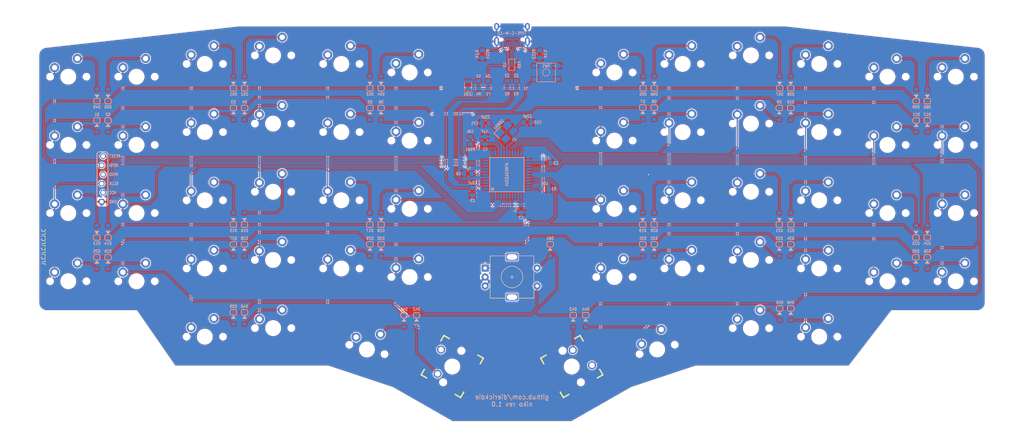
<source format=kicad_pcb>
(kicad_pcb (version 20171130) (host pcbnew "(5.1.4-0)")
  (layers (0 F.Cu signal) (31 B.Cu signal) (34 B.Paste user) (35 F.Paste user) (36 B.SilkS user) (37 F.SilkS user) (38 B.Mask user) (39 F.Mask user) (44 Edge.Cuts user))
  (net 0 "")
  (net 1 "Net-(D1-Pad2)")
  (net 2 "Net-(D2-Pad2)")
  (net 3 "Net-(D3-Pad2)")
  (net 4 "Net-(D4-Pad2)")
  (net 5 "Net-(D5-Pad2)")
  (net 6 "Net-(D6-Pad2)")
  (net 7 "Net-(D7-Pad2)")
  (net 8 "Net-(D8-Pad2)")
  (net 9 "Net-(D9-Pad2)")
  (net 10 "Net-(D10-Pad2)")
  (net 11 "Net-(D11-Pad2)")
  (net 12 "Net-(D12-Pad2)")
  (net 13 "Net-(D13-Pad2)")
  (net 14 "Net-(D14-Pad2)")
  (net 15 "Net-(D15-Pad2)")
  (net 16 "Net-(D16-Pad2)")
  (net 17 "Net-(D17-Pad2)")
  (net 18 "Net-(D18-Pad2)")
  (net 19 "Net-(D19-Pad2)")
  (net 20 "Net-(D20-Pad2)")
  (net 21 "Net-(D21-Pad2)")
  (net 22 "Net-(D22-Pad2)")
  (net 23 "Net-(D23-Pad2)")
  (net 24 "Net-(D24-Pad2)")
  (net 25 "Net-(D25-Pad2)")
  (net 26 "Net-(D26-Pad2)")
  (net 27 "Net-(D27-Pad2)")
  (net 28 "Net-(D28-Pad2)")
  (net 29 "Net-(D29-Pad2)")
  (net 30 "Net-(D30-Pad2)")
  (net 31 "Net-(D31-Pad2)")
  (net 32 "Net-(D32-Pad2)")
  (net 33 "Net-(D33-Pad2)")
  (net 34 "Net-(D34-Pad2)")
  (net 35 "Net-(D35-Pad2)")
  (net 36 "Net-(D36-Pad2)")
  (net 37 "Net-(D39-Pad2)")
  (net 38 "Net-(D40-Pad2)")
  (net 39 "Net-(D41-Pad2)")
  (net 40 "Net-(D42-Pad2)")
  (net 41 "Net-(D43-Pad2)")
  (net 42 "Net-(D44-Pad2)")
  (net 43 "Net-(D45-Pad2)")
  (net 44 "Net-(D46-Pad2)")
  (net 45 "Net-(C6-Pad1)")
  (net 46 "Net-(R1-Pad2)")
  (net 47 "Net-(J1-PadB5)")
  (net 48 "Net-(J1-PadA5)")
  (net 49 GND)
  (net 50 "Net-(LED1-Pad2)")
  (net 51 Enc0a)
  (net 52 Enc0b)
  (net 53 VCC)
  (net 54 XTAL1)
  (net 55 XTAL2)
  (net 56 row1)
  (net 57 row2)
  (net 58 row3)
  (net 59 "Net-(D49-Pad2)")
  (net 60 row0)
  (net 61 "Net-(D50-Pad2)")
  (net 62 "Net-(D51-Pad2)")
  (net 63 "Net-(D52-Pad2)")
  (net 64 "Net-(D53-Pad2)")
  (net 65 "Net-(D54-Pad2)")
  (net 66 "Net-(D55-Pad2)")
  (net 67 "Net-(D56-Pad2)")
  (net 68 "Net-(D57-Pad2)")
  (net 69 "Net-(D58-Pad2)")
  (net 70 "Net-(D59-Pad2)")
  (net 71 "Net-(D60-Pad2)")
  (net 72 VBUS)
  (net 73 col0)
  (net 74 col1)
  (net 75 col2)
  (net 76 col3)
  (net 77 col4)
  (net 78 col5)
  (net 79 col6)
  (net 80 col7)
  (net 81 col8)
  (net 82 col9)
  (net 83 col10)
  (net 84 col11)
  (net 85 ISP_RST)
  (net 86 DBUS-)
  (net 87 D-)
  (net 88 DBUS+)
  (net 89 D+)
  (net 90 row4)
  (net 91 "Net-(D61-Pad2)")
  (module Keeb_footprints:MX100 (layer F.Cu) (at 297.6921 29.63845)
    (fp_text reference K56)
    (fp_text value KEYSW)
    (pad "" np_thru_hole circle (at -0.0346 0.1273 180) (size 3.9878 3.9878) (drill 3.9878) (layers *.Cu *.Mask))
    (pad "" np_thru_hole circle (at -5.1146 0.1273 180) (size 1.7018 1.7018) (drill 1.7018) (layers *.Cu *.Mask))
    (pad "" np_thru_hole circle (at 5.0454 0.1273 180) (size 1.7018 1.7018) (drill 1.7018) (layers *.Cu *.Mask))
    (pad 2 thru_hole circle (at 2.5054 -4.9527 180) (size 2.54 2.54) (drill 1.525) (layers *.Cu *.Mask) (net 67 "Net-(D56-Pad2)"))
    (pad 1 thru_hole circle (at -3.8446 -2.4127 90) (size 2.54 2.54) (drill 1.525) (layers *.Cu *.Mask) (net 80 col7))
  )
  (module Keeb_footprints:MX_PCB_150H (layer F.Cu) (at 233.36348 114.30048 60)
    (fp_text reference K42)
    (fp_text value KEYSW hide)
    (pad 1 thru_hole circle (at 2.54 -5.08 60) (size 2.286 2.286) (drill 1.4986) (layers *.Cu *.Mask) (net 78 col5))
    (pad 2 thru_hole circle (at -3.81 -2.54 60) (size 2.286 2.286) (drill 1.4986) (layers *.Cu *.Mask) (net 40 "Net-(D42-Pad2)"))
    (pad "" np_thru_hole circle (at 0 0 60) (size 3.9878 3.9878) (drill 3.9878) (layers *.Cu *.Mask))
    (pad "" np_thru_hole circle (at -5.08 0 60) (size 1.8 1.8) (drill 1.8) (layers *.Cu *.Mask))
    (pad "" np_thru_hole circle (at 5.08 0 60) (size 1.8 1.8) (drill 1.8) (layers *.Cu *.Mask))
  )
  (module Keeb_footprints:MX_PCB_150H (layer F.Cu) (at 266.70112 114.30048 300)
    (fp_text reference K43)
    (fp_text value KEYSW hide)
    (pad "" np_thru_hole circle (at 5.08 0 300) (size 1.8 1.8) (drill 1.8) (layers *.Cu *.Mask))
    (pad "" np_thru_hole circle (at -5.08 0 300) (size 1.8 1.8) (drill 1.8) (layers *.Cu *.Mask))
    (pad "" np_thru_hole circle (at 0 0 300) (size 3.9878 3.9878) (drill 3.9878) (layers *.Cu *.Mask))
    (pad 2 thru_hole circle (at -3.81 -2.54 300) (size 2.286 2.286) (drill 1.4986) (layers *.Cu *.Mask) (net 41 "Net-(D43-Pad2)"))
    (pad 1 thru_hole circle (at 2.54 -5.08 300) (size 2.286 2.286) (drill 1.4986) (layers *.Cu *.Mask) (net 79 col6))
  )
  (module Keeb_footprints:MX100 (layer F.Cu) (at 145.23085 52.4002 180)
    (fp_text reference K2)
    (fp_text value KEYSW)
    (pad "" np_thru_hole circle (at -0.0254 0.0127 180) (size 3.9878 3.9878) (drill 3.9878) (layers *.Cu *.Mask))
    (pad "" np_thru_hole circle (at 5.0546 0.0127 180) (size 1.7018 1.7018) (drill 1.7018) (layers *.Cu *.Mask))
    (pad "" np_thru_hole circle (at -5.1054 0.0127 180) (size 1.7018 1.7018) (drill 1.7018) (layers *.Cu *.Mask))
    (pad 2 thru_hole circle (at -2.5654 5.0927 180) (size 2.54 2.54) (drill 1.525) (layers *.Cu *.Mask) (net 2 "Net-(D2-Pad2)"))
    (pad 1 thru_hole circle (at 3.7846 2.5527 90) (size 2.54 2.54) (drill 1.525) (layers *.Cu *.Mask) (net 74 col1))
  )
  (module Keeb_footprints:MX100 (layer F.Cu) (at 221.43085 70.25987 180)
    (fp_text reference K18)
    (fp_text value KEYSW)
    (pad "" np_thru_hole circle (at -0.0254 0.0127 180) (size 3.9878 3.9878) (drill 3.9878) (layers *.Cu *.Mask))
    (pad "" np_thru_hole circle (at 5.0546 0.0127 180) (size 1.7018 1.7018) (drill 1.7018) (layers *.Cu *.Mask))
    (pad "" np_thru_hole circle (at -5.1054 0.0127 180) (size 1.7018 1.7018) (drill 1.7018) (layers *.Cu *.Mask))
    (pad 2 thru_hole circle (at -2.5654 5.0927 180) (size 2.54 2.54) (drill 1.525) (layers *.Cu *.Mask) (net 18 "Net-(D18-Pad2)"))
    (pad 1 thru_hole circle (at 3.7846 2.5527 90) (size 2.54 2.54) (drill 1.525) (layers *.Cu *.Mask) (net 78 col5))
  )
  (module Keeb_footprints:D_SOD-123_modified (layer B.Cu) (at 260.66252 81.8 270)
    (fp_text reference D61 (at -3.302 0) (layer B.SilkS) (effects (font (size 0.8 0.7)) (justify mirror)))
    (fp_text value D)
    (pad 2 smd roundrect (at 1.65 0 270) (size 1 1.2) (layers B.Cu B.Paste B.Mask) (net 91 "Net-(D61-Pad2)"))
    (pad 1 smd roundrect (at -1.65 0 270) (size 1 1.2) (layers B.Cu B.Paste B.Mask) (net 90 row4))
  )
  (module Keeb_footprints:MX100 (layer F.Cu) (at 373.89242 33.21034)
    (fp_text reference K60)
    (fp_text value KEYSW)
    (pad "" np_thru_hole circle (at -0.0346 0.1273 180) (size 3.9878 3.9878) (drill 3.9878) (layers *.Cu *.Mask))
    (pad "" np_thru_hole circle (at -5.1146 0.1273 180) (size 1.7018 1.7018) (drill 1.7018) (layers *.Cu *.Mask))
    (pad "" np_thru_hole circle (at 5.0454 0.1273 180) (size 1.7018 1.7018) (drill 1.7018) (layers *.Cu *.Mask))
    (pad 2 thru_hole circle (at 2.5054 -4.9527 180) (size 2.54 2.54) (drill 1.525) (layers *.Cu *.Mask) (net 71 "Net-(D60-Pad2)"))
    (pad 1 thru_hole circle (at -3.8446 -2.4127 90) (size 2.54 2.54) (drill 1.525) (layers *.Cu *.Mask) (net 84 col11))
  )
  (module Keeb_footprints:MX100 (layer F.Cu) (at 354.84234 33.21034)
    (fp_text reference K59)
    (fp_text value KEYSW)
    (pad "" np_thru_hole circle (at -0.0346 0.1273 180) (size 3.9878 3.9878) (drill 3.9878) (layers *.Cu *.Mask))
    (pad "" np_thru_hole circle (at -5.1146 0.1273 180) (size 1.7018 1.7018) (drill 1.7018) (layers *.Cu *.Mask))
    (pad "" np_thru_hole circle (at 5.0454 0.1273 180) (size 1.7018 1.7018) (drill 1.7018) (layers *.Cu *.Mask))
    (pad 2 thru_hole circle (at 2.5054 -4.9527 180) (size 2.54 2.54) (drill 1.525) (layers *.Cu *.Mask) (net 70 "Net-(D59-Pad2)"))
    (pad 1 thru_hole circle (at -3.8446 -2.4127 90) (size 2.54 2.54) (drill 1.525) (layers *.Cu *.Mask) (net 83 col10))
  )
  (module Keeb_footprints:MX100 (layer F.Cu) (at 335.79226 29.63845)
    (fp_text reference K58)
    (fp_text value KEYSW)
    (pad "" np_thru_hole circle (at -0.0346 0.1273 180) (size 3.9878 3.9878) (drill 3.9878) (layers *.Cu *.Mask))
    (pad "" np_thru_hole circle (at -5.1146 0.1273 180) (size 1.7018 1.7018) (drill 1.7018) (layers *.Cu *.Mask))
    (pad "" np_thru_hole circle (at 5.0454 0.1273 180) (size 1.7018 1.7018) (drill 1.7018) (layers *.Cu *.Mask))
    (pad 2 thru_hole circle (at 2.5054 -4.9527 180) (size 2.54 2.54) (drill 1.525) (layers *.Cu *.Mask) (net 69 "Net-(D58-Pad2)"))
    (pad 1 thru_hole circle (at -3.8446 -2.4127 90) (size 2.54 2.54) (drill 1.525) (layers *.Cu *.Mask) (net 82 col9))
  )
  (module Keeb_footprints:MX100 (layer F.Cu) (at 316.74218 27.25719)
    (fp_text reference K57)
    (fp_text value KEYSW)
    (pad "" np_thru_hole circle (at -0.0346 0.1273 180) (size 3.9878 3.9878) (drill 3.9878) (layers *.Cu *.Mask))
    (pad "" np_thru_hole circle (at -5.1146 0.1273 180) (size 1.7018 1.7018) (drill 1.7018) (layers *.Cu *.Mask))
    (pad "" np_thru_hole circle (at 5.0454 0.1273 180) (size 1.7018 1.7018) (drill 1.7018) (layers *.Cu *.Mask))
    (pad 2 thru_hole circle (at 2.5054 -4.9527 180) (size 2.54 2.54) (drill 1.525) (layers *.Cu *.Mask) (net 68 "Net-(D57-Pad2)"))
    (pad 1 thru_hole circle (at -3.8446 -2.4127 90) (size 2.54 2.54) (drill 1.525) (layers *.Cu *.Mask) (net 81 col8))
  )
  (module Keeb_footprints:MX100 (layer F.Cu) (at 278.64202 32.01971)
    (fp_text reference K55)
    (fp_text value KEYSW)
    (pad "" np_thru_hole circle (at -0.0346 0.1273 180) (size 3.9878 3.9878) (drill 3.9878) (layers *.Cu *.Mask))
    (pad "" np_thru_hole circle (at -5.1146 0.1273 180) (size 1.7018 1.7018) (drill 1.7018) (layers *.Cu *.Mask))
    (pad "" np_thru_hole circle (at 5.0454 0.1273 180) (size 1.7018 1.7018) (drill 1.7018) (layers *.Cu *.Mask))
    (pad 2 thru_hole circle (at 2.5054 -4.9527 180) (size 2.54 2.54) (drill 1.525) (layers *.Cu *.Mask) (net 66 "Net-(D55-Pad2)"))
    (pad 1 thru_hole circle (at -3.8446 -2.4127 90) (size 2.54 2.54) (drill 1.525) (layers *.Cu *.Mask) (net 79 col6))
  )
  (module Keeb_footprints:MX100 (layer F.Cu) (at 221.49178 32.01971)
    (fp_text reference K54)
    (fp_text value KEYSW)
    (pad "" np_thru_hole circle (at -0.0346 0.1273 180) (size 3.9878 3.9878) (drill 3.9878) (layers *.Cu *.Mask))
    (pad "" np_thru_hole circle (at -5.1146 0.1273 180) (size 1.7018 1.7018) (drill 1.7018) (layers *.Cu *.Mask))
    (pad "" np_thru_hole circle (at 5.0454 0.1273 180) (size 1.7018 1.7018) (drill 1.7018) (layers *.Cu *.Mask))
    (pad 2 thru_hole circle (at 2.5054 -4.9527 180) (size 2.54 2.54) (drill 1.525) (layers *.Cu *.Mask) (net 65 "Net-(D54-Pad2)"))
    (pad 1 thru_hole circle (at -3.8446 -2.4127 90) (size 2.54 2.54) (drill 1.525) (layers *.Cu *.Mask) (net 78 col5))
  )
  (module Keeb_footprints:MX100 (layer F.Cu) (at 202.4417 29.63845)
    (fp_text reference K53)
    (fp_text value KEYSW)
    (pad "" np_thru_hole circle (at -0.0346 0.1273 180) (size 3.9878 3.9878) (drill 3.9878) (layers *.Cu *.Mask))
    (pad "" np_thru_hole circle (at -5.1146 0.1273 180) (size 1.7018 1.7018) (drill 1.7018) (layers *.Cu *.Mask))
    (pad "" np_thru_hole circle (at 5.0454 0.1273 180) (size 1.7018 1.7018) (drill 1.7018) (layers *.Cu *.Mask))
    (pad 2 thru_hole circle (at 2.5054 -4.9527 180) (size 2.54 2.54) (drill 1.525) (layers *.Cu *.Mask) (net 64 "Net-(D53-Pad2)"))
    (pad 1 thru_hole circle (at -3.8446 -2.4127 90) (size 2.54 2.54) (drill 1.525) (layers *.Cu *.Mask) (net 77 col4))
  )
  (module Keeb_footprints:MX100 (layer F.Cu) (at 183.39162 27.25719)
    (fp_text reference K52)
    (fp_text value KEYSW)
    (pad "" np_thru_hole circle (at -0.0346 0.1273 180) (size 3.9878 3.9878) (drill 3.9878) (layers *.Cu *.Mask))
    (pad "" np_thru_hole circle (at -5.1146 0.1273 180) (size 1.7018 1.7018) (drill 1.7018) (layers *.Cu *.Mask))
    (pad "" np_thru_hole circle (at 5.0454 0.1273 180) (size 1.7018 1.7018) (drill 1.7018) (layers *.Cu *.Mask))
    (pad 2 thru_hole circle (at 2.5054 -4.9527 180) (size 2.54 2.54) (drill 1.525) (layers *.Cu *.Mask) (net 63 "Net-(D52-Pad2)"))
    (pad 1 thru_hole circle (at -3.8446 -2.4127 90) (size 2.54 2.54) (drill 1.525) (layers *.Cu *.Mask) (net 76 col3))
  )
  (module Keeb_footprints:MX100 (layer F.Cu) (at 164.34154 29.63845)
    (fp_text reference K51)
    (fp_text value KEYSW)
    (pad "" np_thru_hole circle (at -0.0346 0.1273 180) (size 3.9878 3.9878) (drill 3.9878) (layers *.Cu *.Mask))
    (pad "" np_thru_hole circle (at -5.1146 0.1273 180) (size 1.7018 1.7018) (drill 1.7018) (layers *.Cu *.Mask))
    (pad "" np_thru_hole circle (at 5.0454 0.1273 180) (size 1.7018 1.7018) (drill 1.7018) (layers *.Cu *.Mask))
    (pad 2 thru_hole circle (at 2.5054 -4.9527 180) (size 2.54 2.54) (drill 1.525) (layers *.Cu *.Mask) (net 62 "Net-(D51-Pad2)"))
    (pad 1 thru_hole circle (at -3.8446 -2.4127 90) (size 2.54 2.54) (drill 1.525) (layers *.Cu *.Mask) (net 75 col2))
  )
  (module Keeb_footprints:MX100 (layer F.Cu) (at 145.29146 33.21034)
    (fp_text reference K50)
    (fp_text value KEYSW)
    (pad "" np_thru_hole circle (at -0.0346 0.1273 180) (size 3.9878 3.9878) (drill 3.9878) (layers *.Cu *.Mask))
    (pad "" np_thru_hole circle (at -5.1146 0.1273 180) (size 1.7018 1.7018) (drill 1.7018) (layers *.Cu *.Mask))
    (pad "" np_thru_hole circle (at 5.0454 0.1273 180) (size 1.7018 1.7018) (drill 1.7018) (layers *.Cu *.Mask))
    (pad 2 thru_hole circle (at 2.5054 -4.9527 180) (size 2.54 2.54) (drill 1.525) (layers *.Cu *.Mask) (net 61 "Net-(D50-Pad2)"))
    (pad 1 thru_hole circle (at -3.8446 -2.4127 90) (size 2.54 2.54) (drill 1.525) (layers *.Cu *.Mask) (net 74 col1))
  )
  (module Keeb_footprints:MX100 (layer F.Cu) (at 126.24138 33.21034)
    (fp_text reference K49)
    (fp_text value KEYSW)
    (pad "" np_thru_hole circle (at -0.0346 0.1273 180) (size 3.9878 3.9878) (drill 3.9878) (layers *.Cu *.Mask))
    (pad "" np_thru_hole circle (at -5.1146 0.1273 180) (size 1.7018 1.7018) (drill 1.7018) (layers *.Cu *.Mask))
    (pad "" np_thru_hole circle (at 5.0454 0.1273 180) (size 1.7018 1.7018) (drill 1.7018) (layers *.Cu *.Mask))
    (pad 2 thru_hole circle (at 2.5054 -4.9527 180) (size 2.54 2.54) (drill 1.525) (layers *.Cu *.Mask) (net 59 "Net-(D49-Pad2)"))
    (pad 1 thru_hole circle (at -3.8446 -2.4127 90) (size 2.54 2.54) (drill 1.525) (layers *.Cu *.Mask) (net 73 col0))
  )
  (module Keeb_footprints:TYPE-C-31-M-12 (layer B.Cu) (at 250.0323 25.00323)
    (fp_text reference J1)
    (fp_text value TYPE-C-31-M12_13)
    (fp_text user TYPE-C-M-12 (at -0.0127 -3.81) (layer B.SilkS) (effects (font (size 0.8 0.7)) (justify mirror)))
    (pad S smd oval (at -4.3 -1.5) (size 1.3 2.4) (layers F.Cu F.Mask) (net 49 GND))
    (pad S thru_hole oval (at 4.3 -1.5) (size 1.3 2.4) (drill oval 0.6 1.7) (layers *.Cu *.Mask) (net 49 GND))
    (pad S thru_hole oval (at 4.3 -5.7) (size 1.3 1.9) (drill oval 0.6 1.2) (layers *.Cu *.Mask) (net 49 GND))
    (pad "" np_thru_hole circle (at 2.89 -2.051) (size 0.65 0.65) (drill 0.65) (layers *.Cu *.Mask))
    (pad "" np_thru_hole circle (at -2.89 -2.051) (size 0.65 0.65) (drill 0.65) (layers *.Cu *.Mask))
    (pad S thru_hole oval (at -4.3 -5.7) (size 1.3 1.9) (drill oval 0.6 1.2) (layers *.Cu *.Mask) (net 49 GND))
    (pad A1 smd roundrect (at -3.25 -1.275) (size 0.6 1.45) (drill (offset 0 0.55)) (layers B.Cu B.Paste B.Mask) (net 49 GND))
    (pad B8 smd roundrect (at -1.75 -1.275) (size 0.3 1.45) (drill (offset 0 0.55)) (layers B.Cu B.Paste B.Mask))
    (pad A5 smd roundrect (at -1.25 -1.275) (size 0.3 1.45) (drill (offset 0 0.55)) (layers B.Cu B.Paste B.Mask) (net 48 "Net-(J1-PadA5)"))
    (pad B7 smd roundrect (at -0.75 -1.275) (size 0.3 1.45) (drill (offset 0 0.55)) (layers B.Cu B.Paste B.Mask) (net 86 DBUS-))
    (pad A6 smd roundrect (at -0.254 -1.275) (size 0.3 1.45) (drill (offset 0 0.55)) (layers B.Cu B.Paste B.Mask) (net 88 DBUS+))
    (pad B5 smd roundrect (at 1.75 -1.275) (size 0.3 1.45) (drill (offset 0 0.55)) (layers B.Cu B.Paste B.Mask) (net 47 "Net-(J1-PadB5)"))
    (pad A8 smd roundrect (at 1.25 -1.275) (size 0.3 1.45) (drill (offset 0 0.55)) (layers B.Cu B.Paste B.Mask))
    (pad B6 smd roundrect (at 0.75 -1.275) (size 0.3 1.45) (drill (offset 0 0.55)) (layers B.Cu B.Paste B.Mask) (net 88 DBUS+))
    (pad A7 smd roundrect (at 0.25 -1.275) (size 0.3 1.45) (drill (offset 0 0.55)) (layers B.Cu B.Paste B.Mask) (net 86 DBUS-))
    (pad S thru_hole oval (at -4.3 -1.5) (size 1.3 2.4) (drill oval 0.6 1.7) (layers *.Cu B.Mask) (net 49 GND))
    (pad A4 smd roundrect (at -2.45 -1.275) (size 0.6 1.45) (drill (offset 0 0.55)) (layers B.Cu B.Paste B.Mask) (net 72 VBUS))
    (pad B1 smd roundrect (at 3.25 -1.275) (size 0.6 1.45) (drill (offset 0 0.55)) (layers B.Cu B.Paste B.Mask) (net 49 GND))
    (pad B4 smd roundrect (at 2.45 -1.275) (size 0.6 1.45) (drill (offset 0 0.55)) (layers B.Cu B.Paste B.Mask) (net 72 VBUS))
  )
  (module Keeb_footprints:D_SOD-123_modified (layer B.Cu) (at 365.92504 38.5 90)
    (fp_text reference D60 (at -3.302 0) (layer B.SilkS) (effects (font (size 0.8 0.7)) (justify mirror)))
    (fp_text value D)
    (pad 2 smd roundrect (at 1.65 0 90) (size 1 1.2) (layers B.Cu B.Paste B.Mask) (net 71 "Net-(D60-Pad2)"))
    (pad 1 smd roundrect (at -1.65 0 90) (size 1 1.2) (layers B.Cu B.Paste B.Mask) (net 60 row0))
  )
  (module Keeb_footprints:D_SOD-123_modified (layer B.Cu) (at 362.82504 38.5 90)
    (fp_text reference D59 (at -3.302 0) (layer B.SilkS) (effects (font (size 0.8 0.7)) (justify mirror)))
    (fp_text value D)
    (pad 2 smd roundrect (at 1.65 0 90) (size 1 1.2) (layers B.Cu B.Paste B.Mask) (net 70 "Net-(D59-Pad2)"))
    (pad 1 smd roundrect (at -1.65 0 90) (size 1 1.2) (layers B.Cu B.Paste B.Mask) (net 60 row0))
  )
  (module Keeb_footprints:D_SOD-123_modified (layer B.Cu) (at 327.82504 34.9 90)
    (fp_text reference D58 (at -3.302 0) (layer B.SilkS) (effects (font (size 0.8 0.7)) (justify mirror)))
    (fp_text value D)
    (pad 2 smd roundrect (at 1.65 0 90) (size 1 1.2) (layers B.Cu B.Paste B.Mask) (net 69 "Net-(D58-Pad2)"))
    (pad 1 smd roundrect (at -1.65 0 90) (size 1 1.2) (layers B.Cu B.Paste B.Mask) (net 60 row0))
  )
  (module Keeb_footprints:D_SOD-123_modified (layer B.Cu) (at 324.72504 34.9 90)
    (fp_text reference D57 (at -3.302 0) (layer B.SilkS) (effects (font (size 0.8 0.7)) (justify mirror)))
    (fp_text value D)
    (pad 2 smd roundrect (at 1.65 0 90) (size 1 1.2) (layers B.Cu B.Paste B.Mask) (net 68 "Net-(D57-Pad2)"))
    (pad 1 smd roundrect (at -1.65 0 90) (size 1 1.2) (layers B.Cu B.Paste B.Mask) (net 60 row0))
  )
  (module Keeb_footprints:D_SOD-123_modified (layer B.Cu) (at 289.72504 34.9 90)
    (fp_text reference D56 (at -3.302 0) (layer B.SilkS) (effects (font (size 0.8 0.7)) (justify mirror)))
    (fp_text value D)
    (pad 2 smd roundrect (at 1.65 0 90) (size 1 1.2) (layers B.Cu B.Paste B.Mask) (net 67 "Net-(D56-Pad2)"))
    (pad 1 smd roundrect (at -1.65 0 90) (size 1 1.2) (layers B.Cu B.Paste B.Mask) (net 60 row0))
  )
  (module Keeb_footprints:D_SOD-123_modified (layer B.Cu) (at 286.62504 34.9 90)
    (fp_text reference D55 (at -3.302 0) (layer B.SilkS) (effects (font (size 0.8 0.7)) (justify mirror)))
    (fp_text value D)
    (pad 2 smd roundrect (at 1.65 0 90) (size 1 1.2) (layers B.Cu B.Paste B.Mask) (net 66 "Net-(D55-Pad2)"))
    (pad 1 smd roundrect (at -1.65 0 90) (size 1 1.2) (layers B.Cu B.Paste B.Mask) (net 60 row0))
  )
  (module Keeb_footprints:D_SOD-123_modified (layer B.Cu) (at 213.5 34.9 90)
    (fp_text reference D54 (at -3.302 0) (layer B.SilkS) (effects (font (size 0.8 0.7)) (justify mirror)))
    (fp_text value D)
    (pad 2 smd roundrect (at 1.65 0 90) (size 1 1.2) (layers B.Cu B.Paste B.Mask) (net 65 "Net-(D54-Pad2)"))
    (pad 1 smd roundrect (at -1.65 0 90) (size 1 1.2) (layers B.Cu B.Paste B.Mask) (net 60 row0))
  )
  (module Keeb_footprints:D_SOD-123_modified (layer B.Cu) (at 210.4 34.9 90)
    (fp_text reference D53 (at -3.302 0) (layer B.SilkS) (effects (font (size 0.8 0.7)) (justify mirror)))
    (fp_text value D)
    (pad 2 smd roundrect (at 1.65 0 90) (size 1 1.2) (layers B.Cu B.Paste B.Mask) (net 64 "Net-(D53-Pad2)"))
    (pad 1 smd roundrect (at -1.65 0 90) (size 1 1.2) (layers B.Cu B.Paste B.Mask) (net 60 row0))
  )
  (module Keeb_footprints:D_SOD-123_modified (layer B.Cu) (at 175.4 34.9 90)
    (fp_text reference D52 (at -3.302 0) (layer B.SilkS) (effects (font (size 0.8 0.7)) (justify mirror)))
    (fp_text value D)
    (pad 2 smd roundrect (at 1.65 0 90) (size 1 1.2) (layers B.Cu B.Paste B.Mask) (net 63 "Net-(D52-Pad2)"))
    (pad 1 smd roundrect (at -1.65 0 90) (size 1 1.2) (layers B.Cu B.Paste B.Mask) (net 60 row0))
  )
  (module Keeb_footprints:D_SOD-123_modified (layer B.Cu) (at 172.3 34.9 90)
    (fp_text reference D51 (at -3.302 0) (layer B.SilkS) (effects (font (size 0.8 0.7)) (justify mirror)))
    (fp_text value D)
    (pad 2 smd roundrect (at 1.65 0 90) (size 1 1.2) (layers B.Cu B.Paste B.Mask) (net 62 "Net-(D51-Pad2)"))
    (pad 1 smd roundrect (at -1.65 0 90) (size 1 1.2) (layers B.Cu B.Paste B.Mask) (net 60 row0))
  )
  (module Keeb_footprints:D_SOD-123_modified (layer B.Cu) (at 137.3 38.5 90)
    (fp_text reference D50 (at -3.302 0) (layer B.SilkS) (effects (font (size 0.8 0.7)) (justify mirror)))
    (fp_text value D)
    (pad 2 smd roundrect (at 1.65 0 90) (size 1 1.2) (layers B.Cu B.Paste B.Mask) (net 61 "Net-(D50-Pad2)"))
    (pad 1 smd roundrect (at -1.65 0 90) (size 1 1.2) (layers B.Cu B.Paste B.Mask) (net 60 row0))
  )
  (module Keeb_footprints:D_SOD-123_modified (layer B.Cu) (at 134.2 38.5 90)
    (fp_text reference D49 (at -3.302 0) (layer B.SilkS) (effects (font (size 0.8 0.7)) (justify mirror)))
    (fp_text value D)
    (pad 2 smd roundrect (at 1.65 0 90) (size 1 1.2) (layers B.Cu B.Paste B.Mask) (net 59 "Net-(D49-Pad2)"))
    (pad 1 smd roundrect (at -1.65 0 90) (size 1 1.2) (layers B.Cu B.Paste B.Mask) (net 60 row0))
  )
  (module Keeb_footprints:MX100 (layer F.Cu) (at 202.38085 48.81583 180)
    (fp_text reference K5)
    (fp_text value KEYSW)
    (pad "" np_thru_hole circle (at -0.0254 0.0127 180) (size 3.9878 3.9878) (drill 3.9878) (layers *.Cu *.Mask))
    (pad "" np_thru_hole circle (at 5.0546 0.0127 180) (size 1.7018 1.7018) (drill 1.7018) (layers *.Cu *.Mask))
    (pad "" np_thru_hole circle (at -5.1054 0.0127 180) (size 1.7018 1.7018) (drill 1.7018) (layers *.Cu *.Mask))
    (pad 2 thru_hole circle (at -2.5654 5.0927 180) (size 2.54 2.54) (drill 1.525) (layers *.Cu *.Mask) (net 5 "Net-(D5-Pad2)"))
    (pad 1 thru_hole circle (at 3.7846 2.5527 90) (size 2.54 2.54) (drill 1.525) (layers *.Cu *.Mask) (net 77 col4))
  )
  (module Keebio-Parts:SOT-143B (layer B.Cu) (at 249.96252 30 270)
    (fp_text reference U3 (at 0 2 270) (layer B.SilkS) (effects (font (size 0.7 0.7)) (justify mirror)))
    (fp_text value PRTR5V0U2X hide)
    (fp_text user ESD (at 0 -2.1 270) (layer B.SilkS) (effects (font (size 0.7 0.7)) (justify mirror)))
    (pad 4 smd rect (at -0.95 1 270) (size 0.6 0.7) (layers B.Cu B.Paste B.Mask) (net 72 VBUS))
    (pad 3 smd rect (at 0.95 1 270) (size 0.6 0.7) (layers B.Cu B.Paste B.Mask) (net 86 DBUS-))
    (pad 2 smd rect (at 0.95 -1 270) (size 0.6 0.7) (layers B.Cu B.Paste B.Mask) (net 88 DBUS+))
    (pad 1 smd rect (at -0.75 -1 270) (size 1 0.7) (layers B.Cu B.Paste B.Mask) (net 49 GND))
  )
  (module Keeb_footprints:MX100 (layer F.Cu) (at 373.85629 71.4375 180)
    (fp_text reference K24)
    (fp_text value KEYSW)
    (pad "" np_thru_hole circle (at -0.0254 0.0127 180) (size 3.9878 3.9878) (drill 3.9878) (layers *.Cu *.Mask))
    (pad "" np_thru_hole circle (at 5.0546 0.0127 180) (size 1.7018 1.7018) (drill 1.7018) (layers *.Cu *.Mask))
    (pad "" np_thru_hole circle (at -5.1054 0.0127 180) (size 1.7018 1.7018) (drill 1.7018) (layers *.Cu *.Mask))
    (pad 2 thru_hole circle (at -2.5654 5.0927 180) (size 2.54 2.54) (drill 1.525) (layers *.Cu *.Mask) (net 24 "Net-(D24-Pad2)"))
    (pad 1 thru_hole circle (at 3.7846 2.5527 90) (size 2.54 2.54) (drill 1.525) (layers *.Cu *.Mask) (net 84 col11))
  )
  (module Keeb_footprints:MX100 (layer F.Cu) (at 297.63089 67.86591 180)
    (fp_text reference K20)
    (fp_text value KEYSW)
    (pad "" np_thru_hole circle (at -0.0254 0.0127 180) (size 3.9878 3.9878) (drill 3.9878) (layers *.Cu *.Mask))
    (pad "" np_thru_hole circle (at 5.0546 0.0127 180) (size 1.7018 1.7018) (drill 1.7018) (layers *.Cu *.Mask))
    (pad "" np_thru_hole circle (at -5.1054 0.0127 180) (size 1.7018 1.7018) (drill 1.7018) (layers *.Cu *.Mask))
    (pad 2 thru_hole circle (at -2.5654 5.0927 180) (size 2.54 2.54) (drill 1.525) (layers *.Cu *.Mask) (net 20 "Net-(D20-Pad2)"))
    (pad 1 thru_hole circle (at 3.7846 2.5527 90) (size 2.54 2.54) (drill 1.525) (layers *.Cu *.Mask) (net 80 col7))
  )
  (module Keeb_footprints:MX100 (layer F.Cu) (at 316.68089 103.59707 180)
    (fp_text reference K45)
    (fp_text value KEYSW)
    (pad "" np_thru_hole circle (at -0.0254 0.0127 180) (size 3.9878 3.9878) (drill 3.9878) (layers *.Cu *.Mask))
    (pad "" np_thru_hole circle (at 5.0546 0.0127 180) (size 1.7018 1.7018) (drill 1.7018) (layers *.Cu *.Mask))
    (pad "" np_thru_hole circle (at -5.1054 0.0127 180) (size 1.7018 1.7018) (drill 1.7018) (layers *.Cu *.Mask))
    (pad 2 thru_hole circle (at -2.5654 5.0927 180) (size 2.54 2.54) (drill 1.525) (layers *.Cu *.Mask) (net 43 "Net-(D45-Pad2)"))
    (pad 1 thru_hole circle (at 3.7846 2.5527 90) (size 2.54 2.54) (drill 1.525) (layers *.Cu *.Mask) (net 81 col8))
  )
  (module Keeb_footprints:MX100 (layer F.Cu) (at 335.73089 48.81583 180)
    (fp_text reference K10)
    (fp_text value KEYSW)
    (pad "" np_thru_hole circle (at -0.0254 0.0127 180) (size 3.9878 3.9878) (drill 3.9878) (layers *.Cu *.Mask))
    (pad "" np_thru_hole circle (at 5.0546 0.0127 180) (size 1.7018 1.7018) (drill 1.7018) (layers *.Cu *.Mask))
    (pad "" np_thru_hole circle (at -5.1054 0.0127 180) (size 1.7018 1.7018) (drill 1.7018) (layers *.Cu *.Mask))
    (pad 2 thru_hole circle (at -2.5654 5.0927 180) (size 2.54 2.54) (drill 1.525) (layers *.Cu *.Mask) (net 10 "Net-(D10-Pad2)"))
    (pad 1 thru_hole circle (at 3.7846 2.5527 90) (size 2.54 2.54) (drill 1.525) (layers *.Cu *.Mask) (net 82 col9))
  )
  (module Resistor_SMD:R_0805_2012Metric_Pad1.15x1.40mm_HandSolder (layer B.Cu) (at 238.4 51.1 90)
    (fp_text reference RSW1 (at -2.55 0 180) (layer B.SilkS) (effects (font (size 0.8 0.7)) (justify mirror)))
    (fp_text value 10k)
    (fp_text user %V (at 2.45 0 180) (layer B.SilkS) (effects (font (size 0.8 0.7)) (justify mirror)))
    (pad 2 smd roundrect (at 1.025 0 90) (size 1.15 1.4) (layers B.Cu B.Paste B.Mask) (roundrect_rratio 0.217391) (net 53 VCC))
    (pad 1 smd roundrect (at -1.025 0 90) (size 1.15 1.4) (layers B.Cu B.Paste B.Mask) (roundrect_rratio 0.217391) (net 85 ISP_RST))
  )
  (module Keeb_footprints:D_SOD-123_modified (layer B.Cu) (at 175.375 81.8 270)
    (fp_text reference D28 (at -3.302 0 180) (layer B.SilkS) (effects (font (size 0.8 0.7)) (justify mirror)))
    (fp_text value D)
    (pad 2 smd roundrect (at 1.65 0 270) (size 1 1.2) (layers B.Cu B.Paste B.Mask) (net 28 "Net-(D28-Pad2)"))
    (pad 1 smd roundrect (at -1.65 0 270) (size 1 1.2) (layers B.Cu B.Paste B.Mask) (net 58 row3))
  )
  (module Keeb_footprints:MX100 (layer F.Cu) (at 183.33085 84.54707 180)
    (fp_text reference K28)
    (fp_text value KEYSW)
    (pad "" np_thru_hole circle (at -0.0254 0.0127 180) (size 3.9878 3.9878) (drill 3.9878) (layers *.Cu *.Mask))
    (pad "" np_thru_hole circle (at 5.0546 0.0127 180) (size 1.7018 1.7018) (drill 1.7018) (layers *.Cu *.Mask))
    (pad "" np_thru_hole circle (at -5.1054 0.0127 180) (size 1.7018 1.7018) (drill 1.7018) (layers *.Cu *.Mask))
    (pad 2 thru_hole circle (at -2.5654 5.0927 180) (size 2.54 2.54) (drill 1.525) (layers *.Cu *.Mask) (net 28 "Net-(D28-Pad2)"))
    (pad 1 thru_hole circle (at 3.7846 2.5527 90) (size 2.54 2.54) (drill 1.525) (layers *.Cu *.Mask) (net 76 col3))
  )
  (module Keeb_footprints:MX100 (layer F.Cu) (at 202.38085 67.86591 180)
    (fp_text reference K17)
    (fp_text value KEYSW)
    (pad "" np_thru_hole circle (at -0.0254 0.0127 180) (size 3.9878 3.9878) (drill 3.9878) (layers *.Cu *.Mask))
    (pad "" np_thru_hole circle (at 5.0546 0.0127 180) (size 1.7018 1.7018) (drill 1.7018) (layers *.Cu *.Mask))
    (pad "" np_thru_hole circle (at -5.1054 0.0127 180) (size 1.7018 1.7018) (drill 1.7018) (layers *.Cu *.Mask))
    (pad 2 thru_hole circle (at -2.5654 5.0927 180) (size 2.54 2.54) (drill 1.525) (layers *.Cu *.Mask) (net 17 "Net-(D17-Pad2)"))
    (pad 1 thru_hole circle (at 3.7846 2.5527 90) (size 2.54 2.54) (drill 1.525) (layers *.Cu *.Mask) (net 77 col4))
  )
  (module Keeb_footprints:MX100 (layer F.Cu) (at 183.35625 103.58481 180)
    (fp_text reference K40)
    (fp_text value KEYSW)
    (pad "" np_thru_hole circle (at -0.0254 0.0127 180) (size 3.9878 3.9878) (drill 3.9878) (layers *.Cu *.Mask))
    (pad "" np_thru_hole circle (at 5.0546 0.0127 180) (size 1.7018 1.7018) (drill 1.7018) (layers *.Cu *.Mask))
    (pad "" np_thru_hole circle (at -5.1054 0.0127 180) (size 1.7018 1.7018) (drill 1.7018) (layers *.Cu *.Mask))
    (pad 2 thru_hole circle (at -2.5654 5.0927 180) (size 2.54 2.54) (drill 1.525) (layers *.Cu *.Mask) (net 38 "Net-(D40-Pad2)"))
    (pad 1 thru_hole circle (at 3.7846 2.5527 90) (size 2.54 2.54) (drill 1.525) (layers *.Cu *.Mask) (net 76 col3))
  )
  (module Keeb_footprints:MX100 (layer F.Cu) (at 164.28085 67.87861 180)
    (fp_text reference K15)
    (fp_text value KEYSW)
    (pad "" np_thru_hole circle (at -0.0254 0.0127 180) (size 3.9878 3.9878) (drill 3.9878) (layers *.Cu *.Mask))
    (pad "" np_thru_hole circle (at 5.0546 0.0127 180) (size 1.7018 1.7018) (drill 1.7018) (layers *.Cu *.Mask))
    (pad "" np_thru_hole circle (at -5.1054 0.0127 180) (size 1.7018 1.7018) (drill 1.7018) (layers *.Cu *.Mask))
    (pad 2 thru_hole circle (at -2.5654 5.0927 180) (size 2.54 2.54) (drill 1.525) (layers *.Cu *.Mask) (net 15 "Net-(D15-Pad2)"))
    (pad 1 thru_hole circle (at 3.7846 2.5527 90) (size 2.54 2.54) (drill 1.525) (layers *.Cu *.Mask) (net 75 col2))
  )
  (module Crystal:Crystal_SMD_3225-4Pin_3.2x2.5mm_HandSoldering (layer B.Cu) (at 248.512132 48.8 45)
    (fp_text reference Y1 (at 0.008 3.057 -45) (layer B.SilkS) (effects (font (size 0.8 0.7)) (justify mirror)))
    (fp_text value 16MHz (at 0 -3.05 225) (layer B.SilkS) (effects (font (size 0.8 0.7)) (justify mirror)))
    (pad 4 smd rect (at -1.45 1.15 45) (size 2.1 1.8) (layers B.Cu B.Paste B.Mask) (net 49 GND))
    (pad 3 smd rect (at 1.45 1.15 45) (size 2.1 1.8) (layers B.Cu B.Paste B.Mask) (net 55 XTAL2))
    (pad 2 smd rect (at 1.45 -1.15 45) (size 2.1 1.8) (layers B.Cu B.Paste B.Mask) (net 49 GND))
    (pad 1 smd rect (at -1.45 -1.15 45) (size 2.1 1.8) (layers B.Cu B.Paste B.Mask) (net 54 XTAL1))
  )
  (module Keeb_footprints:MX100 (layer F.Cu) (at 164.28085 48.81583 180)
    (fp_text reference K3)
    (fp_text value KEYSW)
    (pad "" np_thru_hole circle (at -0.0254 0.0127 180) (size 3.9878 3.9878) (drill 3.9878) (layers *.Cu *.Mask))
    (pad "" np_thru_hole circle (at 5.0546 0.0127 180) (size 1.7018 1.7018) (drill 1.7018) (layers *.Cu *.Mask))
    (pad "" np_thru_hole circle (at -5.1054 0.0127 180) (size 1.7018 1.7018) (drill 1.7018) (layers *.Cu *.Mask))
    (pad 2 thru_hole circle (at -2.5654 5.0927 180) (size 2.54 2.54) (drill 1.525) (layers *.Cu *.Mask) (net 3 "Net-(D3-Pad2)"))
    (pad 1 thru_hole circle (at 3.7846 2.5527 90) (size 2.54 2.54) (drill 1.525) (layers *.Cu *.Mask) (net 75 col2))
  )
  (module Resistor_SMD:R_0805_2012Metric_Pad1.15x1.40mm_HandSolder (layer B.Cu) (at 248.66252 35.6 90)
    (fp_text reference R2 (at -2.528998 0.027001 180) (layer B.SilkS) (effects (font (size 0.8 0.7)) (justify mirror)))
    (fp_text value 22)
    (fp_text user %V (at 2.551002 0 180) (layer B.SilkS) (effects (font (size 0.8 0.7)) (justify mirror)))
    (pad 2 smd roundrect (at 1.025 0 90) (size 1.15 1.4) (layers B.Cu B.Paste B.Mask) (roundrect_rratio 0.217391) (net 86 DBUS-))
    (pad 1 smd roundrect (at -1.025 0 90) (size 1.15 1.4) (layers B.Cu B.Paste B.Mask) (roundrect_rratio 0.217391) (net 87 D-))
  )
  (module Capacitor_SMD:C_0805_2012Metric_Pad1.15x1.40mm_HandSolder (layer B.Cu) (at 254.3 46.1)
    (fp_text reference CX2 (at 2.9 0) (layer B.SilkS) (effects (font (size 0.8 0.7)) (justify mirror)))
    (fp_text value 22pF)
    (fp_text user %V (at 0 -1.7) (layer B.SilkS) (effects (font (size 0.8 0.7)) (justify mirror)))
    (pad 2 smd roundrect (at 1.025 0) (size 1.15 1.4) (layers B.Cu B.Paste B.Mask) (roundrect_rratio 0.217391) (net 49 GND))
    (pad 1 smd roundrect (at -1.025 0) (size 1.15 1.4) (layers B.Cu B.Paste B.Mask) (roundrect_rratio 0.217391) (net 55 XTAL2))
  )
  (module Capacitor_SMD:C_0805_2012Metric_Pad1.15x1.40mm_HandSolder (layer B.Cu) (at 252.6 70.2 270)
    (fp_text reference C2 (at 2.5 0.05 180) (layer B.SilkS) (effects (font (size 0.8 0.7)) (justify mirror)))
    (fp_text value .1uF)
    (fp_text user %V (at 0 1.575 270) (layer B.SilkS) (effects (font (size 0.8 0.7)) (justify mirror)))
    (pad 2 smd roundrect (at 1.025 0 270) (size 1.15 1.4) (layers B.Cu B.Paste B.Mask) (roundrect_rratio 0.217391) (net 49 GND))
    (pad 1 smd roundrect (at -1.025 0 270) (size 1.15 1.4) (layers B.Cu B.Paste B.Mask) (roundrect_rratio 0.217391) (net 53 VCC))
  )
  (module Fuse:Fuse_0805_2012Metric_Pad1.15x1.40mm_HandSolder (layer B.Cu) (at 243.36252 35.6 90)
    (fp_text reference F1 (at -2.5435 0) (layer B.SilkS) (effects (font (size 0.8 0.7)) (justify mirror)))
    (fp_text value .5A)
    (fp_text user %V (at 2.4065 0.057 180) (layer B.SilkS) (effects (font (size 0.8 0.7)) (justify mirror)))
    (pad 2 smd roundrect (at 1.025 0 90) (size 1.15 1.4) (layers B.Cu B.Paste B.Mask) (roundrect_rratio 0.217391) (net 72 VBUS))
    (pad 1 smd roundrect (at -1.025 0 90) (size 1.15 1.4) (layers B.Cu B.Paste B.Mask) (roundrect_rratio 0.217391) (net 53 VCC))
  )
  (module Keeb_footprints:MX100 (layer F.Cu) (at 297.63089 86.91599 180)
    (fp_text reference K32)
    (fp_text value KEYSW)
    (pad "" np_thru_hole circle (at -0.0254 0.0127 180) (size 3.9878 3.9878) (drill 3.9878) (layers *.Cu *.Mask))
    (pad "" np_thru_hole circle (at 5.0546 0.0127 180) (size 1.7018 1.7018) (drill 1.7018) (layers *.Cu *.Mask))
    (pad "" np_thru_hole circle (at -5.1054 0.0127 180) (size 1.7018 1.7018) (drill 1.7018) (layers *.Cu *.Mask))
    (pad 2 thru_hole circle (at -2.5654 5.0927 180) (size 2.54 2.54) (drill 1.525) (layers *.Cu *.Mask) (net 32 "Net-(D32-Pad2)"))
    (pad 1 thru_hole circle (at 3.7846 2.5527 90) (size 2.54 2.54) (drill 1.525) (layers *.Cu *.Mask) (net 80 col7))
  )
  (module Keeb_footprints:MX100 (layer F.Cu) (at 278.58089 89.30995 180)
    (fp_text reference K31)
    (fp_text value KEYSW)
    (pad "" np_thru_hole circle (at -0.0254 0.0127 180) (size 3.9878 3.9878) (drill 3.9878) (layers *.Cu *.Mask))
    (pad "" np_thru_hole circle (at 5.0546 0.0127 180) (size 1.7018 1.7018) (drill 1.7018) (layers *.Cu *.Mask))
    (pad "" np_thru_hole circle (at -5.1054 0.0127 180) (size 1.7018 1.7018) (drill 1.7018) (layers *.Cu *.Mask))
    (pad 2 thru_hole circle (at -2.5654 5.0927 180) (size 2.54 2.54) (drill 1.525) (layers *.Cu *.Mask) (net 31 "Net-(D31-Pad2)"))
    (pad 1 thru_hole circle (at 3.7846 2.5527 90) (size 2.54 2.54) (drill 1.525) (layers *.Cu *.Mask) (net 79 col6))
  )
  (module Keeb_footprints:MX100 (layer F.Cu) (at 335.73089 105.97877 180)
    (fp_text reference K46)
    (fp_text value KEYSW)
    (pad "" np_thru_hole circle (at -0.0254 0.0127 180) (size 3.9878 3.9878) (drill 3.9878) (layers *.Cu *.Mask))
    (pad "" np_thru_hole circle (at 5.0546 0.0127 180) (size 1.7018 1.7018) (drill 1.7018) (layers *.Cu *.Mask))
    (pad "" np_thru_hole circle (at -5.1054 0.0127 180) (size 1.7018 1.7018) (drill 1.7018) (layers *.Cu *.Mask))
    (pad 2 thru_hole circle (at -2.5654 5.0927 180) (size 2.54 2.54) (drill 1.525) (layers *.Cu *.Mask) (net 44 "Net-(D46-Pad2)"))
    (pad 1 thru_hole circle (at 3.7846 2.5527 90) (size 2.54 2.54) (drill 1.525) (layers *.Cu *.Mask) (net 82 col9))
  )
  (module Keeb_footprints:D_SOD-123_modified (layer B.Cu) (at 362.72504 85.4 270)
    (fp_text reference D35 (at -3.302 0 180) (layer B.SilkS) (effects (font (size 0.8 0.7)) (justify mirror)))
    (fp_text value D)
    (pad 2 smd roundrect (at 1.65 0 270) (size 1 1.2) (layers B.Cu B.Paste B.Mask) (net 35 "Net-(D35-Pad2)"))
    (pad 1 smd roundrect (at -1.65 0 270) (size 1 1.2) (layers B.Cu B.Paste B.Mask) (net 58 row3))
  )
  (module Keeb_footprints:D_SOD-123_modified (layer B.Cu) (at 365.92504 85.4 270)
    (fp_text reference D36 (at -3.302 0 180) (layer B.SilkS) (effects (font (size 0.8 0.7)) (justify mirror)))
    (fp_text value D)
    (pad 2 smd roundrect (at 1.65 0 270) (size 1 1.2) (layers B.Cu B.Paste B.Mask) (net 36 "Net-(D36-Pad2)"))
    (pad 1 smd roundrect (at -1.65 0 270) (size 1 1.2) (layers B.Cu B.Paste B.Mask) (net 58 row3))
  )
  (module Resistor_SMD:R_0805_2012Metric_Pad1.15x1.40mm_HandSolder (layer B.Cu) (at 251.26252 35.6 90)
    (fp_text reference R3 (at -2.528998 -0.056999) (layer B.SilkS) (effects (font (size 0.8 0.7)) (justify mirror)))
    (fp_text value 22)
    (fp_text user %V (at 2.551002 -0.056999 180) (layer B.SilkS) (effects (font (size 0.8 0.7)) (justify mirror)))
    (pad 2 smd roundrect (at 1.025 0 90) (size 1.15 1.4) (layers B.Cu B.Paste B.Mask) (roundrect_rratio 0.217391) (net 88 DBUS+))
    (pad 1 smd roundrect (at -1.025 0 90) (size 1.15 1.4) (layers B.Cu B.Paste B.Mask) (roundrect_rratio 0.217391) (net 89 D+))
  )
  (module Resistor_SMD:R_0805_2012Metric_Pad1.15x1.40mm_HandSolder (layer B.Cu) (at 259.2 64.7 180)
    (fp_text reference R1 (at -2.5 0) (layer B.SilkS) (effects (font (size 0.8 0.7)) (justify mirror)))
    (fp_text value 10k)
    (fp_text user %V (at 0 1.5) (layer B.SilkS) (effects (font (size 0.8 0.7)) (justify mirror)))
    (pad 2 smd roundrect (at 1.025 0 180) (size 1.15 1.4) (layers B.Cu B.Paste B.Mask) (roundrect_rratio 0.217391) (net 46 "Net-(R1-Pad2)"))
    (pad 1 smd roundrect (at -1.025 0 180) (size 1.15 1.4) (layers B.Cu B.Paste B.Mask) (roundrect_rratio 0.217391) (net 49 GND))
  )
  (module Resistor_SMD:R_0805_2012Metric_Pad1.15x1.40mm_HandSolder (layer B.Cu) (at 257.76252 27 90)
    (fp_text reference RCC2 (at 0 -1.6 270) (layer B.SilkS) (effects (font (size 0.8 0.7)) (justify mirror)))
    (fp_text value 5.1K)
    (fp_text user %V (at 0 1.6 270) (layer B.SilkS) (effects (font (size 0.8 0.7)) (justify mirror)))
    (pad 2 smd roundrect (at 1.025 0 90) (size 1.15 1.4) (layers B.Cu B.Paste B.Mask) (roundrect_rratio 0.217391) (net 47 "Net-(J1-PadB5)"))
    (pad 1 smd roundrect (at -1.025 0 90) (size 1.15 1.4) (layers B.Cu B.Paste B.Mask) (roundrect_rratio 0.217391) (net 49 GND))
  )
  (module Resistor_SMD:R_0805_2012Metric_Pad1.15x1.40mm_HandSolder (layer B.Cu) (at 241.76252 27 90)
    (fp_text reference RCC1 (at 0 1.55 90) (layer B.SilkS) (effects (font (size 0.8 0.7)) (justify mirror)))
    (fp_text value 5.1K)
    (fp_text user %V (at 0 -1.5 270) (layer B.SilkS) (effects (font (size 0.8 0.7)) (justify mirror)))
    (pad 2 smd roundrect (at 1.025 0 90) (size 1.15 1.4) (layers B.Cu B.Paste B.Mask) (roundrect_rratio 0.217391) (net 48 "Net-(J1-PadA5)"))
    (pad 1 smd roundrect (at -1.025 0 90) (size 1.15 1.4) (layers B.Cu B.Paste B.Mask) (roundrect_rratio 0.217391) (net 49 GND))
  )
  (module Resistor_SMD:R_0805_2012Metric_Pad1.15x1.40mm_HandSolder (layer B.Cu) (at 240.66252 35.6 270)
    (fp_text reference R4 (at 2.5845 -0.038) (layer B.SilkS) (effects (font (size 0.8 0.7)) (justify mirror)))
    (fp_text value 1K)
    (fp_text user %V (at -2.4155 -0.028 180) (layer B.SilkS) (effects (font (size 0.8 0.7)) (justify mirror)))
    (pad 2 smd roundrect (at 1.025 0 270) (size 1.15 1.4) (layers B.Cu B.Paste B.Mask) (roundrect_rratio 0.217391) (net 53 VCC))
    (pad 1 smd roundrect (at -1.025 0 270) (size 1.15 1.4) (layers B.Cu B.Paste B.Mask) (roundrect_rratio 0.217391) (net 50 "Net-(LED1-Pad2)"))
  )
  (module Capacitor_SMD:C_0805_2012Metric_Pad1.15x1.40mm_HandSolder (layer B.Cu) (at 259.7 57.5)
    (fp_text reference C3 (at 2.6 0) (layer B.SilkS) (effects (font (size 0.8 0.7)) (justify mirror)))
    (fp_text value .1uF)
    (fp_text user %V (at 0 -1.5) (layer B.SilkS) (effects (font (size 0.8 0.7)) (justify mirror)))
    (pad 2 smd roundrect (at 1.025 0) (size 1.15 1.4) (layers B.Cu B.Paste B.Mask) (roundrect_rratio 0.217391) (net 49 GND))
    (pad 1 smd roundrect (at -1.025 0) (size 1.15 1.4) (layers B.Cu B.Paste B.Mask) (roundrect_rratio 0.217391) (net 53 VCC))
  )
  (module Capacitor_SMD:C_0805_2012Metric_Pad1.15x1.40mm_HandSolder (layer B.Cu) (at 239 65.4 270)
    (fp_text reference C5 (at 2.5 0 180) (layer B.SilkS) (effects (font (size 0.8 0.7)) (justify mirror)))
    (fp_text value 10uF)
    (fp_text user %V (at -2.4 0 180) (layer B.SilkS) (effects (font (size 0.8 0.7)) (justify mirror)))
    (pad 2 smd roundrect (at 1.025 0 270) (size 1.15 1.4) (layers B.Cu B.Paste B.Mask) (roundrect_rratio 0.217391) (net 49 GND))
    (pad 1 smd roundrect (at -1.025 0 270) (size 1.15 1.4) (layers B.Cu B.Paste B.Mask) (roundrect_rratio 0.217391) (net 53 VCC))
  )
  (module Capacitor_SMD:C_0805_2012Metric_Pad1.15x1.40mm_HandSolder (layer B.Cu) (at 242.6 46.3 180)
    (fp_text reference CX1 (at 3 0) (layer B.SilkS) (effects (font (size 0.8 0.7)) (justify mirror)))
    (fp_text value 22pF)
    (fp_text user %V (at 0 1.7) (layer B.SilkS) (effects (font (size 0.8 0.7)) (justify mirror)))
    (pad 1 smd roundrect (at -1.025 0 180) (size 1.15 1.4) (layers B.Cu B.Paste B.Mask) (roundrect_rratio 0.217391) (net 54 XTAL1))
    (pad 2 smd roundrect (at 1.025 0 180) (size 1.15 1.4) (layers B.Cu B.Paste B.Mask) (roundrect_rratio 0.217391) (net 49 GND))
  )
  (module Capacitor_SMD:C_0805_2012Metric_Pad1.15x1.40mm_HandSolder (layer B.Cu) (at 237.7 60.4 180)
    (fp_text reference C6 (at 2.6 0) (layer B.SilkS) (effects (font (size 0.8 0.7)) (justify mirror)))
    (fp_text value 1uF)
    (fp_text user %V (at 0 1.5) (layer B.SilkS) (effects (font (size 0.8 0.7)) (justify mirror)))
    (pad 2 smd roundrect (at 1.025 0 180) (size 1.15 1.4) (layers B.Cu B.Paste B.Mask) (roundrect_rratio 0.217391) (net 49 GND))
    (pad 1 smd roundrect (at -1.025 0 180) (size 1.15 1.4) (layers B.Cu B.Paste B.Mask) (roundrect_rratio 0.217391) (net 45 "Net-(C6-Pad1)"))
  )
  (module Capacitor_SMD:C_0805_2012Metric_Pad1.15x1.40mm_HandSolder (layer B.Cu) (at 242.5 51.1 90)
    (fp_text reference C1 (at -2.5 0 180) (layer B.SilkS) (effects (font (size 0.8 0.7)) (justify mirror)))
    (fp_text value .1uF)
    (fp_text user %V (at 2.5 0 180) (layer B.SilkS) (effects (font (size 0.8 0.7)) (justify mirror)))
    (pad 2 smd roundrect (at 1.025 0 90) (size 1.15 1.4) (layers B.Cu B.Paste B.Mask) (roundrect_rratio 0.217391) (net 49 GND))
    (pad 1 smd roundrect (at -1.025 0 90) (size 1.15 1.4) (layers B.Cu B.Paste B.Mask) (roundrect_rratio 0.217391) (net 53 VCC))
  )
  (module Keebio-Parts:RotaryEncoder_EC11 (layer F.Cu) (at 250.0323 89.29725)
    (fp_text reference SW2)
    (fp_text value Rotary_Encoder_Switch)
    (pad S1 thru_hole circle (at 7 2.5) (size 2 2) (drill 1) (layers *.Cu *.Mask) (net 74 col1))
    (pad S2 thru_hole circle (at 7 -2.5) (size 2 2) (drill 1) (layers *.Cu *.Mask) (net 91 "Net-(D61-Pad2)"))
    (pad MP thru_hole rect (at 0 5.6) (size 3.2 2) (drill oval 2.8 1.5) (layers *.Cu *.Mask))
    (pad MP thru_hole rect (at 0 -5.6) (size 3.2 2) (drill oval 2.8 1.5) (layers *.Cu *.Mask))
    (pad B thru_hole circle (at -7.5 2.5) (size 2 2) (drill 1) (layers *.Cu *.Mask) (net 52 Enc0b))
    (pad C thru_hole circle (at -7.5 0) (size 2 2) (drill 1) (layers *.Cu *.Mask) (net 49 GND))
    (pad A thru_hole rect (at -7.5 -2.5) (size 2 2) (drill 1) (layers *.Cu *.Mask) (net 51 Enc0a))
  )
  (module Keeb_footprints:PIN_HEADER_1x6_OFFSET (layer B.Cu) (at 135.73182 61.91276)
    (fp_text reference J2)
    (fp_text value AVR-ISP-6_mod hide)
    (fp_text user GND (at 1.7907 6.3627) (layer B.SilkS) (effects (font (size 0.8 0.7)) (justify right mirror)))
    (fp_text user VCC (at 1.7907 3.8227) (layer B.SilkS) (effects (font (size 0.8 0.7)) (justify right mirror)))
    (fp_text user RESET (at 1.778 -6.35) (layer B.SilkS) (effects (font (size 0.8 0.7)) (justify right mirror)))
    (fp_text user SCLK (at 1.778 1.27) (layer B.SilkS) (effects (font (size 0.8 0.7)) (justify right mirror)))
    (fp_text user MOSI (at 1.778 -3.81) (layer B.SilkS) (effects (font (size 0.8 0.7)) (justify right mirror)))
    (fp_text user MISO (at 1.778 -1.27) (layer B.SilkS) (effects (font (size 0.8 0.7)) (justify right mirror)))
    (pad 6 thru_hole roundrect (at -0.2032 6.35) (size 1.6002 1.6002) (drill 1.0668) (layers *.Cu *.Mask) (net 49 GND))
    (pad 2 thru_hole circle (at 0.2032 3.81) (size 1.6002 1.6002) (drill 1.0668) (layers *.Cu *.Mask) (net 53 VCC))
    (pad 5 thru_hole circle (at -0.2032 1.27) (size 1.6002 1.6002) (drill 1.0668) (layers *.Cu *.Mask) (net 73 col0))
    (pad 3 thru_hole circle (at 0.2032 -1.27) (size 1.6002 1.6002) (drill 1.0668) (layers *.Cu *.Mask) (net 56 row1))
    (pad 4 thru_hole circle (at -0.2032 -3.81) (size 1.6002 1.6002) (drill 1.0668) (layers *.Cu *.Mask) (net 60 row0))
    (pad 1 thru_hole circle (at 0.2032 -6.35) (size 1.6002 1.6002) (drill 1.0668) (layers *.Cu *.Mask) (net 85 ISP_RST))
  )
  (module Keebio-Parts:ATMEGA32U4-AU (layer B.Cu) (at 248.6 60.7)
    (fp_text reference U1)
    (fp_text value ATMEGA32U4 (at 0 -0.0205 270) (layer B.SilkS) (effects (font (size 0.8 0.7)) (justify mirror)))
    (pad 1 smd rect (at -5.9 4) (size 1.5 0.5) (layers B.Cu B.Paste B.Mask))
    (pad 2 smd rect (at -5.9 3.2) (size 1.5 0.5) (layers B.Cu B.Paste B.Mask) (net 53 VCC))
    (pad 3 smd rect (at -5.9 2.4) (size 1.5 0.5) (layers B.Cu B.Paste B.Mask) (net 87 D-))
    (pad 4 smd rect (at -5.9 1.6) (size 1.5 0.5) (layers B.Cu B.Paste B.Mask) (net 89 D+))
    (pad 5 smd rect (at -5.9 0.8) (size 1.5 0.5) (layers B.Cu B.Paste B.Mask) (net 49 GND))
    (pad 6 smd rect (at -5.9 0) (size 1.5 0.5) (layers B.Cu B.Paste B.Mask) (net 45 "Net-(C6-Pad1)"))
    (pad 7 smd rect (at -5.9 -0.8) (size 1.5 0.5) (layers B.Cu B.Paste B.Mask) (net 53 VCC))
    (pad 8 smd rect (at -5.9 -1.6) (size 1.5 0.5) (layers B.Cu B.Paste B.Mask))
    (pad 9 smd rect (at -5.9 -2.4) (size 1.5 0.5) (layers B.Cu B.Paste B.Mask) (net 73 col0))
    (pad 10 smd rect (at -5.9 -3.2) (size 1.5 0.5) (layers B.Cu B.Paste B.Mask) (net 60 row0))
    (pad 11 smd rect (at -5.9 -4) (size 1.5 0.5) (layers B.Cu B.Paste B.Mask) (net 56 row1))
    (pad 12 smd rect (at -4 -5.9) (size 0.5 1.5) (layers B.Cu B.Paste B.Mask))
    (pad 13 smd rect (at -3.2 -5.9) (size 0.5 1.5) (layers B.Cu B.Paste B.Mask) (net 85 ISP_RST))
    (pad 14 smd rect (at -2.4 -5.9) (size 0.5 1.5) (layers B.Cu B.Paste B.Mask) (net 53 VCC))
    (pad 15 smd rect (at -1.6 -5.9) (size 0.5 1.5) (layers B.Cu B.Paste B.Mask) (net 49 GND))
    (pad 16 smd rect (at -0.8 -5.9) (size 0.5 1.5) (layers B.Cu B.Paste B.Mask) (net 54 XTAL1))
    (pad 17 smd rect (at 0 -5.9) (size 0.5 1.5) (layers B.Cu B.Paste B.Mask) (net 55 XTAL2))
    (pad 18 smd rect (at 0.8 -5.9) (size 0.5 1.5) (layers B.Cu B.Paste B.Mask) (net 80 col7))
    (pad 19 smd rect (at 1.6 -5.9) (size 0.5 1.5) (layers B.Cu B.Paste B.Mask) (net 81 col8))
    (pad 20 smd rect (at 2.4 -5.9) (size 0.5 1.5) (layers B.Cu B.Paste B.Mask) (net 82 col9))
    (pad 21 smd rect (at 3.2 -5.9) (size 0.5 1.5) (layers B.Cu B.Paste B.Mask) (net 83 col10))
    (pad 22 smd rect (at 4 -5.9) (size 0.5 1.5) (layers B.Cu B.Paste B.Mask) (net 84 col11))
    (pad 23 smd rect (at 5.9 -4) (size 1.5 0.5) (layers B.Cu B.Paste B.Mask) (net 49 GND))
    (pad 24 smd rect (at 5.9 -3.2) (size 1.5 0.5) (layers B.Cu B.Paste B.Mask) (net 53 VCC))
    (pad 25 smd rect (at 5.9 -2.4) (size 1.5 0.5) (layers B.Cu B.Paste B.Mask) (net 90 row4))
    (pad 26 smd rect (at 5.9 -1.6) (size 1.5 0.5) (layers B.Cu B.Paste B.Mask) (net 58 row3))
    (pad 27 smd rect (at 5.9 -0.8) (size 1.5 0.5) (layers B.Cu B.Paste B.Mask) (net 57 row2))
    (pad 28 smd rect (at 5.9 0) (size 1.5 0.5) (layers B.Cu B.Paste B.Mask))
    (pad 29 smd rect (at 5.9 0.8) (size 1.5 0.5) (layers B.Cu B.Paste B.Mask) (net 79 col6))
    (pad 30 smd rect (at 5.9 1.6) (size 1.5 0.5) (layers B.Cu B.Paste B.Mask) (net 52 Enc0b))
    (pad 31 smd rect (at 5.9 2.4) (size 1.5 0.5) (layers B.Cu B.Paste B.Mask) (net 51 Enc0a))
    (pad 32 smd rect (at 5.9 3.2) (size 1.5 0.5) (layers B.Cu B.Paste B.Mask))
    (pad 33 smd rect (at 5.9 4) (size 1.5 0.5) (layers B.Cu B.Paste B.Mask) (net 46 "Net-(R1-Pad2)"))
    (pad 34 smd rect (at 4 5.9) (size 0.5 1.5) (layers B.Cu B.Paste B.Mask) (net 53 VCC))
    (pad 35 smd rect (at 3.2 5.9) (size 0.5 1.5) (layers B.Cu B.Paste B.Mask) (net 49 GND))
    (pad 36 smd rect (at 2.4 5.9) (size 0.5 1.5) (layers B.Cu B.Paste B.Mask))
    (pad 37 smd rect (at 1.6 5.9) (size 0.5 1.5) (layers B.Cu B.Paste B.Mask) (net 78 col5))
    (pad 38 smd rect (at 0.8 5.9) (size 0.5 1.5) (layers B.Cu B.Paste B.Mask) (net 77 col4))
    (pad 39 smd rect (at 0 5.9) (size 0.5 1.5) (layers B.Cu B.Paste B.Mask) (net 76 col3))
    (pad 40 smd rect (at -0.8 5.9) (size 0.5 1.5) (layers B.Cu B.Paste B.Mask) (net 75 col2))
    (pad 41 smd rect (at -1.6 5.9) (size 0.5 1.5) (layers B.Cu B.Paste B.Mask) (net 74 col1))
    (pad 42 smd rect (at -2.4 5.9) (size 0.5 1.5) (layers B.Cu B.Paste B.Mask))
    (pad 43 smd rect (at -3.2 5.9) (size 0.5 1.5) (layers B.Cu B.Paste B.Mask) (net 49 GND))
    (pad 44 smd rect (at -4 5.9) (size 0.5 1.5) (layers B.Cu B.Paste B.Mask) (net 53 VCC))
  )
  (module Keeb_footprints:D_SOD-123_modified (layer B.Cu) (at 134.2 47.2 270)
    (fp_text reference D1 (at -3.302 0 180) (layer B.SilkS) (effects (font (size 0.8 0.7)) (justify mirror)))
    (fp_text value D)
    (pad 2 smd roundrect (at 1.65 0 270) (size 1 1.2) (layers B.Cu B.Paste B.Mask) (net 1 "Net-(D1-Pad2)"))
    (pad 1 smd roundrect (at -1.65 0 270) (size 1 1.2) (layers B.Cu B.Paste B.Mask) (net 56 row1))
  )
  (module Keeb_footprints:D_SOD-123_modified (layer B.Cu) (at 137.3 47.2 270)
    (fp_text reference D2 (at -3.302 0 180) (layer B.SilkS) (effects (font (size 0.8 0.7)) (justify mirror)))
    (fp_text value D)
    (pad 2 smd roundrect (at 1.65 0 270) (size 1 1.2) (layers B.Cu B.Paste B.Mask) (net 2 "Net-(D2-Pad2)"))
    (pad 1 smd roundrect (at -1.65 0 270) (size 1 1.2) (layers B.Cu B.Paste B.Mask) (net 56 row1))
  )
  (module Keeb_footprints:D_SOD-123_modified (layer B.Cu) (at 172.3 43.7 270)
    (fp_text reference D3 (at -3.302 0 180) (layer B.SilkS) (effects (font (size 0.8 0.7)) (justify mirror)))
    (fp_text value D)
    (pad 2 smd roundrect (at 1.65 0 270) (size 1 1.2) (layers B.Cu B.Paste B.Mask) (net 3 "Net-(D3-Pad2)"))
    (pad 1 smd roundrect (at -1.65 0 270) (size 1 1.2) (layers B.Cu B.Paste B.Mask) (net 56 row1))
  )
  (module Keeb_footprints:D_SOD-123_modified (layer B.Cu) (at 175.4 43.7 270)
    (fp_text reference D4 (at -3.302 0 180) (layer B.SilkS) (effects (font (size 0.8 0.7)) (justify mirror)))
    (fp_text value D)
    (pad 2 smd roundrect (at 1.65 0 270) (size 1 1.2) (layers B.Cu B.Paste B.Mask) (net 4 "Net-(D4-Pad2)"))
    (pad 1 smd roundrect (at -1.65 0 270) (size 1 1.2) (layers B.Cu B.Paste B.Mask) (net 56 row1))
  )
  (module Keeb_footprints:D_SOD-123_modified (layer B.Cu) (at 210.4 43.7 270)
    (fp_text reference D5 (at -3.302 0 180) (layer B.SilkS) (effects (font (size 0.8 0.7)) (justify mirror)))
    (fp_text value D)
    (pad 2 smd roundrect (at 1.65 0 270) (size 1 1.2) (layers B.Cu B.Paste B.Mask) (net 5 "Net-(D5-Pad2)"))
    (pad 1 smd roundrect (at -1.65 0 270) (size 1 1.2) (layers B.Cu B.Paste B.Mask) (net 56 row1))
  )
  (module Keeb_footprints:D_SOD-123_modified (layer B.Cu) (at 213.5 43.7 270)
    (fp_text reference D6 (at -3.302 0 180) (layer B.SilkS) (effects (font (size 0.8 0.7)) (justify mirror)))
    (fp_text value D)
    (pad 2 smd roundrect (at 1.65 0 270) (size 1 1.2) (layers B.Cu B.Paste B.Mask) (net 6 "Net-(D6-Pad2)"))
    (pad 1 smd roundrect (at -1.65 0 270) (size 1 1.2) (layers B.Cu B.Paste B.Mask) (net 56 row1))
  )
  (module Keeb_footprints:D_SOD-123_modified (layer B.Cu) (at 286.52504 43.6 270)
    (fp_text reference D7 (at -3.302 0 180) (layer B.SilkS) (effects (font (size 0.8 0.7)) (justify mirror)))
    (fp_text value D)
    (pad 2 smd roundrect (at 1.65 0 270) (size 1 1.2) (layers B.Cu B.Paste B.Mask) (net 7 "Net-(D7-Pad2)"))
    (pad 1 smd roundrect (at -1.65 0 270) (size 1 1.2) (layers B.Cu B.Paste B.Mask) (net 56 row1))
  )
  (module Keeb_footprints:D_SOD-123_modified (layer B.Cu) (at 289.72504 43.6 270)
    (fp_text reference D8 (at -3.302 0 180) (layer B.SilkS) (effects (font (size 0.8 0.7)) (justify mirror)))
    (fp_text value D)
    (pad 2 smd roundrect (at 1.65 0 270) (size 1 1.2) (layers B.Cu B.Paste B.Mask) (net 8 "Net-(D8-Pad2)"))
    (pad 1 smd roundrect (at -1.65 0 270) (size 1 1.2) (layers B.Cu B.Paste B.Mask) (net 56 row1))
  )
  (module Keeb_footprints:D_SOD-123_modified (layer B.Cu) (at 324.62504 43.7 270)
    (fp_text reference D9 (at -3.302 0 180) (layer B.SilkS) (effects (font (size 0.8 0.7)) (justify mirror)))
    (fp_text value D)
    (pad 2 smd roundrect (at 1.65 0 270) (size 1 1.2) (layers B.Cu B.Paste B.Mask) (net 9 "Net-(D9-Pad2)"))
    (pad 1 smd roundrect (at -1.65 0 270) (size 1 1.2) (layers B.Cu B.Paste B.Mask) (net 56 row1))
  )
  (module Keeb_footprints:D_SOD-123_modified (layer B.Cu) (at 327.82504 43.7 270)
    (fp_text reference D10 (at -3.302 0 180) (layer B.SilkS) (effects (font (size 0.8 0.7)) (justify mirror)))
    (fp_text value D)
    (pad 2 smd roundrect (at 1.65 0 270) (size 1 1.2) (layers B.Cu B.Paste B.Mask) (net 10 "Net-(D10-Pad2)"))
    (pad 1 smd roundrect (at -1.65 0 270) (size 1 1.2) (layers B.Cu B.Paste B.Mask) (net 56 row1))
  )
  (module Keeb_footprints:D_SOD-123_modified (layer B.Cu) (at 362.82504 47.2 270)
    (fp_text reference D11 (at -3.302 0 180) (layer B.SilkS) (effects (font (size 0.8 0.7)) (justify mirror)))
    (fp_text value D)
    (pad 2 smd roundrect (at 1.65 0 270) (size 1 1.2) (layers B.Cu B.Paste B.Mask) (net 11 "Net-(D11-Pad2)"))
    (pad 1 smd roundrect (at -1.65 0 270) (size 1 1.2) (layers B.Cu B.Paste B.Mask) (net 56 row1))
  )
  (module Keeb_footprints:D_SOD-123_modified (layer B.Cu) (at 134.2 76.6 90)
    (fp_text reference D13 (at -3.302 0 180) (layer B.SilkS) (effects (font (size 0.8 0.7)) (justify mirror)))
    (fp_text value D)
    (pad 2 smd roundrect (at 1.65 0 90) (size 1 1.2) (layers B.Cu B.Paste B.Mask) (net 13 "Net-(D13-Pad2)"))
    (pad 1 smd roundrect (at -1.65 0 90) (size 1 1.2) (layers B.Cu B.Paste B.Mask) (net 57 row2))
  )
  (module Keeb_footprints:D_SOD-123_modified (layer B.Cu) (at 137.304999 76.6 90)
    (fp_text reference D14 (at -3.302 0 180) (layer B.SilkS) (effects (font (size 0.8 0.7)) (justify mirror)))
    (fp_text value D)
    (pad 2 smd roundrect (at 1.65 0 90) (size 1 1.2) (layers B.Cu B.Paste B.Mask) (net 14 "Net-(D14-Pad2)"))
    (pad 1 smd roundrect (at -1.65 0 90) (size 1 1.2) (layers B.Cu B.Paste B.Mask) (net 57 row2))
  )
  (module Keeb_footprints:D_SOD-123_modified (layer B.Cu) (at 172.3 73 90)
    (fp_text reference D15 (at -3.302 0 180) (layer B.SilkS) (effects (font (size 0.8 0.7)) (justify mirror)))
    (fp_text value D)
    (pad 2 smd roundrect (at 1.65 0 90) (size 1 1.2) (layers B.Cu B.Paste B.Mask) (net 15 "Net-(D15-Pad2)"))
    (pad 1 smd roundrect (at -1.65 0 90) (size 1 1.2) (layers B.Cu B.Paste B.Mask) (net 57 row2))
  )
  (module Keeb_footprints:D_SOD-123_modified (layer B.Cu) (at 175.4 73 90)
    (fp_text reference D16 (at -3.302 0 180) (layer B.SilkS) (effects (font (size 0.8 0.7)) (justify mirror)))
    (fp_text value D)
    (pad 2 smd roundrect (at 1.65 0 90) (size 1 1.2) (layers B.Cu B.Paste B.Mask) (net 16 "Net-(D16-Pad2)"))
    (pad 1 smd roundrect (at -1.65 0 90) (size 1 1.2) (layers B.Cu B.Paste B.Mask) (net 57 row2))
  )
  (module Keeb_footprints:D_SOD-123_modified (layer B.Cu) (at 210.354999 73 90)
    (fp_text reference D17 (at -3.302 0 180) (layer B.SilkS) (effects (font (size 0.8 0.7)) (justify mirror)))
    (fp_text value D)
    (pad 2 smd roundrect (at 1.65 0 90) (size 1 1.2) (layers B.Cu B.Paste B.Mask) (net 17 "Net-(D17-Pad2)"))
    (pad 1 smd roundrect (at -1.65 0 90) (size 1 1.2) (layers B.Cu B.Paste B.Mask) (net 57 row2))
  )
  (module Keeb_footprints:D_SOD-123_modified (layer B.Cu) (at 213.5 73 90)
    (fp_text reference D18 (at -3.302 0 180) (layer B.SilkS) (effects (font (size 0.8 0.7)) (justify mirror)))
    (fp_text value D)
    (pad 2 smd roundrect (at 1.65 0 90) (size 1 1.2) (layers B.Cu B.Paste B.Mask) (net 18 "Net-(D18-Pad2)"))
    (pad 1 smd roundrect (at -1.65 0 90) (size 1 1.2) (layers B.Cu B.Paste B.Mask) (net 57 row2))
  )
  (module Keeb_footprints:D_SOD-123_modified (layer B.Cu) (at 286.52504 73 90)
    (fp_text reference D19 (at -3.302 0 180) (layer B.SilkS) (effects (font (size 0.8 0.7)) (justify mirror)))
    (fp_text value D)
    (pad 2 smd roundrect (at 1.65 0 90) (size 1 1.2) (layers B.Cu B.Paste B.Mask) (net 19 "Net-(D19-Pad2)"))
    (pad 1 smd roundrect (at -1.65 0 90) (size 1 1.2) (layers B.Cu B.Paste B.Mask) (net 57 row2))
  )
  (module Keeb_footprints:D_SOD-123_modified (layer B.Cu) (at 289.72504 73 90)
    (fp_text reference D20 (at -3.302 0 180) (layer B.SilkS) (effects (font (size 0.8 0.7)) (justify mirror)))
    (fp_text value D)
    (pad 2 smd roundrect (at 1.65 0 90) (size 1 1.2) (layers B.Cu B.Paste B.Mask) (net 20 "Net-(D20-Pad2)"))
    (pad 1 smd roundrect (at -1.65 0 90) (size 1 1.2) (layers B.Cu B.Paste B.Mask) (net 57 row2))
  )
  (module Keeb_footprints:D_SOD-123_modified (layer B.Cu) (at 324.62504 73 90)
    (fp_text reference D21 (at -3.302 0 180) (layer B.SilkS) (effects (font (size 0.8 0.7)) (justify mirror)))
    (fp_text value D)
    (pad 2 smd roundrect (at 1.65 0 90) (size 1 1.2) (layers B.Cu B.Paste B.Mask) (net 21 "Net-(D21-Pad2)"))
    (pad 1 smd roundrect (at -1.65 0 90) (size 1 1.2) (layers B.Cu B.Paste B.Mask) (net 57 row2))
  )
  (module Keeb_footprints:D_SOD-123_modified (layer B.Cu) (at 327.852039 73 90)
    (fp_text reference D22 (at -3.302 0 180) (layer B.SilkS) (effects (font (size 0.8 0.7)) (justify mirror)))
    (fp_text value D)
    (pad 2 smd roundrect (at 1.65 0 90) (size 1 1.2) (layers B.Cu B.Paste B.Mask) (net 22 "Net-(D22-Pad2)"))
    (pad 1 smd roundrect (at -1.65 0 90) (size 1 1.2) (layers B.Cu B.Paste B.Mask) (net 57 row2))
  )
  (module Keeb_footprints:D_SOD-123_modified (layer B.Cu) (at 362.77504 76.6 90)
    (fp_text reference D23 (at -3.302 0 180) (layer B.SilkS) (effects (font (size 0.8 0.7)) (justify mirror)))
    (fp_text value D)
    (pad 2 smd roundrect (at 1.65 0 90) (size 1 1.2) (layers B.Cu B.Paste B.Mask) (net 23 "Net-(D23-Pad2)"))
    (pad 1 smd roundrect (at -1.65 0 90) (size 1 1.2) (layers B.Cu B.Paste B.Mask) (net 57 row2))
  )
  (module Keeb_footprints:D_SOD-123_modified (layer B.Cu) (at 365.92504 76.6 90)
    (fp_text reference D24 (at -3.302 0 180) (layer B.SilkS) (effects (font (size 0.8 0.7)) (justify mirror)))
    (fp_text value D)
    (pad 2 smd roundrect (at 1.65 0 90) (size 1 1.2) (layers B.Cu B.Paste B.Mask) (net 24 "Net-(D24-Pad2)"))
    (pad 1 smd roundrect (at -1.65 0 90) (size 1 1.2) (layers B.Cu B.Paste B.Mask) (net 57 row2))
  )
  (module Keeb_footprints:D_SOD-123_modified (layer B.Cu) (at 134.2 85.4 270)
    (fp_text reference D25 (at -3.302 0 180) (layer B.SilkS) (effects (font (size 0.8 0.7)) (justify mirror)))
    (fp_text value D)
    (pad 2 smd roundrect (at 1.65 0 270) (size 1 1.2) (layers B.Cu B.Paste B.Mask) (net 25 "Net-(D25-Pad2)"))
    (pad 1 smd roundrect (at -1.65 0 270) (size 1 1.2) (layers B.Cu B.Paste B.Mask) (net 58 row3))
  )
  (module Keeb_footprints:D_SOD-123_modified (layer B.Cu) (at 137.3 85.4 270)
    (fp_text reference D26 (at -3.302 0 180) (layer B.SilkS) (effects (font (size 0.8 0.7)) (justify mirror)))
    (fp_text value D)
    (pad 2 smd roundrect (at 1.65 0 270) (size 1 1.2) (layers B.Cu B.Paste B.Mask) (net 26 "Net-(D26-Pad2)"))
    (pad 1 smd roundrect (at -1.65 0 270) (size 1 1.2) (layers B.Cu B.Paste B.Mask) (net 58 row3))
  )
  (module Keeb_footprints:D_SOD-123_modified (layer B.Cu) (at 172.3 81.8 270)
    (fp_text reference D27 (at -3.302 0 180) (layer B.SilkS) (effects (font (size 0.8 0.7)) (justify mirror)))
    (fp_text value D)
    (pad 2 smd roundrect (at 1.65 0 270) (size 1 1.2) (layers B.Cu B.Paste B.Mask) (net 27 "Net-(D27-Pad2)"))
    (pad 1 smd roundrect (at -1.65 0 270) (size 1 1.2) (layers B.Cu B.Paste B.Mask) (net 58 row3))
  )
  (module Keeb_footprints:D_SOD-123_modified (layer B.Cu) (at 210.4 81.8 270)
    (fp_text reference D29 (at -3.302 0 180) (layer B.SilkS) (effects (font (size 0.8 0.7)) (justify mirror)))
    (fp_text value D)
    (pad 2 smd roundrect (at 1.65 0 270) (size 1 1.2) (layers B.Cu B.Paste B.Mask) (net 29 "Net-(D29-Pad2)"))
    (pad 1 smd roundrect (at -1.65 0 270) (size 1 1.2) (layers B.Cu B.Paste B.Mask) (net 58 row3))
  )
  (module Keeb_footprints:D_SOD-123_modified (layer B.Cu) (at 213.5 81.8 270)
    (fp_text reference D30 (at -3.302 0 180) (layer B.SilkS) (effects (font (size 0.8 0.7)) (justify mirror)))
    (fp_text value D)
    (pad 2 smd roundrect (at 1.65 0 270) (size 1 1.2) (layers B.Cu B.Paste B.Mask) (net 30 "Net-(D30-Pad2)"))
    (pad 1 smd roundrect (at -1.65 0 270) (size 1 1.2) (layers B.Cu B.Paste B.Mask) (net 58 row3))
  )
  (module Keeb_footprints:D_SOD-123_modified (layer B.Cu) (at 286.52504 81.8 270)
    (fp_text reference D31 (at -3.302 0 180) (layer B.SilkS) (effects (font (size 0.8 0.7)) (justify mirror)))
    (fp_text value D)
    (pad 2 smd roundrect (at 1.65 0 270) (size 1 1.2) (layers B.Cu B.Paste B.Mask) (net 31 "Net-(D31-Pad2)"))
    (pad 1 smd roundrect (at -1.65 0 270) (size 1 1.2) (layers B.Cu B.Paste B.Mask) (net 58 row3))
  )
  (module Keeb_footprints:D_SOD-123_modified (layer B.Cu) (at 289.72504 81.8 270)
    (fp_text reference D32 (at -3.302 0 180) (layer B.SilkS) (effects (font (size 0.8 0.7)) (justify mirror)))
    (fp_text value D)
    (pad 2 smd roundrect (at 1.65 0 270) (size 1 1.2) (layers B.Cu B.Paste B.Mask) (net 32 "Net-(D32-Pad2)"))
    (pad 1 smd roundrect (at -1.65 0 270) (size 1 1.2) (layers B.Cu B.Paste B.Mask) (net 58 row3))
  )
  (module Keeb_footprints:D_SOD-123_modified (layer B.Cu) (at 324.62504 81.8 270)
    (fp_text reference D33 (at -3.302 0 180) (layer B.SilkS) (effects (font (size 0.8 0.7)) (justify mirror)))
    (fp_text value D)
    (pad 2 smd roundrect (at 1.65 0 270) (size 1 1.2) (layers B.Cu B.Paste B.Mask) (net 33 "Net-(D33-Pad2)"))
    (pad 1 smd roundrect (at -1.65 0 270) (size 1 1.2) (layers B.Cu B.Paste B.Mask) (net 58 row3))
  )
  (module Keeb_footprints:D_SOD-123_modified (layer B.Cu) (at 327.82504 81.8 270)
    (fp_text reference D34 (at -3.302 0 180) (layer B.SilkS) (effects (font (size 0.8 0.7)) (justify mirror)))
    (fp_text value D)
    (pad 2 smd roundrect (at 1.65 0 270) (size 1 1.2) (layers B.Cu B.Paste B.Mask) (net 34 "Net-(D34-Pad2)"))
    (pad 1 smd roundrect (at -1.65 0 270) (size 1 1.2) (layers B.Cu B.Paste B.Mask) (net 58 row3))
  )
  (module Keeb_footprints:D_SOD-123_modified (layer B.Cu) (at 172.3 100.8 270)
    (fp_text reference D39 (at -3.302 0 180) (layer B.SilkS) (effects (font (size 0.8 0.7)) (justify mirror)))
    (fp_text value D)
    (pad 2 smd roundrect (at 1.65 0 270) (size 1 1.2) (layers B.Cu B.Paste B.Mask) (net 37 "Net-(D39-Pad2)"))
    (pad 1 smd roundrect (at -1.65 0 270) (size 1 1.2) (layers B.Cu B.Paste B.Mask) (net 90 row4))
  )
  (module Keeb_footprints:D_SOD-123_modified (layer B.Cu) (at 175.4 100.8 270)
    (fp_text reference D40 (at -3.302 0 180) (layer B.SilkS) (effects (font (size 0.8 0.7)) (justify mirror)))
    (fp_text value D)
    (pad 2 smd roundrect (at 1.65 0 270) (size 1 1.2) (layers B.Cu B.Paste B.Mask) (net 38 "Net-(D40-Pad2)"))
    (pad 1 smd roundrect (at -1.65 0 270) (size 1 1.2) (layers B.Cu B.Paste B.Mask) (net 90 row4))
  )
  (module Keeb_footprints:D_SOD-123_modified (layer B.Cu) (at 219.9 101.6 270)
    (fp_text reference D41 (at -3.302 0 180) (layer B.SilkS) (effects (font (size 0.8 0.7)) (justify mirror)))
    (fp_text value D)
    (pad 2 smd roundrect (at 1.65 0 270) (size 1 1.2) (layers B.Cu B.Paste B.Mask) (net 39 "Net-(D41-Pad2)"))
    (pad 1 smd roundrect (at -1.65 0 270) (size 1 1.2) (layers B.Cu B.Paste B.Mask) (net 90 row4))
  )
  (module Keeb_footprints:D_SOD-123_modified (layer B.Cu) (at 223.4 101.6 270)
    (fp_text reference D42 (at -3.302 0 180) (layer B.SilkS) (effects (font (size 0.8 0.7)) (justify mirror)))
    (fp_text value D)
    (pad 2 smd roundrect (at 1.65 0 270) (size 1 1.2) (layers B.Cu B.Paste B.Mask) (net 40 "Net-(D42-Pad2)"))
    (pad 1 smd roundrect (at -1.65 0 270) (size 1 1.2) (layers B.Cu B.Paste B.Mask) (net 90 row4))
  )
  (module Keeb_footprints:D_SOD-123_modified (layer B.Cu) (at 267.1 101.6 270)
    (fp_text reference D43 (at -3.302 0 180) (layer B.SilkS) (effects (font (size 0.8 0.7)) (justify mirror)))
    (fp_text value D)
    (pad 2 smd roundrect (at 1.65 0 270) (size 1 1.2) (layers B.Cu B.Paste B.Mask) (net 41 "Net-(D43-Pad2)"))
    (pad 1 smd roundrect (at -1.65 0 270) (size 1 1.2) (layers B.Cu B.Paste B.Mask) (net 90 row4))
  )
  (module Keeb_footprints:D_SOD-123_modified (layer B.Cu) (at 270.6 101.6 270)
    (fp_text reference D44 (at -3.302 0 180) (layer B.SilkS) (effects (font (size 0.8 0.7)) (justify mirror)))
    (fp_text value D)
    (pad 2 smd roundrect (at 1.65 0 270) (size 1 1.2) (layers B.Cu B.Paste B.Mask) (net 42 "Net-(D44-Pad2)"))
    (pad 1 smd roundrect (at -1.65 0 270) (size 1 1.2) (layers B.Cu B.Paste B.Mask) (net 90 row4))
  )
  (module Keeb_footprints:D_SOD-123_modified (layer B.Cu) (at 324.72504 99.7 270)
    (fp_text reference D45 (at -3.302 0 180) (layer B.SilkS) (effects (font (size 0.8 0.7)) (justify mirror)))
    (fp_text value D)
    (pad 2 smd roundrect (at 1.65 0 270) (size 1 1.2) (layers B.Cu B.Paste B.Mask) (net 43 "Net-(D45-Pad2)"))
    (pad 1 smd roundrect (at -1.65 0 270) (size 1 1.2) (layers B.Cu B.Paste B.Mask) (net 90 row4))
  )
  (module Keeb_footprints:D_SOD-123_modified (layer B.Cu) (at 327.82504 99.7 270)
    (fp_text reference D46 (at -3.302 0 180) (layer B.SilkS) (effects (font (size 0.8 0.7)) (justify mirror)))
    (fp_text value D)
    (pad 2 smd roundrect (at 1.65 0 270) (size 1 1.2) (layers B.Cu B.Paste B.Mask) (net 44 "Net-(D46-Pad2)"))
    (pad 1 smd roundrect (at -1.65 0 270) (size 1 1.2) (layers B.Cu B.Paste B.Mask) (net 90 row4))
  )
  (module random-keyboard-parts:SKQG-1155865 (layer B.Cu) (at 259.55734 32.14701)
    (fp_text reference SW1 (at 0 -1.8415 180) (layer B.SilkS) (effects (font (size 0.8 0.7)) (justify mirror)))
    (fp_text value SW_PUSH)
    (pad 1 smd rect (at 3.1 -1.85) (size 1.8 1.1) (layers B.Cu B.Paste B.Mask) (net 49 GND))
    (pad 2 smd rect (at -3.1 1.85) (size 1.8 1.1) (layers B.Cu B.Paste B.Mask) (net 85 ISP_RST))
    (pad 3 smd rect (at 3.1 1.85) (size 1.8 1.1) (layers B.Cu B.Paste B.Mask))
    (pad 4 smd rect (at -3.1 -1.85) (size 1.8 1.1) (layers B.Cu B.Paste B.Mask))
  )
  (module Keeb_footprints:MX100 (layer F.Cu) (at 126.18085 52.4002 180)
    (fp_text reference K1)
    (fp_text value KEYSW)
    (pad "" np_thru_hole circle (at -0.0254 0.0127 180) (size 3.9878 3.9878) (drill 3.9878) (layers *.Cu *.Mask))
    (pad "" np_thru_hole circle (at 5.0546 0.0127 180) (size 1.7018 1.7018) (drill 1.7018) (layers *.Cu *.Mask))
    (pad "" np_thru_hole circle (at -5.1054 0.0127 180) (size 1.7018 1.7018) (drill 1.7018) (layers *.Cu *.Mask))
    (pad 2 thru_hole circle (at -2.5654 5.0927 180) (size 2.54 2.54) (drill 1.525) (layers *.Cu *.Mask) (net 1 "Net-(D1-Pad2)"))
    (pad 1 thru_hole circle (at 3.7846 2.5527 90) (size 2.54 2.54) (drill 1.525) (layers *.Cu *.Mask) (net 73 col0))
  )
  (module Keeb_footprints:MX100 (layer F.Cu) (at 183.33085 46.44707 180)
    (fp_text reference K4)
    (fp_text value KEYSW)
    (pad 1 thru_hole circle (at 3.7846 2.5527 90) (size 2.54 2.54) (drill 1.525) (layers *.Cu *.Mask) (net 76 col3))
    (pad 2 thru_hole circle (at -2.5654 5.0927 180) (size 2.54 2.54) (drill 1.525) (layers *.Cu *.Mask) (net 4 "Net-(D4-Pad2)"))
    (pad "" np_thru_hole circle (at -5.1054 0.0127 180) (size 1.7018 1.7018) (drill 1.7018) (layers *.Cu *.Mask))
    (pad "" np_thru_hole circle (at 5.0546 0.0127 180) (size 1.7018 1.7018) (drill 1.7018) (layers *.Cu *.Mask))
    (pad "" np_thru_hole circle (at -0.0254 0.0127 180) (size 3.9878 3.9878) (drill 3.9878) (layers *.Cu *.Mask))
  )
  (module Keeb_footprints:MX100 (layer F.Cu) (at 221.43085 51.20979 180)
    (fp_text reference K6)
    (fp_text value KEYSW)
    (pad "" np_thru_hole circle (at -0.0254 0.0127 180) (size 3.9878 3.9878) (drill 3.9878) (layers *.Cu *.Mask))
    (pad "" np_thru_hole circle (at 5.0546 0.0127 180) (size 1.7018 1.7018) (drill 1.7018) (layers *.Cu *.Mask))
    (pad "" np_thru_hole circle (at -5.1054 0.0127 180) (size 1.7018 1.7018) (drill 1.7018) (layers *.Cu *.Mask))
    (pad 2 thru_hole circle (at -2.5654 5.0927 180) (size 2.54 2.54) (drill 1.525) (layers *.Cu *.Mask) (net 6 "Net-(D6-Pad2)"))
    (pad 1 thru_hole circle (at 3.7846 2.5527 90) (size 2.54 2.54) (drill 1.525) (layers *.Cu *.Mask) (net 78 col5))
  )
  (module Keeb_footprints:MX100 (layer F.Cu) (at 278.58089 51.20979 180)
    (fp_text reference K7)
    (fp_text value KEYSW)
    (pad "" np_thru_hole circle (at -0.0254 0.0127 180) (size 3.9878 3.9878) (drill 3.9878) (layers *.Cu *.Mask))
    (pad "" np_thru_hole circle (at 5.0546 0.0127 180) (size 1.7018 1.7018) (drill 1.7018) (layers *.Cu *.Mask))
    (pad "" np_thru_hole circle (at -5.1054 0.0127 180) (size 1.7018 1.7018) (drill 1.7018) (layers *.Cu *.Mask))
    (pad 2 thru_hole circle (at -2.5654 5.0927 180) (size 2.54 2.54) (drill 1.525) (layers *.Cu *.Mask) (net 7 "Net-(D7-Pad2)"))
    (pad 1 thru_hole circle (at 3.7846 2.5527 90) (size 2.54 2.54) (drill 1.525) (layers *.Cu *.Mask) (net 79 col6))
  )
  (module Keeb_footprints:MX100 (layer F.Cu) (at 297.63089 48.82853 180)
    (fp_text reference K8)
    (fp_text value KEYSW)
    (pad "" np_thru_hole circle (at -0.0254 0.0127 180) (size 3.9878 3.9878) (drill 3.9878) (layers *.Cu *.Mask))
    (pad "" np_thru_hole circle (at 5.0546 0.0127 180) (size 1.7018 1.7018) (drill 1.7018) (layers *.Cu *.Mask))
    (pad "" np_thru_hole circle (at -5.1054 0.0127 180) (size 1.7018 1.7018) (drill 1.7018) (layers *.Cu *.Mask))
    (pad 2 thru_hole circle (at -2.5654 5.0927 180) (size 2.54 2.54) (drill 1.525) (layers *.Cu *.Mask) (net 8 "Net-(D8-Pad2)"))
    (pad 1 thru_hole circle (at 3.7846 2.5527 90) (size 2.54 2.54) (drill 1.525) (layers *.Cu *.Mask) (net 80 col7))
  )
  (module Keeb_footprints:MX100 (layer F.Cu) (at 316.68089 46.44707 180)
    (fp_text reference K9)
    (fp_text value KEYSW)
    (pad "" np_thru_hole circle (at -0.0254 0.0127 180) (size 3.9878 3.9878) (drill 3.9878) (layers *.Cu *.Mask))
    (pad "" np_thru_hole circle (at 5.0546 0.0127 180) (size 1.7018 1.7018) (drill 1.7018) (layers *.Cu *.Mask))
    (pad "" np_thru_hole circle (at -5.1054 0.0127 180) (size 1.7018 1.7018) (drill 1.7018) (layers *.Cu *.Mask))
    (pad 2 thru_hole circle (at -2.5654 5.0927 180) (size 2.54 2.54) (drill 1.525) (layers *.Cu *.Mask) (net 9 "Net-(D9-Pad2)"))
    (pad 1 thru_hole circle (at 3.7846 2.5527 90) (size 2.54 2.54) (drill 1.525) (layers *.Cu *.Mask) (net 81 col8))
  )
  (module Keeb_footprints:MX100 (layer F.Cu) (at 354.78089 52.4002 180)
    (fp_text reference K11)
    (fp_text value KEYSW)
    (pad "" np_thru_hole circle (at -0.0254 0.0127 180) (size 3.9878 3.9878) (drill 3.9878) (layers *.Cu *.Mask))
    (pad "" np_thru_hole circle (at 5.0546 0.0127 180) (size 1.7018 1.7018) (drill 1.7018) (layers *.Cu *.Mask))
    (pad "" np_thru_hole circle (at -5.1054 0.0127 180) (size 1.7018 1.7018) (drill 1.7018) (layers *.Cu *.Mask))
    (pad 2 thru_hole circle (at -2.5654 5.0927 180) (size 2.54 2.54) (drill 1.525) (layers *.Cu *.Mask) (net 11 "Net-(D11-Pad2)"))
    (pad 1 thru_hole circle (at 3.7846 2.5527 90) (size 2.54 2.54) (drill 1.525) (layers *.Cu *.Mask) (net 83 col10))
  )
  (module Keeb_footprints:MX100 (layer F.Cu) (at 373.83089 52.4002 180)
    (fp_text reference K12)
    (fp_text value KEYSW)
    (pad "" np_thru_hole circle (at -0.0254 0.0127 180) (size 3.9878 3.9878) (drill 3.9878) (layers *.Cu *.Mask))
    (pad "" np_thru_hole circle (at 5.0546 0.0127 180) (size 1.7018 1.7018) (drill 1.7018) (layers *.Cu *.Mask))
    (pad "" np_thru_hole circle (at -5.1054 0.0127 180) (size 1.7018 1.7018) (drill 1.7018) (layers *.Cu *.Mask))
    (pad 2 thru_hole circle (at -2.5654 5.0927 180) (size 2.54 2.54) (drill 1.525) (layers *.Cu *.Mask) (net 12 "Net-(D12-Pad2)"))
    (pad 1 thru_hole circle (at 3.7846 2.5527 90) (size 2.54 2.54) (drill 1.525) (layers *.Cu *.Mask) (net 84 col11))
  )
  (module Keeb_footprints:MX100 (layer F.Cu) (at 126.18085 71.4502 180)
    (fp_text reference K13)
    (fp_text value KEYSW)
    (pad 1 thru_hole circle (at 3.7846 2.5527 90) (size 2.54 2.54) (drill 1.525) (layers *.Cu *.Mask) (net 73 col0))
    (pad 2 thru_hole circle (at -2.5654 5.0927 180) (size 2.54 2.54) (drill 1.525) (layers *.Cu *.Mask) (net 13 "Net-(D13-Pad2)"))
    (pad "" np_thru_hole circle (at -5.1054 0.0127 180) (size 1.7018 1.7018) (drill 1.7018) (layers *.Cu *.Mask))
    (pad "" np_thru_hole circle (at 5.0546 0.0127 180) (size 1.7018 1.7018) (drill 1.7018) (layers *.Cu *.Mask))
    (pad "" np_thru_hole circle (at -0.0254 0.0127 180) (size 3.9878 3.9878) (drill 3.9878) (layers *.Cu *.Mask))
  )
  (module Keeb_footprints:MX100 (layer F.Cu) (at 145.23085 71.4502 180)
    (fp_text reference K14)
    (fp_text value KEYSW)
    (pad "" np_thru_hole circle (at -0.0254 0.0127 180) (size 3.9878 3.9878) (drill 3.9878) (layers *.Cu *.Mask))
    (pad "" np_thru_hole circle (at 5.0546 0.0127 180) (size 1.7018 1.7018) (drill 1.7018) (layers *.Cu *.Mask))
    (pad "" np_thru_hole circle (at -5.1054 0.0127 180) (size 1.7018 1.7018) (drill 1.7018) (layers *.Cu *.Mask))
    (pad 2 thru_hole circle (at -2.5654 5.0927 180) (size 2.54 2.54) (drill 1.525) (layers *.Cu *.Mask) (net 14 "Net-(D14-Pad2)"))
    (pad 1 thru_hole circle (at 3.7846 2.5527 90) (size 2.54 2.54) (drill 1.525) (layers *.Cu *.Mask) (net 74 col1))
  )
  (module Keeb_footprints:MX100 (layer F.Cu) (at 183.33085 65.49707 180)
    (fp_text reference K16)
    (fp_text value KEYSW)
    (pad "" np_thru_hole circle (at -0.0254 0.0127 180) (size 3.9878 3.9878) (drill 3.9878) (layers *.Cu *.Mask))
    (pad "" np_thru_hole circle (at 5.0546 0.0127 180) (size 1.7018 1.7018) (drill 1.7018) (layers *.Cu *.Mask))
    (pad "" np_thru_hole circle (at -5.1054 0.0127 180) (size 1.7018 1.7018) (drill 1.7018) (layers *.Cu *.Mask))
    (pad 2 thru_hole circle (at -2.5654 5.0927 180) (size 2.54 2.54) (drill 1.525) (layers *.Cu *.Mask) (net 16 "Net-(D16-Pad2)"))
    (pad 1 thru_hole circle (at 3.7846 2.5527 90) (size 2.54 2.54) (drill 1.525) (layers *.Cu *.Mask) (net 76 col3))
  )
  (module Keeb_footprints:MX100 (layer F.Cu) (at 278.58089 70.25987 180)
    (fp_text reference K19)
    (fp_text value KEYSW)
    (pad "" np_thru_hole circle (at -0.0254 0.0127 180) (size 3.9878 3.9878) (drill 3.9878) (layers *.Cu *.Mask))
    (pad "" np_thru_hole circle (at 5.0546 0.0127 180) (size 1.7018 1.7018) (drill 1.7018) (layers *.Cu *.Mask))
    (pad "" np_thru_hole circle (at -5.1054 0.0127 180) (size 1.7018 1.7018) (drill 1.7018) (layers *.Cu *.Mask))
    (pad 2 thru_hole circle (at -2.5654 5.0927 180) (size 2.54 2.54) (drill 1.525) (layers *.Cu *.Mask) (net 19 "Net-(D19-Pad2)"))
    (pad 1 thru_hole circle (at 3.7846 2.5527 90) (size 2.54 2.54) (drill 1.525) (layers *.Cu *.Mask) (net 79 col6))
  )
  (module Keeb_footprints:MX100 (layer F.Cu) (at 316.68089 65.49707 180)
    (fp_text reference K21)
    (fp_text value KEYSW)
    (pad "" np_thru_hole circle (at -0.0254 0.0127 180) (size 3.9878 3.9878) (drill 3.9878) (layers *.Cu *.Mask))
    (pad "" np_thru_hole circle (at 5.0546 0.0127 180) (size 1.7018 1.7018) (drill 1.7018) (layers *.Cu *.Mask))
    (pad "" np_thru_hole circle (at -5.1054 0.0127 180) (size 1.7018 1.7018) (drill 1.7018) (layers *.Cu *.Mask))
    (pad 2 thru_hole circle (at -2.5654 5.0927 180) (size 2.54 2.54) (drill 1.525) (layers *.Cu *.Mask) (net 21 "Net-(D21-Pad2)"))
    (pad 1 thru_hole circle (at 3.7846 2.5527 90) (size 2.54 2.54) (drill 1.525) (layers *.Cu *.Mask) (net 81 col8))
  )
  (module Keeb_footprints:MX100 (layer F.Cu) (at 335.73089 67.86591 180)
    (fp_text reference K22)
    (fp_text value KEYSW)
    (pad "" np_thru_hole circle (at -0.0254 0.0127 180) (size 3.9878 3.9878) (drill 3.9878) (layers *.Cu *.Mask))
    (pad "" np_thru_hole circle (at 5.0546 0.0127 180) (size 1.7018 1.7018) (drill 1.7018) (layers *.Cu *.Mask))
    (pad "" np_thru_hole circle (at -5.1054 0.0127 180) (size 1.7018 1.7018) (drill 1.7018) (layers *.Cu *.Mask))
    (pad 2 thru_hole circle (at -2.5654 5.0927 180) (size 2.54 2.54) (drill 1.525) (layers *.Cu *.Mask) (net 22 "Net-(D22-Pad2)"))
    (pad 1 thru_hole circle (at 3.7846 2.5527 90) (size 2.54 2.54) (drill 1.525) (layers *.Cu *.Mask) (net 82 col9))
  )
  (module Keeb_footprints:MX100 (layer F.Cu) (at 354.78089 71.4502 180)
    (fp_text reference K23)
    (fp_text value KEYSW)
    (pad "" np_thru_hole circle (at -0.0254 0.0127 180) (size 3.9878 3.9878) (drill 3.9878) (layers *.Cu *.Mask))
    (pad "" np_thru_hole circle (at 5.0546 0.0127 180) (size 1.7018 1.7018) (drill 1.7018) (layers *.Cu *.Mask))
    (pad "" np_thru_hole circle (at -5.1054 0.0127 180) (size 1.7018 1.7018) (drill 1.7018) (layers *.Cu *.Mask))
    (pad 2 thru_hole circle (at -2.5654 5.0927 180) (size 2.54 2.54) (drill 1.525) (layers *.Cu *.Mask) (net 23 "Net-(D23-Pad2)"))
    (pad 1 thru_hole circle (at 3.7846 2.5527 90) (size 2.54 2.54) (drill 1.525) (layers *.Cu *.Mask) (net 83 col10))
  )
  (module Keeb_footprints:MX100 (layer F.Cu) (at 126.18085 90.4875 180)
    (fp_text reference K25)
    (fp_text value KEYSW)
    (pad "" np_thru_hole circle (at -0.0254 0.0127 180) (size 3.9878 3.9878) (drill 3.9878) (layers *.Cu *.Mask))
    (pad "" np_thru_hole circle (at 5.0546 0.0127 180) (size 1.7018 1.7018) (drill 1.7018) (layers *.Cu *.Mask))
    (pad "" np_thru_hole circle (at -5.1054 0.0127 180) (size 1.7018 1.7018) (drill 1.7018) (layers *.Cu *.Mask))
    (pad 2 thru_hole circle (at -2.5654 5.0927 180) (size 2.54 2.54) (drill 1.525) (layers *.Cu *.Mask) (net 25 "Net-(D25-Pad2)"))
    (pad 1 thru_hole circle (at 3.7846 2.5527 90) (size 2.54 2.54) (drill 1.525) (layers *.Cu *.Mask) (net 73 col0))
  )
  (module Keeb_footprints:MX100 (layer F.Cu) (at 145.2246 90.5 180)
    (fp_text reference K26)
    (fp_text value KEYSW)
    (pad "" np_thru_hole circle (at -0.0254 0.0127 180) (size 3.9878 3.9878) (drill 3.9878) (layers *.Cu *.Mask))
    (pad "" np_thru_hole circle (at 5.0546 0.0127 180) (size 1.7018 1.7018) (drill 1.7018) (layers *.Cu *.Mask))
    (pad "" np_thru_hole circle (at -5.1054 0.0127 180) (size 1.7018 1.7018) (drill 1.7018) (layers *.Cu *.Mask))
    (pad 2 thru_hole circle (at -2.5654 5.0927 180) (size 2.54 2.54) (drill 1.525) (layers *.Cu *.Mask) (net 26 "Net-(D26-Pad2)"))
    (pad 1 thru_hole circle (at 3.7846 2.5527 90) (size 2.54 2.54) (drill 1.525) (layers *.Cu *.Mask) (net 74 col1))
  )
  (module Keeb_footprints:MX100 (layer F.Cu) (at 164.28085 86.91599 180)
    (fp_text reference K27)
    (fp_text value KEYSW)
    (pad "" np_thru_hole circle (at -0.0254 0.0127 180) (size 3.9878 3.9878) (drill 3.9878) (layers *.Cu *.Mask))
    (pad "" np_thru_hole circle (at 5.0546 0.0127 180) (size 1.7018 1.7018) (drill 1.7018) (layers *.Cu *.Mask))
    (pad "" np_thru_hole circle (at -5.1054 0.0127 180) (size 1.7018 1.7018) (drill 1.7018) (layers *.Cu *.Mask))
    (pad 2 thru_hole circle (at -2.5654 5.0927 180) (size 2.54 2.54) (drill 1.525) (layers *.Cu *.Mask) (net 27 "Net-(D27-Pad2)"))
    (pad 1 thru_hole circle (at 3.7846 2.5527 90) (size 2.54 2.54) (drill 1.525) (layers *.Cu *.Mask) (net 75 col2))
  )
  (module Keeb_footprints:MX100 (layer F.Cu) (at 202.38085 86.92869 180)
    (fp_text reference K29)
    (fp_text value KEYSW)
    (pad 1 thru_hole circle (at 3.7846 2.5527 90) (size 2.54 2.54) (drill 1.525) (layers *.Cu *.Mask) (net 77 col4))
    (pad 2 thru_hole circle (at -2.5654 5.0927 180) (size 2.54 2.54) (drill 1.525) (layers *.Cu *.Mask) (net 29 "Net-(D29-Pad2)"))
    (pad "" np_thru_hole circle (at -5.1054 0.0127 180) (size 1.7018 1.7018) (drill 1.7018) (layers *.Cu *.Mask))
    (pad "" np_thru_hole circle (at 5.0546 0.0127 180) (size 1.7018 1.7018) (drill 1.7018) (layers *.Cu *.Mask))
    (pad "" np_thru_hole circle (at -0.0254 0.0127 180) (size 3.9878 3.9878) (drill 3.9878) (layers *.Cu *.Mask))
  )
  (module Keeb_footprints:MX100 (layer F.Cu) (at 221.43085 89.30995 180)
    (fp_text reference K30)
    (fp_text value KEYSW)
    (pad "" np_thru_hole circle (at -0.0254 0.0127 180) (size 3.9878 3.9878) (drill 3.9878) (layers *.Cu *.Mask))
    (pad "" np_thru_hole circle (at 5.0546 0.0127 180) (size 1.7018 1.7018) (drill 1.7018) (layers *.Cu *.Mask))
    (pad "" np_thru_hole circle (at -5.1054 0.0127 180) (size 1.7018 1.7018) (drill 1.7018) (layers *.Cu *.Mask))
    (pad 2 thru_hole circle (at -2.5654 5.0927 180) (size 2.54 2.54) (drill 1.525) (layers *.Cu *.Mask) (net 30 "Net-(D30-Pad2)"))
    (pad 1 thru_hole circle (at 3.7846 2.5527 90) (size 2.54 2.54) (drill 1.525) (layers *.Cu *.Mask) (net 78 col5))
  )
  (module Keeb_footprints:MX100 (layer F.Cu) (at 316.68089 84.54707 180)
    (fp_text reference K33)
    (fp_text value KEYSW)
    (pad "" np_thru_hole circle (at -0.0254 0.0127 180) (size 3.9878 3.9878) (drill 3.9878) (layers *.Cu *.Mask))
    (pad "" np_thru_hole circle (at 5.0546 0.0127 180) (size 1.7018 1.7018) (drill 1.7018) (layers *.Cu *.Mask))
    (pad "" np_thru_hole circle (at -5.1054 0.0127 180) (size 1.7018 1.7018) (drill 1.7018) (layers *.Cu *.Mask))
    (pad 2 thru_hole circle (at -2.5654 5.0927 180) (size 2.54 2.54) (drill 1.525) (layers *.Cu *.Mask) (net 33 "Net-(D33-Pad2)"))
    (pad 1 thru_hole circle (at 3.7846 2.5527 90) (size 2.54 2.54) (drill 1.525) (layers *.Cu *.Mask) (net 81 col8))
  )
  (module Keeb_footprints:MX100 (layer F.Cu) (at 335.73089 86.91599 180)
    (fp_text reference K34)
    (fp_text value KEYSW)
    (pad "" np_thru_hole circle (at -0.0254 0.0127 180) (size 3.9878 3.9878) (drill 3.9878) (layers *.Cu *.Mask))
    (pad "" np_thru_hole circle (at 5.0546 0.0127 180) (size 1.7018 1.7018) (drill 1.7018) (layers *.Cu *.Mask))
    (pad "" np_thru_hole circle (at -5.1054 0.0127 180) (size 1.7018 1.7018) (drill 1.7018) (layers *.Cu *.Mask))
    (pad 2 thru_hole circle (at -2.5654 5.0927 180) (size 2.54 2.54) (drill 1.525) (layers *.Cu *.Mask) (net 34 "Net-(D34-Pad2)"))
    (pad 1 thru_hole circle (at 3.7846 2.5527 90) (size 2.54 2.54) (drill 1.525) (layers *.Cu *.Mask) (net 82 col9))
  )
  (module Keeb_footprints:MX100 (layer F.Cu) (at 354.78089 90.5002 180)
    (fp_text reference K35)
    (fp_text value KEYSW)
    (pad "" np_thru_hole circle (at -0.0254 0.0127 180) (size 3.9878 3.9878) (drill 3.9878) (layers *.Cu *.Mask))
    (pad "" np_thru_hole circle (at 5.0546 0.0127 180) (size 1.7018 1.7018) (drill 1.7018) (layers *.Cu *.Mask))
    (pad "" np_thru_hole circle (at -5.1054 0.0127 180) (size 1.7018 1.7018) (drill 1.7018) (layers *.Cu *.Mask))
    (pad 2 thru_hole circle (at -2.5654 5.0927 180) (size 2.54 2.54) (drill 1.525) (layers *.Cu *.Mask) (net 35 "Net-(D35-Pad2)"))
    (pad 1 thru_hole circle (at 3.7846 2.5527 90) (size 2.54 2.54) (drill 1.525) (layers *.Cu *.Mask) (net 83 col10))
  )
  (module Keeb_footprints:MX100 (layer F.Cu) (at 164.28154 105.97877 180)
    (fp_text reference K39)
    (fp_text value KEYSW)
    (pad "" np_thru_hole circle (at -0.0254 0.0127 180) (size 3.9878 3.9878) (drill 3.9878) (layers *.Cu *.Mask))
    (pad "" np_thru_hole circle (at 5.0546 0.0127 180) (size 1.7018 1.7018) (drill 1.7018) (layers *.Cu *.Mask))
    (pad "" np_thru_hole circle (at -5.1054 0.0127 180) (size 1.7018 1.7018) (drill 1.7018) (layers *.Cu *.Mask))
    (pad 2 thru_hole circle (at -2.5654 5.0927 180) (size 2.54 2.54) (drill 1.525) (layers *.Cu *.Mask) (net 37 "Net-(D39-Pad2)"))
    (pad 1 thru_hole circle (at 3.7846 2.5527 90) (size 2.54 2.54) (drill 1.525) (layers *.Cu *.Mask) (net 75 col2))
  )
  (module Keeb_footprints:MX100 (layer F.Cu) (at 209.523058 109.543653 165)
    (fp_text reference K41)
    (fp_text value KEYSW)
    (pad 1 thru_hole circle (at 3.7846 2.5527 75) (size 2.54 2.54) (drill 1.525) (layers *.Cu *.Mask) (net 77 col4))
    (pad 2 thru_hole circle (at -2.5654 5.0927 165) (size 2.54 2.54) (drill 1.525) (layers *.Cu *.Mask) (net 39 "Net-(D41-Pad2)"))
    (pad "" np_thru_hole circle (at -5.1054 0.0127 165) (size 1.7018 1.7018) (drill 1.7018) (layers *.Cu *.Mask))
    (pad "" np_thru_hole circle (at 5.0546 0.0127 165) (size 1.7018 1.7018) (drill 1.7018) (layers *.Cu *.Mask))
    (pad "" np_thru_hole circle (at -0.0254 0.0127 165) (size 3.9878 3.9878) (drill 3.9878) (layers *.Cu *.Mask))
  )
  (module Keeb_footprints:MX100 (layer F.Cu) (at 290.51372 109.53796 195)
    (fp_text reference K44)
    (fp_text value KEYSW)
    (pad "" np_thru_hole circle (at -0.0254 0.0127 195) (size 3.9878 3.9878) (drill 3.9878) (layers *.Cu *.Mask))
    (pad "" np_thru_hole circle (at 5.0546 0.0127 195) (size 1.7018 1.7018) (drill 1.7018) (layers *.Cu *.Mask))
    (pad "" np_thru_hole circle (at -5.1054 0.0127 195) (size 1.7018 1.7018) (drill 1.7018) (layers *.Cu *.Mask))
    (pad 2 thru_hole circle (at -2.5654 5.0927 195) (size 2.54 2.54) (drill 1.525) (layers *.Cu *.Mask) (net 42 "Net-(D44-Pad2)"))
    (pad 1 thru_hole circle (at 3.7846 2.5527 105) (size 2.54 2.54) (drill 1.525) (layers *.Cu *.Mask) (net 80 col7))
  )
  (module Keeb_footprints:MX100 (layer F.Cu) (at 373.83089 90.5002 180)
    (fp_text reference K36)
    (fp_text value KEYSW)
    (pad "" np_thru_hole circle (at -0.0254 0.0127 180) (size 3.9878 3.9878) (drill 3.9878) (layers *.Cu *.Mask))
    (pad "" np_thru_hole circle (at 5.0546 0.0127 180) (size 1.7018 1.7018) (drill 1.7018) (layers *.Cu *.Mask))
    (pad "" np_thru_hole circle (at -5.1054 0.0127 180) (size 1.7018 1.7018) (drill 1.7018) (layers *.Cu *.Mask))
    (pad 2 thru_hole circle (at -2.5654 5.0927 180) (size 2.54 2.54) (drill 1.525) (layers *.Cu *.Mask) (net 36 "Net-(D36-Pad2)"))
    (pad 1 thru_hole circle (at 3.7846 2.5527 90) (size 2.54 2.54) (drill 1.525) (layers *.Cu *.Mask) (net 84 col11))
  )
  (module Keeb_footprints:D_SOD-123_modified (layer B.Cu) (at 365.92504 47.2 270)
    (fp_text reference D12 (at -3.302 0 180) (layer B.SilkS) (effects (font (size 0.8 0.7)) (justify mirror)))
    (fp_text value D)
    (pad 2 smd roundrect (at 1.65 0 270) (size 1 1.2) (layers B.Cu B.Paste B.Mask) (net 12 "Net-(D12-Pad2)"))
    (pad 1 smd roundrect (at -1.65 0 270) (size 1 1.2) (layers B.Cu B.Paste B.Mask) (net 56 row1))
  )
  (module LED_SMD:LED_0805_2012Metric_Pad1.15x1.40mm_HandSolder (layer B.Cu) (at 237.76252 35.6 90)
    (fp_text reference LED1 (at -2.5845 0.026 180) (layer B.SilkS) (effects (font (size 0.8 0.7)) (justify mirror)))
    (fp_text value LED)
    (pad 2 smd roundrect (at 1.025 0 90) (size 1.15 1.4) (layers B.Cu B.Paste B.Mask) (roundrect_rratio 0.217391) (net 50 "Net-(LED1-Pad2)"))
    (pad 1 smd roundrect (at -1.025 0 90) (size 1.15 1.4) (layers B.Cu B.Paste B.Mask) (roundrect_rratio 0.217391) (net 49 GND))
  )
  (gr_line (start 244.91252 19.05) (end 210.74151 19.05008) (layer Edge.Cuts) (width 0.05))
  (gr_line (start 289.32309 19.05008) (end 255.16252 19.05) (layer Edge.Cuts) (width 0.05))
  (gr_line (start 198.83521 114.30048) (end 216.69466 120.25363) (layer Edge.Cuts) (width 0.05))
  (gr_line (start 172.64135 114.30048) (end 198.83521 114.30048) (layer Edge.Cuts) (width 0.05))
  (gr_line (start 173.83198 19.05008) (end 210.74151 19.05008) (layer Edge.Cuts) (width 0.05))
  (gr_line (start 289.32309 19.05008) (end 308.37317 19.05008) (layer Edge.Cuts) (width 0.05))
  (gr_line (start 326.23262 19.05008) (end 379.81097 25.00323) (layer Edge.Cuts) (width 0.05))
  (gr_line (start 301.22939 114.30048) (end 283.36994 120.25363) (layer Edge.Cuts) (width 0.05))
  (gr_line (start 327.42325 114.30048) (end 301.22939 114.30048) (layer Edge.Cuts) (width 0.05))
  (gr_arc (start 254.31252 19.05) (end 255.16252 19.05) (angle -90) (layer Edge.Cuts) (width 0.05))
  (gr_line (start 355.99837 98.82229) (end 379.81097 98.82229) (layer Edge.Cuts) (width 0.05))
  (gr_line (start 344.09207 114.30048) (end 355.99837 98.82229) (layer Edge.Cuts) (width 0.05))
  (gr_line (start 342.90144 114.30048) (end 344.09207 114.30048) (layer Edge.Cuts) (width 0.05))
  (gr_line (start 145.25686 98.82229) (end 120.25363 98.82229) (layer Edge.Cuts) (width 0.05))
  (gr_line (start 155.97253 114.30048) (end 145.25686 98.82229) (layer Edge.Cuts) (width 0.05))
  (gr_arc (start 379.81097 96.44103) (end 379.81097 98.82229) (angle -90) (layer Edge.Cuts) (width 0.05))
  (gr_arc (start 379.81097 27.38449) (end 382.19223 27.38449) (angle -90) (layer Edge.Cuts) (width 0.05))
  (gr_arc (start 120.25363 27.38449) (end 120.25363 25.00323) (angle -90) (layer Edge.Cuts) (width 0.05))
  (gr_arc (start 120.25363 96.44103) (end 117.87237 96.44103) (angle -90) (layer Edge.Cuts) (width 0.05))
  (gr_line (start 216.69466 120.25363) (end 233.36348 129.77867) (layer Edge.Cuts) (width 0.05))
  (gr_line (start 283.36994 120.25363) (end 266.70112 129.77867) (layer Edge.Cuts) (width 0.05))
  (gr_line (start 172.64135 114.30048) (end 155.97253 114.30048) (layer Edge.Cuts) (width 0.05))
  (gr_line (start 342.90144 114.30048) (end 327.42325 114.30048) (layer Edge.Cuts) (width 0.05))
  (gr_arc (start 245.76252 19.05) (end 245.76252 18.2) (angle -90) (layer Edge.Cuts) (width 0.05))
  (gr_line (start 245.76252 18.2) (end 254.31252 18.2) (layer Edge.Cuts) (width 0.05))
  (gr_line (start 120.25363 25.00323) (end 173.83198 19.05008) (layer Edge.Cuts) (width 0.05))
  (gr_line (start 326.23262 19.05008) (end 308.37317 19.05008) (layer Edge.Cuts) (width 0.05))
  (gr_line (start 382.19223 96.44103) (end 382.19223 27.38449) (layer Edge.Cuts) (width 0.05))
  (gr_line (start 233.36348 129.77867) (end 266.70112 129.77867) (layer Edge.Cuts) (width 0.05))
  (gr_line (start 117.87237 27.38449) (end 117.87237 96.44103) (layer Edge.Cuts) (width 0.05))
  (gr_text "github.com/dierickdie\nniko rev 1.0" (at 250.0323 123.82552) (layer B.SilkS) (effects (font (size 1.25 1.25) (thickness 0.2)) (justify mirror)))
  (gr_text JLCJLCJLCJLC (at 119.32 80.94 90) (layer F.SilkS) (effects (font (size 1 1))))
  (segment (start 132.6575 47.3075) (end 134.2 48.85) (width 0.25) (layer B.Cu) (net 1))
  (segment (start 128.74625 47.3075) (end 132.6575 47.3075) (width 0.25) (layer B.Cu) (net 1))
  (segment (start 138.8425 47.3075) (end 137.3 48.85) (width 0.25) (layer B.Cu) (net 2))
  (segment (start 147.79625 47.3075) (end 138.8425 47.3075) (width 0.25) (layer B.Cu) (net 2))
  (segment (start 170.67313 43.72313) (end 166.84625 43.72313) (width 0.25) (layer B.Cu) (net 3))
  (segment (start 172.3 45.35) (end 170.67313 43.72313) (width 0.25) (layer B.Cu) (net 3))
  (segment (start 179.39563 41.35437) (end 175.4 45.35) (width 0.25) (layer B.Cu) (net 4))
  (segment (start 185.89625 41.35437) (end 179.39563 41.35437) (width 0.25) (layer B.Cu) (net 4))
  (segment (start 208.77313 43.72313) (end 210.4 45.35) (width 0.25) (layer B.Cu) (net 5))
  (segment (start 204.94625 43.72313) (end 208.77313 43.72313) (width 0.25) (layer B.Cu) (net 5))
  (segment (start 214.26709 46.11709) (end 213.5 45.35) (width 0.25) (layer B.Cu) (net 6))
  (segment (start 223.99625 46.11709) (end 214.26709 46.11709) (width 0.25) (layer B.Cu) (net 6))
  (segment (start 285.65795 46.11709) (end 286.52504 45.25) (width 0.25) (layer B.Cu) (net 7))
  (segment (start 285.65795 46.11709) (end 281.14629 46.11709) (width 0.25) (layer B.Cu) (net 7))
  (segment (start 291.23921 43.73583) (end 289.72504 45.25) (width 0.25) (layer B.Cu) (net 8))
  (segment (start 300.19629 43.73583) (end 291.23921 43.73583) (width 0.25) (layer B.Cu) (net 8))
  (segment (start 323.24192 45.35) (end 319.24629 41.35437) (width 0.25) (layer B.Cu) (net 9))
  (segment (start 324.62504 45.35) (end 323.24192 45.35) (width 0.25) (layer B.Cu) (net 9))
  (segment (start 329.45191 43.72313) (end 327.82504 45.35) (width 0.25) (layer B.Cu) (net 10))
  (segment (start 338.29629 43.72313) (end 329.45191 43.72313) (width 0.25) (layer B.Cu) (net 10))
  (segment (start 361.28254 47.3075) (end 362.82504 48.85) (width 0.25) (layer B.Cu) (net 11))
  (segment (start 357.34629 47.3075) (end 361.28254 47.3075) (width 0.25) (layer B.Cu) (net 11))
  (segment (start 367.46754 47.3075) (end 365.92504 48.85) (width 0.25) (layer B.Cu) (net 12))
  (segment (start 376.39629 47.3075) (end 367.46754 47.3075) (width 0.25) (layer B.Cu) (net 12))
  (segment (start 134.2 67.5) (end 134.2 74.95) (width 0.25) (layer B.Cu) (net 13))
  (segment (start 133.0575 66.3575) (end 134.2 67.5) (width 0.25) (layer B.Cu) (net 13))
  (segment (start 128.74625 66.3575) (end 133.0575 66.3575) (width 0.25) (layer B.Cu) (net 13))
  (segment (start 137.304999 67.595001) (end 137.304999 74.95) (width 0.25) (layer B.Cu) (net 14))
  (segment (start 138.5425 66.3575) (end 137.304999 67.595001) (width 0.25) (layer B.Cu) (net 14))
  (segment (start 147.79625 66.3575) (end 138.5425 66.3575) (width 0.25) (layer B.Cu) (net 14))
  (segment (start 172.3 64) (end 172.3 71.35) (width 0.25) (layer B.Cu) (net 15))
  (segment (start 171.08591 62.78591) (end 172.3 64) (width 0.25) (layer B.Cu) (net 15))
  (segment (start 166.84625 62.78591) (end 171.08591 62.78591) (width 0.25) (layer B.Cu) (net 15))
  (segment (start 175.4 71.35) (end 184.35 71.35) (width 0.25) (layer B.Cu) (net 16))
  (segment (start 185.89625 69.80375) (end 185.89625 60.40437) (width 0.25) (layer B.Cu) (net 16))
  (segment (start 184.35 71.35) (end 185.89625 69.80375) (width 0.25) (layer B.Cu) (net 16))
  (segment (start 210.354999 63.954999) (end 210.354999 71.35) (width 0.25) (layer B.Cu) (net 17))
  (segment (start 209.17321 62.77321) (end 210.354999 63.954999) (width 0.25) (layer B.Cu) (net 17))
  (segment (start 204.94625 62.77321) (end 209.17321 62.77321) (width 0.25) (layer B.Cu) (net 17))
  (segment (start 213.5 66.4) (end 213.5 71.35) (width 0.25) (layer B.Cu) (net 18))
  (segment (start 214.73283 65.16717) (end 213.5 66.4) (width 0.25) (layer B.Cu) (net 18))
  (segment (start 223.99625 65.16717) (end 214.73283 65.16717) (width 0.25) (layer B.Cu) (net 18))
  (segment (start 286.52504 66.3) (end 286.52504 71.35) (width 0.25) (layer B.Cu) (net 19))
  (segment (start 285.39221 65.16717) (end 286.52504 66.3) (width 0.25) (layer B.Cu) (net 19))
  (segment (start 285.39221 65.16717) (end 281.14629 65.16717) (width 0.25) (layer B.Cu) (net 19))
  (segment (start 290.85183 62.77321) (end 289.72504 63.9) (width 0.25) (layer B.Cu) (net 20))
  (segment (start 289.72504 63.9) (end 289.72504 71.35) (width 0.25) (layer B.Cu) (net 20))
  (segment (start 300.19629 62.77321) (end 290.85183 62.77321) (width 0.25) (layer B.Cu) (net 20))
  (segment (start 323.42941 60.40437) (end 324.62504 61.6) (width 0.25) (layer B.Cu) (net 21))
  (segment (start 324.62504 61.6) (end 324.62504 71.35) (width 0.25) (layer B.Cu) (net 21))
  (segment (start 319.24629 60.40437) (end 323.42941 60.40437) (width 0.25) (layer B.Cu) (net 21))
  (segment (start 327.852039 63.873001) (end 327.852039 71.35) (width 0.25) (layer B.Cu) (net 22))
  (segment (start 328.95183 62.77321) (end 327.852039 63.873001) (width 0.25) (layer B.Cu) (net 22))
  (segment (start 338.29629 62.77321) (end 328.95183 62.77321) (width 0.25) (layer B.Cu) (net 22))
  (segment (start 361.58254 66.3575) (end 362.77504 67.55) (width 0.25) (layer B.Cu) (net 23))
  (segment (start 362.77504 67.55) (end 362.77504 74.95) (width 0.25) (layer B.Cu) (net 23))
  (segment (start 357.34629 66.3575) (end 361.58254 66.3575) (width 0.25) (layer B.Cu) (net 23))
  (segment (start 376.42169 66.3448) (end 367.08024 66.3448) (width 0.25) (layer B.Cu) (net 24))
  (segment (start 365.92504 67.5) (end 367.08024 66.3448) (width 0.25) (layer B.Cu) (net 24))
  (segment (start 365.92504 74.95) (end 365.92504 67.5) (width 0.25) (layer B.Cu) (net 24))
  (segment (start 132.5448 85.3948) (end 134.2 87.05) (width 0.25) (layer B.Cu) (net 25))
  (segment (start 128.74625 85.3948) (end 132.5448 85.3948) (width 0.25) (layer B.Cu) (net 25))
  (segment (start 138.9427 85.4073) (end 137.3 87.05) (width 0.25) (layer B.Cu) (net 26))
  (segment (start 147.79 85.4073) (end 138.9427 85.4073) (width 0.25) (layer B.Cu) (net 26))
  (segment (start 170.67329 81.82329) (end 172.3 83.45) (width 0.25) (layer B.Cu) (net 27))
  (segment (start 166.84625 81.82329) (end 170.67329 81.82329) (width 0.25) (layer B.Cu) (net 27))
  (segment (start 179.37063 79.45437) (end 175.375 83.45) (width 0.25) (layer B.Cu) (net 28))
  (segment (start 185.89625 79.45437) (end 179.37063 79.45437) (width 0.25) (layer B.Cu) (net 28))
  (segment (start 208.78599 81.83599) (end 210.4 83.45) (width 0.25) (layer B.Cu) (net 29))
  (segment (start 204.94625 81.83599) (end 208.78599 81.83599) (width 0.25) (layer B.Cu) (net 29))
  (segment (start 214.26725 84.21725) (end 213.5 83.45) (width 0.25) (layer B.Cu) (net 30))
  (segment (start 223.99625 84.21725) (end 214.26725 84.21725) (width 0.25) (layer B.Cu) (net 30))
  (segment (start 285.75779 84.21725) (end 286.52504 83.45) (width 0.25) (layer B.Cu) (net 31))
  (segment (start 281.14629 84.21725) (end 285.75779 84.21725) (width 0.25) (layer B.Cu) (net 31))
  (segment (start 291.35175 81.82329) (end 289.72504 83.45) (width 0.25) (layer B.Cu) (net 32))
  (segment (start 300.19629 81.82329) (end 291.35175 81.82329) (width 0.25) (layer B.Cu) (net 32))
  (segment (start 323.24192 83.45) (end 324.62504 83.45) (width 0.25) (layer B.Cu) (net 33))
  (segment (start 319.24629 79.45437) (end 323.24192 83.45) (width 0.25) (layer B.Cu) (net 33))
  (segment (start 329.45175 81.82329) (end 327.82504 83.45) (width 0.25) (layer B.Cu) (net 34))
  (segment (start 338.29629 81.82329) (end 329.45175 81.82329) (width 0.25) (layer B.Cu) (net 34))
  (segment (start 361.08254 85.4075) (end 362.72504 87.05) (width 0.25) (layer B.Cu) (net 35))
  (segment (start 357.34629 85.4075) (end 361.08254 85.4075) (width 0.25) (layer B.Cu) (net 35))
  (segment (start 367.56754 85.4075) (end 365.92504 87.05) (width 0.25) (layer B.Cu) (net 36))
  (segment (start 376.39629 85.4075) (end 367.56754 85.4075) (width 0.25) (layer B.Cu) (net 36))
  (segment (start 170.73607 100.88607) (end 172.3 102.45) (width 0.25) (layer B.Cu) (net 37))
  (segment (start 166.84694 100.88607) (end 170.73607 100.88607) (width 0.25) (layer B.Cu) (net 37))
  (segment (start 179.35789 98.49211) (end 175.4 102.45) (width 0.25) (layer B.Cu) (net 38))
  (segment (start 185.92165 98.49211) (end 179.35789 98.49211) (width 0.25) (layer B.Cu) (net 38))
  (segment (start 215.357589 103.25) (end 213.319132 105.288457) (width 0.25) (layer B.Cu) (net 39))
  (segment (start 219.9 103.25) (end 215.357589 103.25) (width 0.25) (layer B.Cu) (net 39))
  (segment (start 223.4 110.471262) (end 229.258775 116.330037) (width 0.25) (layer B.Cu) (net 40))
  (segment (start 223.4 103.25) (end 223.4 110.471262) (width 0.25) (layer B.Cu) (net 40))
  (segment (start 267.1 109.626748) (end 266.995825 109.730923) (width 0.25) (layer B.Cu) (net 41))
  (segment (start 267.1 103.25) (end 267.1 109.626748) (width 0.25) (layer B.Cu) (net 41))
  (segment (start 290.928714 103.25) (end 291.65237 103.973656) (width 0.25) (layer B.Cu) (net 42))
  (segment (start 290.968803 103.25) (end 291.673618 103.954815) (width 0.25) (layer B.Cu) (net 42))
  (segment (start 270.6 103.25) (end 290.968803 103.25) (width 0.25) (layer B.Cu) (net 42))
  (segment (start 321.87941 98.50437) (end 324.72504 101.35) (width 0.25) (layer B.Cu) (net 43))
  (segment (start 319.24629 98.50437) (end 321.87941 98.50437) (width 0.25) (layer B.Cu) (net 43))
  (segment (start 337.83236 101.35) (end 338.29629 100.88607) (width 0.25) (layer B.Cu) (net 44))
  (segment (start 327.82504 101.35) (end 337.83236 101.35) (width 0.25) (layer B.Cu) (net 44))
  (segment (start 239.025 60.7) (end 238.725 60.4) (width 0.25) (layer B.Cu) (net 45))
  (segment (start 242.7 60.7) (end 239.025 60.7) (width 0.25) (layer B.Cu) (net 45))
  (segment (start 254.5 64.7) (end 258.175 64.7) (width 0.25) (layer B.Cu) (net 46))
  (via (at 251.76252 25.5) (size 0.6) (drill 0.3) (layers F.Cu B.Cu) (net 47))
  (segment (start 251.7823 25.48022) (end 251.76252 25.5) (width 0.25) (layer B.Cu) (net 47))
  (segment (start 251.7823 23.72823) (end 251.7823 25.48022) (width 0.25) (layer B.Cu) (net 47))
  (segment (start 253.26252 25.5) (end 253.76252 26) (width 0.25) (layer F.Cu) (net 47))
  (via (at 253.76252 26) (size 0.6) (drill 0.3) (layers F.Cu B.Cu) (net 47))
  (segment (start 251.76252 25.5) (end 253.26252 25.5) (width 0.25) (layer F.Cu) (net 47))
  (segment (start 257.73752 26) (end 257.76252 25.975) (width 0.25) (layer B.Cu) (net 47))
  (segment (start 253.76252 26) (end 257.73752 26) (width 0.25) (layer B.Cu) (net 47))
  (via (at 248.7273 25.49515) (size 0.6) (drill 0.3) (layers F.Cu B.Cu) (net 48))
  (segment (start 248.7823 25.44015) (end 248.7273 25.49515) (width 0.25) (layer B.Cu) (net 48))
  (segment (start 248.7823 23.72823) (end 248.7823 25.44015) (width 0.25) (layer B.Cu) (net 48))
  (via (at 246.86252 26) (size 0.6) (drill 0.3) (layers F.Cu B.Cu) (net 48))
  (segment (start 247.36737 25.49515) (end 246.86252 26) (width 0.25) (layer F.Cu) (net 48))
  (segment (start 248.7273 25.49515) (end 247.36737 25.49515) (width 0.25) (layer F.Cu) (net 48))
  (segment (start 241.78752 26) (end 241.76252 25.975) (width 0.25) (layer B.Cu) (net 48))
  (segment (start 246.86252 26) (end 241.78752 26) (width 0.25) (layer B.Cu) (net 48))
  (segment (start 250.96252 29.25) (end 250.96252 27.83956) (width 0.25) (layer B.Cu) (net 49))
  (segment (start 253.2823 23.72823) (end 253.2823 24.88022) (width 0.25) (layer B.Cu) (net 49))
  (segment (start 250.96252 27.2) (end 250.96252 27.83956) (width 0.25) (layer B.Cu) (net 49))
  (segment (start 253.2823 24.88022) (end 250.96252 27.2) (width 0.25) (layer B.Cu) (net 49))
  (segment (start 254.1073 23.72823) (end 254.3323 23.50323) (width 0.25) (layer B.Cu) (net 49))
  (segment (start 253.2823 23.72823) (end 254.1073 23.72823) (width 0.25) (layer B.Cu) (net 49))
  (segment (start 245.9573 23.72823) (end 245.7323 23.50323) (width 0.25) (layer B.Cu) (net 49))
  (segment (start 246.7823 23.72823) (end 245.9573 23.72823) (width 0.25) (layer B.Cu) (net 49))
  (segment (start 248.307522 48.751056) (end 248.724264 48.334314) (width 0.2) (layer B.Cu) (net 49))
  (segment (start 248.3 50.638478) (end 248.3 49.265686) (width 0.2) (layer B.Cu) (net 49))
  (segment (start 248.724264 48.334314) (end 248.724264 46.961522) (width 0.2) (layer B.Cu) (net 49))
  (segment (start 248.3 49.265686) (end 248.307522 49.258164) (width 0.2) (layer B.Cu) (net 49))
  (segment (start 248.307522 49.258164) (end 248.307522 48.751056) (width 0.2) (layer B.Cu) (net 49))
  (segment (start 247 54.8) (end 247 53.1) (width 0.25) (layer B.Cu) (net 49))
  (segment (start 247 53.1) (end 245.5 51.6) (width 0.25) (layer B.Cu) (net 49))
  (via (at 288.12504 60.7) (size 0.6) (drill 0.3) (layers F.Cu B.Cu) (net 49))
  (segment (start 240.66252 34.575) (end 237.76252 34.575) (width 0.4) (layer B.Cu) (net 50))
  (segment (start 253.16527 86.79725) (end 242.5323 86.79725) (width 0.25) (layer F.Cu) (net 51))
  (segment (start 254.02751 74.9) (end 254.02751 85.93501) (width 0.25) (layer F.Cu) (net 51))
  (segment (start 254.02751 85.93501) (end 253.16527 86.79725) (width 0.25) (layer F.Cu) (net 51))
  (segment (start 256.4 62.68001) (end 260.68001 62.68001) (width 0.25) (layer B.Cu) (net 51))
  (segment (start 255.51002 73.88998) (end 260.31002 73.88998) (width 0.25) (layer B.Cu) (net 51))
  (via (at 253.7 73.6) (size 0.6) (drill 0.3) (layers F.Cu B.Cu) (net 51))
  (segment (start 255.160039 73.539999) (end 253.760001 73.539999) (width 0.25) (layer B.Cu) (net 51))
  (segment (start 255.51002 73.88998) (end 255.160039 73.539999) (width 0.25) (layer B.Cu) (net 51))
  (segment (start 253.760001 73.539999) (end 253.7 73.6) (width 0.25) (layer B.Cu) (net 51))
  (segment (start 254.5 63.1) (end 255.98001 63.1) (width 0.25) (layer B.Cu) (net 51))
  (segment (start 255.98001 63.1) (end 256.4 62.68001) (width 0.25) (layer B.Cu) (net 51))
  (segment (start 260.68001 62.68001) (end 262 64) (width 0.25) (layer B.Cu) (net 51))
  (segment (start 262 64) (end 262 72.2) (width 0.25) (layer B.Cu) (net 51))
  (segment (start 262 72.2) (end 260.31002 73.88998) (width 0.25) (layer B.Cu) (net 51))
  (segment (start 253.7 74.57249) (end 254.02751 74.9) (width 0.25) (layer F.Cu) (net 51))
  (segment (start 253.7 73.6) (end 253.7 74.57249) (width 0.25) (layer F.Cu) (net 51))
  (segment (start 244.36252 88.5) (end 244.36252 89.96703) (width 0.25) (layer F.Cu) (net 52))
  (segment (start 254.40752 74.095) (end 254.40752 86.092415) (width 0.25) (layer F.Cu) (net 52))
  (segment (start 245.68526 87.17726) (end 244.36252 88.5) (width 0.25) (layer F.Cu) (net 52))
  (segment (start 254.40752 86.092415) (end 253.322675 87.17726) (width 0.25) (layer F.Cu) (net 52))
  (segment (start 244.36252 89.96703) (end 242.5323 91.79725) (width 0.25) (layer F.Cu) (net 52))
  (segment (start 253.322675 87.17726) (end 245.68526 87.17726) (width 0.25) (layer F.Cu) (net 52))
  (segment (start 254.445 74.095) (end 255.177625 74.095) (width 0.25) (layer B.Cu) (net 52))
  (segment (start 255.177625 74.095) (end 255.33001 74.247385) (width 0.25) (layer B.Cu) (net 52))
  (segment (start 255.33001 74.247385) (end 255.33001 74.26999) (width 0.25) (layer B.Cu) (net 52))
  (via (at 254.445 74.095) (size 0.6) (drill 0.3) (layers F.Cu B.Cu) (net 52))
  (segment (start 260.467424 74.26999) (end 255.352615 74.26999) (width 0.25) (layer B.Cu) (net 52))
  (segment (start 262.38001 72.357405) (end 260.467424 74.26999) (width 0.25) (layer B.Cu) (net 52))
  (segment (start 255.352615 74.26999) (end 255.33001 74.247385) (width 0.25) (layer B.Cu) (net 52))
  (segment (start 262.38001 63.842595) (end 262.38001 72.357405) (width 0.25) (layer B.Cu) (net 52))
  (segment (start 260.837415 62.3) (end 262.38001 63.842595) (width 0.25) (layer B.Cu) (net 52))
  (segment (start 254.5 62.3) (end 260.837415 62.3) (width 0.25) (layer B.Cu) (net 52))
  (segment (start 243.36252 36.625) (end 240.66252 36.625) (width 0.4) (layer B.Cu) (net 53))
  (segment (start 242.7 63.9) (end 241 63.9) (width 0.4) (layer B.Cu) (net 53))
  (segment (start 240.525 64.375) (end 239 64.375) (width 0.4) (layer B.Cu) (net 53))
  (segment (start 241 63.9) (end 240.525 64.375) (width 0.4) (layer B.Cu) (net 53))
  (via (at 240.525 64.375) (size 0.8) (drill 0.4) (layers F.Cu B.Cu) (net 53))
  (segment (start 240.525 64.375) (end 240.525 68.225) (width 0.4) (layer F.Cu) (net 53))
  (via (at 244.6 69.2) (size 0.8) (drill 0.4) (layers F.Cu B.Cu) (net 53))
  (segment (start 241.5 69.2) (end 244.6 69.2) (width 0.4) (layer F.Cu) (net 53))
  (segment (start 240.525 68.225) (end 241.5 69.2) (width 0.4) (layer F.Cu) (net 53))
  (segment (start 244.6 69.2) (end 244.6 66.6) (width 0.4) (layer B.Cu) (net 53))
  (segment (start 254.3 69.2) (end 257.1 69.2) (width 0.4) (layer F.Cu) (net 53))
  (via (at 258.7 55.5) (size 0.8) (drill 0.4) (layers F.Cu B.Cu) (net 53))
  (segment (start 258.7 67.6) (end 258.7 55.5) (width 0.4) (layer F.Cu) (net 53))
  (segment (start 257.1 69.2) (end 258.7 67.6) (width 0.4) (layer F.Cu) (net 53))
  (segment (start 258.7 57.475) (end 258.675 57.5) (width 0.4) (layer B.Cu) (net 53))
  (segment (start 258.7 55.5) (end 258.7 57.475) (width 0.4) (layer B.Cu) (net 53))
  (segment (start 258.675 57.5) (end 254.5 57.5) (width 0.4) (layer B.Cu) (net 53))
  (segment (start 243.36252 36.625) (end 243.36252 38.4) (width 0.4) (layer B.Cu) (net 53))
  (segment (start 237.5 39.5) (end 234.6 39.5) (width 0.4) (layer B.Cu) (net 53))
  (segment (start 234.6 39.5) (end 231.7 42.4) (width 0.4) (layer B.Cu) (net 53))
  (segment (start 231.7 42.4) (end 231.7 62.5) (width 0.4) (layer B.Cu) (net 53))
  (segment (start 233.575 64.375) (end 239 64.375) (width 0.4) (layer B.Cu) (net 53))
  (segment (start 231.7 62.5) (end 233.575 64.375) (width 0.4) (layer B.Cu) (net 53))
  (via (at 240.5 52.1) (size 0.8) (drill 0.4) (layers F.Cu B.Cu) (net 53))
  (segment (start 240.525 52.125) (end 240.5 52.1) (width 0.4) (layer F.Cu) (net 53))
  (segment (start 240.525 53.175) (end 240.525 52.125) (width 0.4) (layer F.Cu) (net 53))
  (segment (start 242.475 52.1) (end 242.5 52.125) (width 0.4) (layer B.Cu) (net 53))
  (segment (start 240.5 52.1) (end 242.475 52.1) (width 0.4) (layer B.Cu) (net 53))
  (segment (start 242.5 52.125) (end 245.225 52.125) (width 0.4) (layer B.Cu) (net 53))
  (segment (start 246.2 53.1) (end 246.2 54.8) (width 0.4) (layer B.Cu) (net 53))
  (segment (start 245.225 52.125) (end 246.2 53.1) (width 0.4) (layer B.Cu) (net 53))
  (segment (start 252.625 69.2) (end 252.6 69.175) (width 0.4) (layer B.Cu) (net 53))
  (segment (start 252.6 66.6) (end 252.6 69.175) (width 0.4) (layer B.Cu) (net 53))
  (via (at 250.9 69.2) (size 0.8) (drill 0.4) (layers F.Cu B.Cu) (net 53))
  (segment (start 244.6 69.2) (end 250.9 69.2) (width 0.4) (layer F.Cu) (net 53))
  (segment (start 250.9 69.2) (end 254.3 69.2) (width 0.4) (layer F.Cu) (net 53))
  (segment (start 252.575 69.2) (end 252.6 69.175) (width 0.4) (layer B.Cu) (net 53))
  (segment (start 250.9 69.2) (end 252.575 69.2) (width 0.4) (layer B.Cu) (net 53))
  (segment (start 240.5 52.1) (end 240.5 51.975) (width 0.4) (layer B.Cu) (net 53))
  (via (at 231.7 58.955) (size 0.8) (drill 0.4) (layers F.Cu B.Cu) (net 53))
  (via (at 240.525 59.875) (size 0.8) (drill 0.4) (layers F.Cu B.Cu) (net 53))
  (segment (start 240.525 59.875) (end 240.525 53.175) (width 0.4) (layer F.Cu) (net 53))
  (segment (start 240.55 59.9) (end 240.525 59.875) (width 0.4) (layer B.Cu) (net 53))
  (segment (start 242.7 59.9) (end 240.55 59.9) (width 0.4) (layer B.Cu) (net 53))
  (segment (start 240.525 64.375) (end 240.525 59.875) (width 0.4) (layer F.Cu) (net 53))
  (segment (start 240.425 52.1) (end 238.4 50.075) (width 0.4) (layer B.Cu) (net 53))
  (segment (start 240.5 52.1) (end 240.425 52.1) (width 0.4) (layer B.Cu) (net 53))
  (segment (start 137.140448 62.740448) (end 137.140448 64.517332) (width 0.4) (layer B.Cu) (net 53))
  (segment (start 138.33502 61.545876) (end 137.140448 62.740448) (width 0.4) (layer B.Cu) (net 53))
  (segment (start 229.955 58.955) (end 228.49504 57.49504) (width 0.4) (layer B.Cu) (net 53))
  (segment (start 138.33502 58.283288) (end 138.33502 61.545876) (width 0.4) (layer B.Cu) (net 53))
  (segment (start 228.49504 57.49504) (end 139.123268 57.49504) (width 0.4) (layer B.Cu) (net 53))
  (segment (start 139.123268 57.49504) (end 138.33502 58.283288) (width 0.4) (layer B.Cu) (net 53))
  (segment (start 137.140448 64.517332) (end 135.93502 65.72276) (width 0.4) (layer B.Cu) (net 53))
  (segment (start 231.7 58.955) (end 229.955 58.955) (width 0.4) (layer B.Cu) (net 53))
  (segment (start 242.26252 39.5) (end 243.36252 38.4) (width 0.4) (layer B.Cu) (net 53))
  (segment (start 237.5 39.5) (end 242.26252 39.5) (width 0.4) (layer B.Cu) (net 53))
  (segment (start 247.8 54.8) (end 247.8 53.1) (width 0.4) (layer B.Cu) (net 54))
  (segment (start 245.860482 49.825304) (end 246.673654 49.012132) (width 0.4) (layer B.Cu) (net 54))
  (segment (start 245.860482 51.160482) (end 245.860482 49.825304) (width 0.4) (layer B.Cu) (net 54))
  (segment (start 247.8 53.1) (end 245.860482 51.160482) (width 0.4) (layer B.Cu) (net 54))
  (segment (start 246.337132 49.012132) (end 246.673654 49.012132) (width 0.4) (layer B.Cu) (net 54))
  (segment (start 243.625 46.3) (end 246.337132 49.012132) (width 0.4) (layer B.Cu) (net 54))
  (segment (start 250.35061 49.96066) (end 250.35061 48.587868) (width 0.4) (layer B.Cu) (net 55))
  (segment (start 248.6 53.1) (end 250.35061 51.34939) (width 0.4) (layer B.Cu) (net 55))
  (segment (start 250.35061 51.34939) (end 250.35061 49.96066) (width 0.4) (layer B.Cu) (net 55))
  (segment (start 248.6 54.8) (end 248.6 53.1) (width 0.4) (layer B.Cu) (net 55))
  (segment (start 252.838478 46.1) (end 250.35061 48.587868) (width 0.4) (layer B.Cu) (net 55))
  (segment (start 253.275 46.1) (end 252.838478 46.1) (width 0.4) (layer B.Cu) (net 55))
  (segment (start 134.2 45.55) (end 137.3 45.55) (width 0.25) (layer B.Cu) (net 56))
  (segment (start 174.7 42.05) (end 172.3 42.05) (width 0.25) (layer B.Cu) (net 56))
  (segment (start 175.4 42.05) (end 174.7 42.05) (width 0.25) (layer B.Cu) (net 56))
  (segment (start 287.22504 41.95) (end 289.72504 41.95) (width 0.25) (layer B.Cu) (net 56))
  (segment (start 286.52504 41.95) (end 287.22504 41.95) (width 0.25) (layer B.Cu) (net 56))
  (segment (start 324.62504 42.05) (end 327.82504 42.05) (width 0.25) (layer B.Cu) (net 56))
  (segment (start 362.82504 45.55) (end 365.92504 45.55) (width 0.25) (layer B.Cu) (net 56))
  (segment (start 292.37504 39.3) (end 289.72504 41.95) (width 0.25) (layer B.Cu) (net 56))
  (segment (start 321.87504 39.3) (end 292.37504 39.3) (width 0.25) (layer B.Cu) (net 56))
  (segment (start 324.62504 42.05) (end 321.87504 39.3) (width 0.25) (layer B.Cu) (net 56))
  (segment (start 357.80505 40.53001) (end 362.82504 45.55) (width 0.25) (layer B.Cu) (net 56))
  (segment (start 329.34503 40.53001) (end 357.80505 40.53001) (width 0.25) (layer B.Cu) (net 56))
  (segment (start 327.82504 42.05) (end 329.34503 40.53001) (width 0.25) (layer B.Cu) (net 56))
  (segment (start 140.8 42.05) (end 137.3 45.55) (width 0.25) (layer B.Cu) (net 56))
  (segment (start 172.3 42.05) (end 140.8 42.05) (width 0.25) (layer B.Cu) (net 56))
  (segment (start 175.4 42.05) (end 178.35 39.1) (width 0.25) (layer B.Cu) (net 56))
  (segment (start 207.45 39.1) (end 210.4 42.05) (width 0.25) (layer B.Cu) (net 56))
  (segment (start 178.35 39.1) (end 207.45 39.1) (width 0.25) (layer B.Cu) (net 56))
  (segment (start 211.1 42.05) (end 213.5 42.05) (width 0.25) (layer B.Cu) (net 56))
  (segment (start 210.4 42.05) (end 211.1 42.05) (width 0.25) (layer B.Cu) (net 56))
  (via (at 239.1 43.7) (size 0.6) (drill 0.3) (layers F.Cu B.Cu) (net 56))
  (via (at 227.7 43.7) (size 0.6) (drill 0.3) (layers F.Cu B.Cu) (net 56))
  (segment (start 239.1 43.7) (end 227.7 43.7) (width 0.25) (layer F.Cu) (net 56))
  (segment (start 226.05 42.05) (end 213.5 42.05) (width 0.25) (layer B.Cu) (net 56))
  (segment (start 227.7 43.7) (end 226.05 42.05) (width 0.25) (layer B.Cu) (net 56))
  (via (at 236.9 56.7) (size 0.6) (drill 0.3) (layers F.Cu B.Cu) (net 56))
  (via (at 230.4 56.7) (size 0.6) (drill 0.3) (layers F.Cu B.Cu) (net 56))
  (segment (start 230.4 56.7) (end 230.8 57.1) (width 0.25) (layer F.Cu) (net 56))
  (segment (start 236.5 57.1) (end 236.9 56.7) (width 0.25) (layer F.Cu) (net 56))
  (segment (start 230.8 57.1) (end 236.5 57.1) (width 0.25) (layer F.Cu) (net 56))
  (segment (start 237.31999 57.11999) (end 236.9 56.7) (width 0.25) (layer B.Cu) (net 56))
  (segment (start 241.18001 57.11999) (end 237.31999 57.11999) (width 0.25) (layer B.Cu) (net 56))
  (segment (start 241.6 56.7) (end 241.18001 57.11999) (width 0.25) (layer B.Cu) (net 56))
  (segment (start 242.7 56.7) (end 241.6 56.7) (width 0.25) (layer B.Cu) (net 56))
  (segment (start 121.35 45.55) (end 134.2 45.55) (width 0.25) (layer B.Cu) (net 56))
  (segment (start 119.68001 55.142596) (end 119.68001 47.21999) (width 0.25) (layer B.Cu) (net 56))
  (segment (start 121.337414 56.8) (end 119.68001 55.142596) (width 0.25) (layer B.Cu) (net 56))
  (segment (start 119.68001 47.21999) (end 121.35 45.55) (width 0.25) (layer B.Cu) (net 56))
  (segment (start 136.634845 56.8) (end 121.337414 56.8) (width 0.25) (layer B.Cu) (net 56))
  (segment (start 229.98001 56.28001) (end 230.4 56.7) (width 0.25) (layer B.Cu) (net 56))
  (segment (start 138.61999 56.28001) (end 229.98001 56.28001) (width 0.25) (layer B.Cu) (net 56))
  (segment (start 136.634845 56.8) (end 137 56.8) (width 0.25) (layer B.Cu) (net 56))
  (segment (start 137.91999 56.28001) (end 137.4 56.8) (width 0.25) (layer B.Cu) (net 56))
  (segment (start 138.61999 56.28001) (end 137.91999 56.28001) (width 0.25) (layer B.Cu) (net 56))
  (segment (start 137 56.8) (end 137.4 56.8) (width 0.25) (layer B.Cu) (net 56))
  (segment (start 137.119991 58.326277) (end 135.93502 59.511248) (width 0.25) (layer B.Cu) (net 56))
  (segment (start 137.119991 57.780009) (end 137.119991 58.326277) (width 0.25) (layer B.Cu) (net 56))
  (segment (start 137.4 57.5) (end 137.119991 57.780009) (width 0.25) (layer B.Cu) (net 56))
  (segment (start 135.93502 59.511248) (end 135.93502 60.64276) (width 0.25) (layer B.Cu) (net 56))
  (segment (start 137.4 56.8) (end 137.4 57.5) (width 0.25) (layer B.Cu) (net 56))
  (segment (start 256.75 41.95) (end 286.52504 41.95) (width 0.25) (layer B.Cu) (net 56))
  (segment (start 239.2 43.7) (end 239.41999 43.48001) (width 0.25) (layer B.Cu) (net 56))
  (segment (start 255.21999 43.48001) (end 256.75 41.95) (width 0.25) (layer B.Cu) (net 56))
  (segment (start 239.41999 43.48001) (end 255.21999 43.48001) (width 0.25) (layer B.Cu) (net 56))
  (segment (start 239.1 43.7) (end 239.2 43.7) (width 0.25) (layer B.Cu) (net 56))
  (segment (start 134.2 78.25) (end 137.304999 78.25) (width 0.25) (layer B.Cu) (net 57))
  (segment (start 172.3 74.65) (end 175.4 74.65) (width 0.25) (layer B.Cu) (net 57))
  (segment (start 286.52504 74.65) (end 289.72504 74.65) (width 0.25) (layer B.Cu) (net 57))
  (segment (start 324.62504 74.65) (end 327.852039 74.65) (width 0.25) (layer B.Cu) (net 57))
  (segment (start 363.47504 78.25) (end 365.92504 78.25) (width 0.25) (layer B.Cu) (net 57))
  (segment (start 362.77504 78.25) (end 363.47504 78.25) (width 0.25) (layer B.Cu) (net 57))
  (segment (start 289.72504 74.65) (end 324.62504 74.65) (width 0.25) (layer B.Cu) (net 57))
  (segment (start 359.17504 74.65) (end 362.77504 78.25) (width 0.25) (layer B.Cu) (net 57))
  (segment (start 327.852039 74.65) (end 359.17504 74.65) (width 0.25) (layer B.Cu) (net 57))
  (segment (start 140.904999 74.65) (end 137.304999 78.25) (width 0.25) (layer B.Cu) (net 57))
  (segment (start 172.3 74.65) (end 140.904999 74.65) (width 0.25) (layer B.Cu) (net 57))
  (segment (start 175.4 74.65) (end 213.5 74.65) (width 0.25) (layer B.Cu) (net 57))
  (segment (start 365.92504 77.1) (end 365.92504 78.25) (width 0.25) (layer B.Cu) (net 57))
  (segment (start 364.22504 75.4) (end 365.92504 77.1) (width 0.25) (layer B.Cu) (net 57))
  (segment (start 364.22504 60.5) (end 364.22504 75.4) (width 0.25) (layer B.Cu) (net 57))
  (segment (start 264.38959 57.48524) (end 361.21028 57.48524) (width 0.25) (layer B.Cu) (net 57))
  (segment (start 262.39482 59.48001) (end 264.38959 57.48524) (width 0.25) (layer B.Cu) (net 57))
  (segment (start 256.2 59.48001) (end 262.39482 59.48001) (width 0.25) (layer B.Cu) (net 57))
  (segment (start 255.78001 59.9) (end 256.2 59.48001) (width 0.25) (layer B.Cu) (net 57))
  (segment (start 361.21028 57.48524) (end 364.22504 60.5) (width 0.25) (layer B.Cu) (net 57))
  (segment (start 254.5 59.9) (end 255.78001 59.9) (width 0.25) (layer B.Cu) (net 57))
  (segment (start 286.52504 74.65) (end 277 74.65) (width 0.25) (layer B.Cu) (net 57))
  (segment (start 213.5 74.65) (end 277 74.65) (width 0.25) (layer B.Cu) (net 57))
  (segment (start 134.2 83.75) (end 137.3 83.75) (width 0.25) (layer B.Cu) (net 58))
  (segment (start 172.3 80.15) (end 175.375 80.15) (width 0.25) (layer B.Cu) (net 58))
  (segment (start 286.52504 80.15) (end 289.72504 80.15) (width 0.25) (layer B.Cu) (net 58))
  (segment (start 324.62504 80.15) (end 327.82504 80.15) (width 0.25) (layer B.Cu) (net 58))
  (segment (start 329.345031 78.630009) (end 331.294634 78.63001) (width 0.25) (layer B.Cu) (net 58))
  (segment (start 327.82504 80.15) (end 329.345031 78.630009) (width 0.25) (layer B.Cu) (net 58))
  (segment (start 357.60505 78.63001) (end 362.72504 83.75) (width 0.25) (layer B.Cu) (net 58))
  (segment (start 331.294634 78.63001) (end 357.60505 78.63001) (width 0.25) (layer B.Cu) (net 58))
  (segment (start 362.72504 83.75) (end 365.92504 83.75) (width 0.25) (layer B.Cu) (net 58))
  (segment (start 172.3 80.15) (end 170.85 78.7) (width 0.25) (layer B.Cu) (net 58))
  (segment (start 142.35 78.7) (end 140.725 80.325) (width 0.25) (layer B.Cu) (net 58))
  (segment (start 170.85 78.7) (end 142.35 78.7) (width 0.25) (layer B.Cu) (net 58))
  (segment (start 140.725 80.325) (end 137.3 83.75) (width 0.25) (layer B.Cu) (net 58))
  (segment (start 213.5 80.15) (end 210.4 80.15) (width 0.25) (layer B.Cu) (net 58))
  (segment (start 210.4 80.15) (end 207.05 76.8) (width 0.25) (layer B.Cu) (net 58))
  (segment (start 178.725 76.8) (end 175.375 80.15) (width 0.25) (layer B.Cu) (net 58))
  (segment (start 207.05 76.8) (end 178.725 76.8) (width 0.25) (layer B.Cu) (net 58))
  (segment (start 291.20004 78.675) (end 289.72504 80.15) (width 0.25) (layer B.Cu) (net 58))
  (segment (start 292.67504 77.2) (end 291.20004 78.675) (width 0.25) (layer B.Cu) (net 58))
  (segment (start 321.67504 77.2) (end 292.67504 77.2) (width 0.25) (layer B.Cu) (net 58))
  (segment (start 324.62504 80.15) (end 321.67504 77.2) (width 0.25) (layer B.Cu) (net 58))
  (segment (start 368.59503 81.08001) (end 365.92504 83.75) (width 0.25) (layer B.Cu) (net 58))
  (segment (start 378.58501 81.08001) (end 368.59503 81.08001) (width 0.25) (layer B.Cu) (net 58))
  (segment (start 380.24503 79.41999) (end 378.58501 81.08001) (width 0.25) (layer B.Cu) (net 58))
  (segment (start 377.692856 57.10523) (end 380.24503 59.657404) (width 0.25) (layer B.Cu) (net 58))
  (segment (start 264.232185 57.10523) (end 377.692856 57.10523) (width 0.25) (layer B.Cu) (net 58))
  (segment (start 262.237415 59.1) (end 264.232185 57.10523) (width 0.25) (layer B.Cu) (net 58))
  (segment (start 380.24503 59.657404) (end 380.24503 79.41999) (width 0.25) (layer B.Cu) (net 58))
  (segment (start 254.5 59.1) (end 262.237415 59.1) (width 0.25) (layer B.Cu) (net 58))
  (segment (start 213.5 80.15) (end 253.15 80.15) (width 0.25) (layer B.Cu) (net 58))
  (segment (start 253.15 80.15) (end 255.5 77.8) (width 0.25) (layer B.Cu) (net 58))
  (segment (start 255.5 77.8) (end 264.9 77.8) (width 0.25) (layer B.Cu) (net 58))
  (segment (start 264.9 77.8) (end 267.3 80.2) (width 0.25) (layer B.Cu) (net 58))
  (segment (start 267.3 80.2) (end 286.5 80.2) (width 0.25) (layer B.Cu) (net 58))
  (segment (start 128.74678 28.25764) (end 132.95764 28.25764) (width 0.25) (layer B.Cu) (net 59))
  (segment (start 134.2 29.5) (end 132.95764 28.25764) (width 0.25) (layer B.Cu) (net 59))
  (segment (start 134.2 36.85) (end 134.2 29.5) (width 0.25) (layer B.Cu) (net 59))
  (segment (start 172.3 36.55) (end 175.4 36.55) (width 0.25) (layer B.Cu) (net 60))
  (segment (start 213.5 36.55) (end 175.4 36.55) (width 0.25) (layer B.Cu) (net 60))
  (segment (start 365.92504 40.15) (end 362.82504 40.15) (width 0.25) (layer B.Cu) (net 60))
  (segment (start 327.82504 36.55) (end 324.72504 36.55) (width 0.25) (layer B.Cu) (net 60))
  (segment (start 324.72504 36.55) (end 289.72504 36.55) (width 0.25) (layer B.Cu) (net 60))
  (segment (start 359.22504 36.55) (end 362.82504 40.15) (width 0.25) (layer B.Cu) (net 60))
  (segment (start 327.82504 36.55) (end 359.22504 36.55) (width 0.25) (layer B.Cu) (net 60))
  (segment (start 289.72504 36.55) (end 286.62504 36.55) (width 0.25) (layer B.Cu) (net 60))
  (segment (start 134.2 40.15) (end 137.3 40.15) (width 0.25) (layer B.Cu) (net 60))
  (segment (start 140.9 36.55) (end 137.3 40.15) (width 0.25) (layer B.Cu) (net 60))
  (segment (start 172.3 36.55) (end 140.9 36.55) (width 0.25) (layer B.Cu) (net 60))
  (via (at 236.9 57.5) (size 0.6) (drill 0.3) (layers F.Cu B.Cu) (net 60))
  (segment (start 242.7 57.5) (end 236.9 57.5) (width 0.25) (layer B.Cu) (net 60))
  (via (at 230.4 57.5) (size 0.6) (drill 0.3) (layers F.Cu B.Cu) (net 60))
  (segment (start 236.9 57.5) (end 230.4 57.5) (width 0.25) (layer F.Cu) (net 60))
  (segment (start 119.3 42.1) (end 121.25 40.15) (width 0.25) (layer B.Cu) (net 60))
  (segment (start 121.25 40.15) (end 134.2 40.15) (width 0.25) (layer B.Cu) (net 60))
  (segment (start 119.3 55.3) (end 119.3 42.1) (width 0.25) (layer B.Cu) (net 60))
  (segment (start 121.18001 57.18001) (end 119.3 55.3) (width 0.25) (layer B.Cu) (net 60))
  (segment (start 134.60587 57.18001) (end 121.18001 57.18001) (width 0.25) (layer B.Cu) (net 60))
  (segment (start 135.52862 58.10276) (end 134.60587 57.18001) (width 0.25) (layer B.Cu) (net 60))
  (segment (start 134.3 61.1) (end 134.3 59.33138) (width 0.25) (layer B.Cu) (net 60))
  (segment (start 135.1 61.9) (end 134.3 61.1) (width 0.25) (layer B.Cu) (net 60))
  (segment (start 134.3 59.33138) (end 135.52862 58.10276) (width 0.25) (layer B.Cu) (net 60))
  (segment (start 136.8 61.9) (end 135.1 61.9) (width 0.25) (layer B.Cu) (net 60))
  (segment (start 137.5 61.2) (end 136.8 61.9) (width 0.25) (layer B.Cu) (net 60))
  (segment (start 137.5 57.937414) (end 137.5 61.2) (width 0.25) (layer B.Cu) (net 60))
  (segment (start 138.777394 56.66002) (end 137.5 57.937414) (width 0.25) (layer B.Cu) (net 60))
  (segment (start 229.56002 56.66002) (end 138.777394 56.66002) (width 0.25) (layer B.Cu) (net 60))
  (segment (start 230.4 57.5) (end 229.56002 56.66002) (width 0.25) (layer B.Cu) (net 60))
  (segment (start 286.62504 36.55) (end 276.95 36.55) (width 0.25) (layer B.Cu) (net 60))
  (segment (start 276.95 36.55) (end 277.1 36.55) (width 0.25) (layer B.Cu) (net 60))
  (segment (start 268.95 36.55) (end 276.95 36.55) (width 0.25) (layer B.Cu) (net 60))
  (segment (start 213.5 36.55) (end 230.25 36.55) (width 0.25) (layer B.Cu) (net 60))
  (via (at 230.25 36.55) (size 0.6) (drill 0.3) (layers F.Cu B.Cu) (net 60))
  (segment (start 268.15 36.55) (end 268.2 36.5) (width 0.25) (layer F.Cu) (net 60))
  (via (at 268.2 36.5) (size 0.6) (drill 0.3) (layers F.Cu B.Cu) (net 60))
  (segment (start 230.25 36.55) (end 268.15 36.55) (width 0.25) (layer F.Cu) (net 60))
  (segment (start 268.674264 36.55) (end 268.95 36.55) (width 0.25) (layer B.Cu) (net 60))
  (segment (start 268.624264 36.5) (end 268.674264 36.55) (width 0.25) (layer B.Cu) (net 60))
  (segment (start 268.2 36.5) (end 268.624264 36.5) (width 0.25) (layer B.Cu) (net 60))
  (segment (start 138.44236 28.25764) (end 137.3 29.4) (width 0.25) (layer B.Cu) (net 61))
  (segment (start 137.3 29.4) (end 137.3 36.85) (width 0.25) (layer B.Cu) (net 61))
  (segment (start 147.79686 28.25764) (end 138.44236 28.25764) (width 0.25) (layer B.Cu) (net 61))
  (segment (start 172.3 26) (end 172.3 33.25) (width 0.25) (layer B.Cu) (net 62))
  (segment (start 170.98575 24.68575) (end 172.3 26) (width 0.25) (layer B.Cu) (net 62))
  (segment (start 166.84694 24.68575) (end 170.98575 24.68575) (width 0.25) (layer B.Cu) (net 62))
  (segment (start 175.4 23.5) (end 175.4 33.25) (width 0.25) (layer B.Cu) (net 63))
  (segment (start 176.59551 22.30449) (end 175.4 23.5) (width 0.25) (layer B.Cu) (net 63))
  (segment (start 185.89702 22.30449) (end 176.59551 22.30449) (width 0.25) (layer B.Cu) (net 63))
  (segment (start 210.4 25.9) (end 210.4 33.25) (width 0.25) (layer B.Cu) (net 64))
  (segment (start 209.18575 24.68575) (end 210.4 25.9) (width 0.25) (layer B.Cu) (net 64))
  (segment (start 204.9471 24.68575) (end 209.18575 24.68575) (width 0.25) (layer B.Cu) (net 64))
  (segment (start 214.73299 27.06701) (end 213.5 28.3) (width 0.25) (layer B.Cu) (net 65))
  (segment (start 213.5 28.3) (end 213.5 33.25) (width 0.25) (layer B.Cu) (net 65))
  (segment (start 223.99718 27.06701) (end 214.73299 27.06701) (width 0.25) (layer B.Cu) (net 65))
  (segment (start 285.39205 27.06701) (end 286.62504 28.3) (width 0.25) (layer B.Cu) (net 66))
  (segment (start 286.62504 28.3) (end 286.62504 33.25) (width 0.25) (layer B.Cu) (net 66))
  (segment (start 280.98868 27.06701) (end 285.39205 27.06701) (width 0.25) (layer B.Cu) (net 66))
  (segment (start 289.72504 25.8) (end 289.72504 33.25) (width 0.25) (layer B.Cu) (net 67))
  (segment (start 290.83929 24.68575) (end 289.72504 25.8) (width 0.25) (layer B.Cu) (net 67))
  (segment (start 300.1975 24.68575) (end 290.83929 24.68575) (width 0.25) (layer B.Cu) (net 67))
  (segment (start 324.72504 23.8) (end 324.72504 33.25) (width 0.25) (layer B.Cu) (net 68))
  (segment (start 323.22953 22.30449) (end 324.72504 23.8) (width 0.25) (layer B.Cu) (net 68))
  (segment (start 319.24758 22.30449) (end 323.22953 22.30449) (width 0.25) (layer B.Cu) (net 68))
  (segment (start 327.82504 25.8) (end 327.82504 33.25) (width 0.25) (layer B.Cu) (net 69))
  (segment (start 328.93929 24.68575) (end 327.82504 25.8) (width 0.25) (layer B.Cu) (net 69))
  (segment (start 338.29766 24.68575) (end 328.93929 24.68575) (width 0.25) (layer B.Cu) (net 69))
  (segment (start 362.82504 29.5) (end 362.82504 36.85) (width 0.25) (layer B.Cu) (net 70))
  (segment (start 361.58268 28.25764) (end 362.82504 29.5) (width 0.25) (layer B.Cu) (net 70))
  (segment (start 357.34774 28.25764) (end 361.58268 28.25764) (width 0.25) (layer B.Cu) (net 70))
  (segment (start 365.92504 29.5) (end 365.92504 36.85) (width 0.25) (layer B.Cu) (net 71))
  (segment (start 367.1674 28.25764) (end 365.92504 29.5) (width 0.25) (layer B.Cu) (net 71))
  (segment (start 376.39782 28.25764) (end 367.1674 28.25764) (width 0.25) (layer B.Cu) (net 71))
  (segment (start 252.4823 23.680458) (end 252.4823 23.72823) (width 0.4) (layer B.Cu) (net 72))
  (segment (start 248.419548 22.84321) (end 251.645052 22.84321) (width 0.4) (layer B.Cu) (net 72))
  (segment (start 251.645052 22.84321) (end 252.4823 23.680458) (width 0.4) (layer B.Cu) (net 72))
  (segment (start 247.5823 23.680458) (end 248.419548 22.84321) (width 0.4) (layer B.Cu) (net 72))
  (segment (start 247.5823 23.72823) (end 247.5823 23.680458) (width 0.4) (layer B.Cu) (net 72))
  (segment (start 247.5823 23.72823) (end 247.5823 25.41978) (width 0.4) (layer B.Cu) (net 72))
  (segment (start 248.96252 26.8) (end 248.96252 29.05) (width 0.4) (layer B.Cu) (net 72))
  (segment (start 247.5823 25.41978) (end 248.96252 26.8) (width 0.4) (layer B.Cu) (net 72))
  (segment (start 248.96252 29.75) (end 248.51252 30.2) (width 0.4) (layer B.Cu) (net 72))
  (segment (start 248.96252 29.05) (end 248.96252 29.75) (width 0.4) (layer B.Cu) (net 72))
  (segment (start 248.51252 30.2) (end 243.86252 30.2) (width 0.4) (layer B.Cu) (net 72))
  (segment (start 243.36252 30.7) (end 243.36252 34.575) (width 0.4) (layer B.Cu) (net 72))
  (segment (start 243.86252 30.2) (end 243.36252 30.7) (width 0.4) (layer B.Cu) (net 72))
  (segment (start 122.39678 30.79764) (end 122.39678 60.60322) (width 0.25) (layer F.Cu) (net 73))
  (via (at 236.9 58.3) (size 0.6) (drill 0.3) (layers F.Cu B.Cu) (net 73))
  (via (at 230.4 58.3) (size 0.6) (drill 0.3) (layers F.Cu B.Cu) (net 73))
  (segment (start 230.4 58.3) (end 230.81999 57.88001) (width 0.25) (layer F.Cu) (net 73))
  (segment (start 236.48001 57.88001) (end 236.9 58.3) (width 0.25) (layer F.Cu) (net 73))
  (segment (start 230.81999 57.88001) (end 236.48001 57.88001) (width 0.25) (layer F.Cu) (net 73))
  (segment (start 242.7 58.3) (end 241.61999 58.3) (width 0.25) (layer B.Cu) (net 73))
  (segment (start 241.61999 58.3) (end 241.2 57.88001) (width 0.25) (layer B.Cu) (net 73))
  (segment (start 237.31999 57.88001) (end 236.9 58.3) (width 0.25) (layer B.Cu) (net 73))
  (segment (start 241.2 57.88001) (end 237.31999 57.88001) (width 0.25) (layer B.Cu) (net 73))
  (segment (start 122.39625 64.60375) (end 122.39625 68.8975) (width 0.25) (layer B.Cu) (net 73))
  (segment (start 123.81724 63.18276) (end 122.39625 64.60375) (width 0.25) (layer B.Cu) (net 73))
  (segment (start 135.52862 63.18276) (end 123.81724 63.18276) (width 0.25) (layer B.Cu) (net 73))
  (segment (start 229.56002 57.46002) (end 230.4 58.3) (width 0.25) (layer B.Cu) (net 73))
  (segment (start 138.934798 57.04003) (end 229.14003 57.04003) (width 0.25) (layer B.Cu) (net 73))
  (segment (start 135.52862 63.18276) (end 136.328719 62.382661) (width 0.25) (layer B.Cu) (net 73))
  (segment (start 137.88001 61.357405) (end 137.88001 58.094818) (width 0.25) (layer B.Cu) (net 73))
  (segment (start 136.854754 62.382661) (end 137.88001 61.357405) (width 0.25) (layer B.Cu) (net 73))
  (segment (start 137.88001 58.094818) (end 138.934798 57.04003) (width 0.25) (layer B.Cu) (net 73))
  (segment (start 229.14003 57.04003) (end 229.56002 57.46002) (width 0.25) (layer B.Cu) (net 73))
  (segment (start 136.328719 62.382661) (end 136.854754 62.382661) (width 0.25) (layer B.Cu) (net 73))
  (segment (start 122.39625 60.60375) (end 122.39678 60.60322) (width 0.25) (layer F.Cu) (net 73))
  (segment (start 122.39625 87.9348) (end 122.39625 60.60375) (width 0.25) (layer F.Cu) (net 73))
  (segment (start 247 67.6) (end 247.83998 68.43998) (width 0.25) (layer B.Cu) (net 74))
  (segment (start 247 66.6) (end 247 67.6) (width 0.25) (layer B.Cu) (net 74))
  (segment (start 247.83998 68.43998) (end 247.83998 68.86002) (width 0.25) (layer B.Cu) (net 74))
  (segment (start 247.83998 68.86002) (end 247 69.7) (width 0.25) (layer B.Cu) (net 74))
  (segment (start 247.03998 69.66002) (end 247 69.7) (width 0.25) (layer B.Cu) (net 74))
  (segment (start 148.8025 68.8975) (end 141.44625 68.8975) (width 0.25) (layer B.Cu) (net 74))
  (segment (start 150.85 66.85) (end 148.8025 68.8975) (width 0.25) (layer B.Cu) (net 74))
  (segment (start 152.9 58) (end 150.85 60.05) (width 0.25) (layer B.Cu) (net 74))
  (segment (start 247 69.7) (end 245 71.7) (width 0.25) (layer B.Cu) (net 74))
  (segment (start 223.7 58) (end 152.9 58) (width 0.25) (layer B.Cu) (net 74))
  (segment (start 237.4 71.7) (end 223.7 58) (width 0.25) (layer B.Cu) (net 74))
  (segment (start 150.85 60.05) (end 150.85 66.85) (width 0.25) (layer B.Cu) (net 74))
  (segment (start 245 71.7) (end 237.4 71.7) (width 0.25) (layer B.Cu) (net 74))
  (segment (start 141.44686 87.94044) (end 141.44 87.9473) (width 0.25) (layer F.Cu) (net 74))
  (segment (start 141.44686 30.79764) (end 141.44686 87.94044) (width 0.25) (layer F.Cu) (net 74))
  (segment (start 216.507405 96.01999) (end 206.08001 96.01999) (width 0.25) (layer B.Cu) (net 74))
  (segment (start 206.08001 96.01999) (end 206.38001 96.01999) (width 0.25) (layer B.Cu) (net 74))
  (segment (start 216.507405 96.01999) (end 216.507405 96.019991) (width 0.25) (layer B.Cu) (net 74))
  (segment (start 216.507405 96.019991) (end 218.287414 97.8) (width 0.25) (layer B.Cu) (net 74))
  (segment (start 223.7 97.8) (end 225.46999 99.56999) (width 0.25) (layer B.Cu) (net 74))
  (segment (start 218.287414 97.8) (end 223.7 97.8) (width 0.25) (layer B.Cu) (net 74))
  (segment (start 225.46999 99.56999) (end 255.23001 99.56999) (width 0.25) (layer B.Cu) (net 74))
  (segment (start 255.23001 99.56999) (end 257 97.8) (width 0.25) (layer B.Cu) (net 74))
  (segment (start 257 97.8) (end 257 91.9) (width 0.25) (layer B.Cu) (net 74))
  (segment (start 161.31999 96.01999) (end 206.08001 96.01999) (width 0.25) (layer B.Cu) (net 74))
  (segment (start 153.2473 87.9473) (end 161.31999 96.01999) (width 0.25) (layer B.Cu) (net 74))
  (segment (start 141.44 87.9473) (end 153.2473 87.9473) (width 0.25) (layer B.Cu) (net 74))
  (segment (start 160.49694 27.22575) (end 160.49694 103.42607) (width 0.25) (layer F.Cu) (net 75))
  (segment (start 160.49625 60.80375) (end 160.49625 65.32591) (width 0.25) (layer B.Cu) (net 75))
  (segment (start 223.542596 58.38001) (end 162.91999 58.38001) (width 0.25) (layer B.Cu) (net 75))
  (segment (start 162.91999 58.38001) (end 160.49625 60.80375) (width 0.25) (layer B.Cu) (net 75))
  (segment (start 237.01999 71.857404) (end 223.542596 58.38001) (width 0.25) (layer B.Cu) (net 75))
  (segment (start 248.21999 68.28001) (end 248.21999 69.017424) (width 0.25) (layer B.Cu) (net 75))
  (segment (start 247.8 67.86002) (end 248.21999 68.28001) (width 0.25) (layer B.Cu) (net 75))
  (segment (start 237.242595 72.08001) (end 237.01999 71.857404) (width 0.25) (layer B.Cu) (net 75))
  (segment (start 247.8 66.6) (end 247.8 67.86002) (width 0.25) (layer B.Cu) (net 75))
  (segment (start 245.157405 72.08001) (end 237.242595 72.08001) (width 0.25) (layer B.Cu) (net 75))
  (segment (start 248.21999 69.017424) (end 245.157405 72.08001) (width 0.25) (layer B.Cu) (net 75))
  (segment (start 179.54702 102.19811) (end 179.57165 102.22274) (width 0.25) (layer F.Cu) (net 76))
  (segment (start 179.54702 26.03512) (end 179.54702 102.19811) (width 0.25) (layer F.Cu) (net 76))
  (segment (start 236.4 71.774831) (end 236.4 71.774828) (width 0.25) (layer B.Cu) (net 76))
  (segment (start 237.085188 72.460019) (end 236.4 71.774831) (width 0.25) (layer B.Cu) (net 76))
  (segment (start 248.6 69.174828) (end 245.31481 72.46002) (width 0.25) (layer B.Cu) (net 76))
  (segment (start 245.31481 72.46002) (end 237.085188 72.460019) (width 0.25) (layer B.Cu) (net 76))
  (segment (start 248.6 66.6) (end 248.6 69.174828) (width 0.25) (layer B.Cu) (net 76))
  (segment (start 224.462586 59.837414) (end 223.385192 58.76002) (width 0.25) (layer B.Cu) (net 76))
  (segment (start 236.4 71.774828) (end 224.462586 59.837414) (width 0.25) (layer B.Cu) (net 76))
  (segment (start 224.462586 59.837414) (end 224.185192 59.56002) (width 0.25) (layer B.Cu) (net 76))
  (segment (start 223.385192 58.76002) (end 180.63998 58.76002) (width 0.25) (layer B.Cu) (net 76))
  (segment (start 179.54625 59.85375) (end 179.54625 62.94437) (width 0.25) (layer B.Cu) (net 76))
  (segment (start 180.63998 58.76002) (end 179.54625 59.85375) (width 0.25) (layer B.Cu) (net 76))
  (segment (start 198.5971 84.37514) (end 198.59625 84.37599) (width 0.25) (layer F.Cu) (net 77))
  (segment (start 198.5971 27.22575) (end 198.5971 84.37514) (width 0.25) (layer F.Cu) (net 77))
  (segment (start 231.79283 67.70717) (end 231.793879 67.706121) (width 0.25) (layer B.Cu) (net 77))
  (segment (start 236.927787 72.840029) (end 234.787758 70.7) (width 0.25) (layer B.Cu) (net 77))
  (segment (start 245.472214 72.840029) (end 236.927787 72.840029) (width 0.25) (layer B.Cu) (net 77))
  (segment (start 248.98001 69.332232) (end 245.472214 72.840029) (width 0.25) (layer B.Cu) (net 77))
  (segment (start 234.787758 70.7) (end 231.793879 67.706121) (width 0.25) (layer B.Cu) (net 77))
  (segment (start 248.98001 68.482576) (end 248.98001 69.332232) (width 0.25) (layer B.Cu) (net 77))
  (segment (start 249.4 68.062586) (end 248.98001 68.482576) (width 0.25) (layer B.Cu) (net 77))
  (segment (start 249.4 66.6) (end 249.4 68.062586) (width 0.25) (layer B.Cu) (net 77))
  (segment (start 198.59625 98.166556) (end 206.528102 106.098408) (width 0.25) (layer F.Cu) (net 77))
  (segment (start 198.59625 84.37599) (end 198.59625 98.166556) (width 0.25) (layer F.Cu) (net 77))
  (segment (start 198.59625 60.90375) (end 198.59625 65.31321) (width 0.25) (layer B.Cu) (net 77))
  (segment (start 198.59625 60.00375) (end 198.59625 60.90375) (width 0.25) (layer B.Cu) (net 77))
  (segment (start 223.227788 59.14003) (end 199.45997 59.14003) (width 0.25) (layer B.Cu) (net 77))
  (segment (start 199.45997 59.14003) (end 198.59625 60.00375) (width 0.25) (layer B.Cu) (net 77))
  (segment (start 231.793879 67.706121) (end 223.227788 59.14003) (width 0.25) (layer B.Cu) (net 77))
  (segment (start 217.64718 86.75632) (end 217.64625 86.75725) (width 0.25) (layer F.Cu) (net 78))
  (segment (start 217.64718 29.60701) (end 217.64718 86.75632) (width 0.25) (layer F.Cu) (net 78))
  (segment (start 231.255416 67.70717) (end 217.64625 67.70717) (width 0.25) (layer B.Cu) (net 78))
  (segment (start 232.150344 68.6) (end 232.148246 68.6) (width 0.25) (layer B.Cu) (net 78))
  (segment (start 249.36002 69.489637) (end 245.629619 73.220039) (width 0.25) (layer B.Cu) (net 78))
  (segment (start 236.770382 73.220039) (end 232.150344 68.6) (width 0.25) (layer B.Cu) (net 78))
  (segment (start 245.629619 73.220039) (end 236.770382 73.220039) (width 0.25) (layer B.Cu) (net 78))
  (segment (start 249.36002 68.63998) (end 249.36002 69.489637) (width 0.25) (layer B.Cu) (net 78))
  (segment (start 232.148246 68.6) (end 231.255416 67.70717) (width 0.25) (layer B.Cu) (net 78))
  (segment (start 250.2 67.8) (end 249.36002 68.63998) (width 0.25) (layer B.Cu) (net 78))
  (segment (start 250.2 66.6) (end 250.2 67.8) (width 0.25) (layer B.Cu) (net 78))
  (segment (start 217.64625 96.972954) (end 230.234071 109.560775) (width 0.25) (layer F.Cu) (net 78))
  (segment (start 217.64625 86.75725) (end 217.64625 96.972954) (width 0.25) (layer F.Cu) (net 78))
  (segment (start 262.76002 65.19594) (end 265.27125 67.70717) (width 0.25) (layer B.Cu) (net 79))
  (segment (start 262.76002 63.68519) (end 262.76002 65.19594) (width 0.25) (layer B.Cu) (net 79))
  (segment (start 260.99482 61.91999) (end 262.76002 63.68519) (width 0.25) (layer B.Cu) (net 79))
  (segment (start 256.4 61.91999) (end 260.99482 61.91999) (width 0.25) (layer B.Cu) (net 79))
  (segment (start 255.98001 61.5) (end 256.4 61.91999) (width 0.25) (layer B.Cu) (net 79))
  (segment (start 254.5 61.5) (end 255.98001 61.5) (width 0.25) (layer B.Cu) (net 79))
  (segment (start 274.79629 29.60814) (end 274.79742 29.60701) (width 0.25) (layer F.Cu) (net 79))
  (segment (start 274.79629 86.75725) (end 274.79629 29.60814) (width 0.25) (layer F.Cu) (net 79))
  (segment (start 274.79629 67.70717) (end 265.27125 67.70717) (width 0.25) (layer B.Cu) (net 79))
  (segment (start 274.79629 111.534424) (end 272.370529 113.960185) (width 0.25) (layer F.Cu) (net 79))
  (segment (start 274.79629 107.89629) (end 274.79629 111.534424) (width 0.25) (layer F.Cu) (net 79))
  (segment (start 274.79629 86.75725) (end 274.79629 107.89629) (width 0.25) (layer F.Cu) (net 79))
  (segment (start 293.8475 84.36208) (end 293.84629 84.36329) (width 0.25) (layer F.Cu) (net 80))
  (segment (start 293.8475 27.22575) (end 293.8475 84.36208) (width 0.25) (layer F.Cu) (net 80))
  (segment (start 293.84629 84.36329) (end 293.84629 96.97875) (width 0.25) (layer F.Cu) (net 80))
  (segment (start 286.176142 104.648898) (end 286.176142 108.070609) (width 0.25) (layer F.Cu) (net 80))
  (segment (start 293.84629 96.97875) (end 286.176142 104.648898) (width 0.25) (layer F.Cu) (net 80))
  (segment (start 293.84629 51.87875) (end 293.84629 46.27583) (width 0.25) (layer B.Cu) (net 80))
  (segment (start 290.92504 54.8) (end 293.84629 51.87875) (width 0.25) (layer B.Cu) (net 80))
  (segment (start 263.9 54.8) (end 290.92504 54.8) (width 0.25) (layer B.Cu) (net 80))
  (segment (start 252.2 50.8) (end 259.9 50.8) (width 0.25) (layer B.Cu) (net 80))
  (segment (start 259.9 50.8) (end 263.9 54.8) (width 0.25) (layer B.Cu) (net 80))
  (segment (start 249.4 53.6) (end 252.2 50.8) (width 0.25) (layer B.Cu) (net 80))
  (segment (start 249.4 54.8) (end 249.4 53.6) (width 0.25) (layer B.Cu) (net 80))
  (segment (start 312.89758 102.23371) (end 312.89629 102.235) (width 0.25) (layer F.Cu) (net 81))
  (segment (start 312.89758 26.03512) (end 312.89758 102.23371) (width 0.25) (layer F.Cu) (net 81))
  (segment (start 301.30518 55.20518) (end 310.51986 55.20518) (width 0.25) (layer B.Cu) (net 81))
  (segment (start 301.28001 55.18001) (end 301.30518 55.20518) (width 0.25) (layer B.Cu) (net 81))
  (segment (start 259.742596 51.18001) (end 263.742595 55.18001) (width 0.25) (layer B.Cu) (net 81))
  (segment (start 310.51986 55.20518) (end 312.89629 52.82875) (width 0.25) (layer B.Cu) (net 81))
  (segment (start 263.742595 55.18001) (end 301.28001 55.18001) (width 0.25) (layer B.Cu) (net 81))
  (segment (start 312.89629 52.82875) (end 312.89629 45.085) (width 0.25) (layer B.Cu) (net 81))
  (segment (start 252.357404 51.18001) (end 259.742596 51.18001) (width 0.25) (layer B.Cu) (net 81))
  (segment (start 250.2 53.337414) (end 252.357404 51.18001) (width 0.25) (layer B.Cu) (net 81))
  (segment (start 250.2 54.8) (end 250.2 53.337414) (width 0.25) (layer B.Cu) (net 81))
  (segment (start 331.94629 27.22712) (end 331.94766 27.22575) (width 0.25) (layer F.Cu) (net 82))
  (segment (start 331.94629 103.42607) (end 331.94629 27.22712) (width 0.25) (layer F.Cu) (net 82))
  (segment (start 331.94629 53.47875) (end 331.94629 46.26313) (width 0.25) (layer B.Cu) (net 82))
  (segment (start 329.83985 55.58519) (end 331.94629 53.47875) (width 0.25) (layer B.Cu) (net 82))
  (segment (start 263.61036 55.58519) (end 329.83985 55.58519) (width 0.25) (layer B.Cu) (net 82))
  (segment (start 259.585192 51.56002) (end 263.61036 55.58519) (width 0.25) (layer B.Cu) (net 82))
  (segment (start 252.514808 51.56002) (end 259.585192 51.56002) (width 0.25) (layer B.Cu) (net 82))
  (segment (start 251 53.074828) (end 252.514808 51.56002) (width 0.25) (layer B.Cu) (net 82))
  (segment (start 251 54.8) (end 251 53.074828) (width 0.25) (layer B.Cu) (net 82))
  (segment (start 350.99629 54.52875) (end 350.99629 49.8475) (width 0.25) (layer B.Cu) (net 83))
  (segment (start 349.55984 55.9652) (end 350.99629 54.52875) (width 0.25) (layer B.Cu) (net 83))
  (segment (start 251.8 54.8) (end 251.8 52.812242) (width 0.25) (layer B.Cu) (net 83))
  (segment (start 252.672212 51.94003) (end 259.427788 51.94003) (width 0.25) (layer B.Cu) (net 83))
  (segment (start 263.452958 55.9652) (end 349.55984 55.9652) (width 0.25) (layer B.Cu) (net 83))
  (segment (start 259.427788 51.94003) (end 263.452958 55.9652) (width 0.25) (layer B.Cu) (net 83))
  (segment (start 251.8 52.812242) (end 252.672212 51.94003) (width 0.25) (layer B.Cu) (net 83))
  (segment (start 350.99774 87.94605) (end 350.99629 87.9475) (width 0.25) (layer F.Cu) (net 83))
  (segment (start 350.99774 30.79764) (end 350.99774 87.94605) (width 0.25) (layer F.Cu) (net 83))
  (segment (start 252.6 54.8) (end 252.6 52.92004) (width 0.25) (layer B.Cu) (net 84))
  (segment (start 252.6 52.92004) (end 253.2 52.32004) (width 0.25) (layer B.Cu) (net 84))
  (segment (start 253.2 52.32004) (end 259.270384 52.32004) (width 0.25) (layer B.Cu) (net 84))
  (segment (start 259.270384 52.345213) (end 263.27038 56.34521) (width 0.25) (layer B.Cu) (net 84))
  (segment (start 259.270384 52.32004) (end 259.270384 52.345213) (width 0.25) (layer B.Cu) (net 84))
  (segment (start 370.04629 54.77875) (end 370.04629 49.8475) (width 0.25) (layer B.Cu) (net 84))
  (segment (start 368.47983 56.34521) (end 370.04629 54.77875) (width 0.25) (layer B.Cu) (net 84))
  (segment (start 368.47983 56.34521) (end 358.75479 56.34521) (width 0.25) (layer B.Cu) (net 84))
  (segment (start 358.75479 56.34521) (end 358.95479 56.34521) (width 0.25) (layer B.Cu) (net 84))
  (segment (start 263.27038 56.34521) (end 358.75479 56.34521) (width 0.25) (layer B.Cu) (net 84))
  (segment (start 370.04629 30.79917) (end 370.04782 30.79764) (width 0.25) (layer F.Cu) (net 84))
  (segment (start 370.04629 87.9475) (end 370.04629 30.79917) (width 0.25) (layer F.Cu) (net 84))
  (segment (start 230.4 55.9) (end 137.95222 55.9) (width 0.25) (layer B.Cu) (net 85))
  (via (at 230.4 55.9) (size 0.6) (drill 0.3) (layers F.Cu B.Cu) (net 85))
  (segment (start 245.1 53.3) (end 245.4 53.6) (width 0.25) (layer B.Cu) (net 85))
  (segment (start 245.4 53.6) (end 245.4 54.8) (width 0.25) (layer B.Cu) (net 85))
  (segment (start 239.6 53.3) (end 245.1 53.3) (width 0.25) (layer B.Cu) (net 85))
  (segment (start 239.575 53.3) (end 238.4 52.125) (width 0.25) (layer B.Cu) (net 85))
  (segment (start 239.6 53.3) (end 239.575 53.3) (width 0.25) (layer B.Cu) (net 85))
  (segment (start 230.4 55.9) (end 231.21999 56.71999) (width 0.25) (layer F.Cu) (net 85))
  (segment (start 231.21999 56.71999) (end 235.51999 56.71999) (width 0.25) (layer F.Cu) (net 85))
  (segment (start 236.08001 56.71999) (end 236.9 55.9) (width 0.25) (layer F.Cu) (net 85))
  (segment (start 235.51999 56.71999) (end 236.08001 56.71999) (width 0.25) (layer F.Cu) (net 85))
  (via (at 236.9 55.9) (size 0.6) (drill 0.3) (layers F.Cu B.Cu) (net 85))
  (segment (start 137.61498 55.56276) (end 137.95222 55.9) (width 0.25) (layer B.Cu) (net 85))
  (segment (start 135.93502 55.56276) (end 137.61498 55.56276) (width 0.25) (layer B.Cu) (net 85))
  (segment (start 249.8 43.1) (end 244.4 43.1) (width 0.25) (layer B.Cu) (net 85))
  (segment (start 253.765576 36.338774) (end 253.765576 39.134424) (width 0.25) (layer B.Cu) (net 85))
  (segment (start 256.45734 33.99701) (end 256.10734 33.99701) (width 0.25) (layer B.Cu) (net 85))
  (segment (start 253.765576 39.134424) (end 249.8 43.1) (width 0.25) (layer B.Cu) (net 85))
  (segment (start 256.10734 33.99701) (end 253.765576 36.338774) (width 0.25) (layer B.Cu) (net 85))
  (segment (start 244.4 43.1) (end 244.662586 43.1) (width 0.25) (layer B.Cu) (net 85))
  (segment (start 236.3 43.1) (end 244.4 43.1) (width 0.25) (layer B.Cu) (net 85))
  (segment (start 235.8 54.8) (end 235.8 43.6) (width 0.25) (layer B.Cu) (net 85))
  (segment (start 235.8 43.6) (end 236.3 43.1) (width 0.25) (layer B.Cu) (net 85))
  (segment (start 236.95 55.95) (end 235.8 54.8) (width 0.25) (layer B.Cu) (net 85))
  (segment (start 237.4125 55.3875) (end 236.9 55.9) (width 0.25) (layer B.Cu) (net 85))
  (segment (start 237.4125 53.1125) (end 237.4125 55.3875) (width 0.25) (layer B.Cu) (net 85))
  (segment (start 238.4 52.125) (end 237.4125 53.1125) (width 0.25) (layer B.Cu) (net 85))
  (segment (start 249.2823 23.72823) (end 249.2823 25.61978) (width 0.25) (layer B.Cu) (net 86))
  (segment (start 249.2823 25.61978) (end 249.76252 26.1) (width 0.25) (layer B.Cu) (net 86))
  (segment (start 250.2823 25.58022) (end 249.76252 26.1) (width 0.25) (layer B.Cu) (net 86))
  (segment (start 250.2823 23.72823) (end 250.2823 25.58022) (width 0.25) (layer B.Cu) (net 86))
  (segment (start 249.76252 26.1) (end 249.76252 29.6) (width 0.25) (layer B.Cu) (net 86))
  (segment (start 249.76252 30.2) (end 249.76252 29.6) (width 0.25) (layer B.Cu) (net 86))
  (segment (start 249.01252 30.95) (end 249.76252 30.2) (width 0.25) (layer B.Cu) (net 86))
  (segment (start 248.96252 30.95) (end 249.01252 30.95) (width 0.25) (layer B.Cu) (net 86))
  (segment (start 249.73752 33.5) (end 248.66252 34.575) (width 0.2) (layer B.Cu) (net 86))
  (segment (start 249.73752 32.250001) (end 249.73752 33.5) (width 0.2) (layer B.Cu) (net 86))
  (segment (start 248.96252 31.475001) (end 249.73752 32.250001) (width 0.2) (layer B.Cu) (net 86))
  (segment (start 248.96252 30.95) (end 248.96252 31.475001) (width 0.2) (layer B.Cu) (net 86))
  (segment (start 241.574999 63.1) (end 242.7 63.1) (width 0.2) (layer B.Cu) (net 87))
  (segment (start 234.175 43.0068) (end 234.175 61.3932) (width 0.2) (layer B.Cu) (net 87))
  (segment (start 248.2068 41.075) (end 236.1068 41.075) (width 0.2) (layer B.Cu) (net 87))
  (segment (start 235.7068 62.925) (end 241.399999 62.925) (width 0.2) (layer B.Cu) (net 87))
  (segment (start 249.73752 39.54428) (end 248.2068 41.075) (width 0.2) (layer B.Cu) (net 87))
  (segment (start 249.73752 37.7) (end 249.73752 39.54428) (width 0.2) (layer B.Cu) (net 87))
  (segment (start 234.175 61.3932) (end 235.7068 62.925) (width 0.2) (layer B.Cu) (net 87))
  (segment (start 248.66252 36.625) (end 249.73752 37.7) (width 0.2) (layer B.Cu) (net 87))
  (segment (start 236.1068 41.075) (end 234.175 43.0068) (width 0.2) (layer B.Cu) (net 87))
  (segment (start 241.399999 62.925) (end 241.574999 63.1) (width 0.2) (layer B.Cu) (net 87))
  (segment (start 250.493996 23.29822) (end 250.7823 23.586524) (width 0.25) (layer B.Cu) (net 88))
  (segment (start 250.7823 23.586524) (end 250.7823 23.72823) (width 0.25) (layer B.Cu) (net 88))
  (segment (start 250.070604 23.29822) (end 250.493996 23.29822) (width 0.25) (layer B.Cu) (net 88))
  (segment (start 249.7783 23.590524) (end 250.070604 23.29822) (width 0.25) (layer B.Cu) (net 88))
  (segment (start 249.7783 23.72823) (end 249.7783 23.590524) (width 0.25) (layer B.Cu) (net 88))
  (segment (start 250.91252 30.95) (end 250.96252 30.95) (width 0.25) (layer B.Cu) (net 88))
  (segment (start 250.14253 30.18001) (end 250.91252 30.95) (width 0.25) (layer B.Cu) (net 88))
  (segment (start 250.14253 26.257404) (end 250.14253 30.18001) (width 0.25) (layer B.Cu) (net 88))
  (segment (start 250.7823 25.617634) (end 250.14253 26.257404) (width 0.25) (layer B.Cu) (net 88))
  (segment (start 250.7823 23.72823) (end 250.7823 25.617634) (width 0.25) (layer B.Cu) (net 88))
  (segment (start 250.18752 32.250001) (end 250.18752 33.5) (width 0.2) (layer B.Cu) (net 88))
  (segment (start 250.96252 31.475001) (end 250.18752 32.250001) (width 0.2) (layer B.Cu) (net 88))
  (segment (start 250.18752 33.5) (end 251.26252 34.575) (width 0.2) (layer B.Cu) (net 88))
  (segment (start 250.96252 30.95) (end 250.96252 31.475001) (width 0.2) (layer B.Cu) (net 88))
  (segment (start 241.574999 62.3) (end 242.7 62.3) (width 0.2) (layer B.Cu) (net 89))
  (segment (start 234.625 43.1932) (end 234.625 61.2068) (width 0.2) (layer B.Cu) (net 89))
  (segment (start 235.8932 62.475) (end 241.399999 62.475) (width 0.2) (layer B.Cu) (net 89))
  (segment (start 250.18752 39.73068) (end 248.3932 41.525) (width 0.2) (layer B.Cu) (net 89))
  (segment (start 251.26252 36.625) (end 250.18752 37.7) (width 0.2) (layer B.Cu) (net 89))
  (segment (start 241.399999 62.475) (end 241.574999 62.3) (width 0.2) (layer B.Cu) (net 89))
  (segment (start 250.18752 37.7) (end 250.18752 39.73068) (width 0.2) (layer B.Cu) (net 89))
  (segment (start 248.3932 41.525) (end 236.2932 41.525) (width 0.2) (layer B.Cu) (net 89))
  (segment (start 234.625 61.2068) (end 235.8932 62.475) (width 0.2) (layer B.Cu) (net 89))
  (segment (start 236.2932 41.525) (end 234.625 43.1932) (width 0.2) (layer B.Cu) (net 89))
  (segment (start 324.72504 98.05) (end 327.82504 98.05) (width 0.25) (layer B.Cu) (net 90))
  (segment (start 175.4 99.15) (end 178.15 96.4) (width 0.25) (layer B.Cu) (net 90))
  (segment (start 216.35 96.4) (end 219.9 99.95) (width 0.25) (layer B.Cu) (net 90))
  (segment (start 178.15 96.4) (end 216.35 96.4) (width 0.25) (layer B.Cu) (net 90))
  (segment (start 219.9 99.95) (end 248.493972 99.95) (width 0.25) (layer B.Cu) (net 90))
  (segment (start 323.42504 96.75) (end 324.72504 98.05) (width 0.25) (layer B.Cu) (net 90))
  (segment (start 273.8 96.75) (end 323.42504 96.75) (width 0.25) (layer B.Cu) (net 90))
  (segment (start 270.6 99.95) (end 273.8 96.75) (width 0.25) (layer B.Cu) (net 90))
  (segment (start 173 99.15) (end 175.4 99.15) (width 0.25) (layer B.Cu) (net 90))
  (segment (start 172.3 99.15) (end 173 99.15) (width 0.25) (layer B.Cu) (net 90))
  (segment (start 380.62504 92.97496) (end 379.4 94.2) (width 0.25) (layer B.Cu) (net 90))
  (segment (start 380.62504 59.5) (end 380.62504 92.97496) (width 0.25) (layer B.Cu) (net 90))
  (segment (start 377.85026 56.72522) (end 380.62504 59.5) (width 0.25) (layer B.Cu) (net 90))
  (segment (start 256.1 58.71999) (end 262.08001 58.71999) (width 0.25) (layer B.Cu) (net 90))
  (segment (start 262.08001 58.71999) (end 264.07478 56.72522) (width 0.25) (layer B.Cu) (net 90))
  (segment (start 264.07478 56.72522) (end 377.85026 56.72522) (width 0.25) (layer B.Cu) (net 90))
  (segment (start 331.67504 94.2) (end 327.82504 98.05) (width 0.25) (layer B.Cu) (net 90))
  (segment (start 379.4 94.2) (end 331.67504 94.2) (width 0.25) (layer B.Cu) (net 90))
  (segment (start 255.68001 58.3) (end 256.1 58.71999) (width 0.25) (layer B.Cu) (net 90))
  (segment (start 254.5 58.3) (end 255.68001 58.3) (width 0.25) (layer B.Cu) (net 90))
  (segment (start 253.15 99.95) (end 255.387415 99.95) (width 0.25) (layer B.Cu) (net 90))
  (segment (start 248.493972 99.95) (end 253.15 99.95) (width 0.25) (layer B.Cu) (net 90))
  (segment (start 262.6 92.737415) (end 262.6 83.6) (width 0.25) (layer B.Cu) (net 90))
  (segment (start 262.6 83.6) (end 260.6 81.6) (width 0.25) (layer B.Cu) (net 90))
  (segment (start 260.6 81.6) (end 260.6 80.1) (width 0.25) (layer B.Cu) (net 90))
  (segment (start 267.1 99.95) (end 270.65 99.95) (width 0.25) (layer B.Cu) (net 90))
  (segment (start 257.35 99.95) (end 256.368708 98.968708) (width 0.25) (layer B.Cu) (net 90))
  (segment (start 267.1 99.95) (end 257.35 99.95) (width 0.25) (layer B.Cu) (net 90))
  (segment (start 256.368708 98.968708) (end 262.6 92.737415) (width 0.25) (layer B.Cu) (net 90))
  (segment (start 255.387415 99.95) (end 256.368708 98.968708) (width 0.25) (layer B.Cu) (net 90))
  (segment (start 257.31527 86.79725) (end 257.0323 86.79725) (width 0.25) (layer B.Cu) (net 91))
  (segment (start 260.66252 83.45) (end 257.31527 86.79725) (width 0.25) (layer B.Cu) (net 91))
  (zone (net 49) (net_name GND) (layer B.Cu) (connect_pads (clearance 0.25)) (min_thickness 0.254) (fill yes (arc_segments 32) (thermal_gap 0.508) (thermal_bridge_width 0.508))
    (polygon (pts (xy 107.1567 11.9063) (xy 107.1567 134.54119) (xy 392.9079 134.54119) (xy 392.9079 11.9063)))
  )
  (zone (net 49) (net_name GND) (layer F.Cu) (connect_pads (clearance 0.25)) (min_thickness 0.254) (fill yes (arc_segments 32) (thermal_gap 0.508) (thermal_bridge_width 0.508))
    (polygon (pts (xy 392.9079 11.9063) (xy 392.9079 134.54119) (xy 107.1567 134.54119) (xy 107.1567 11.9063)))
  )
)
</source>
